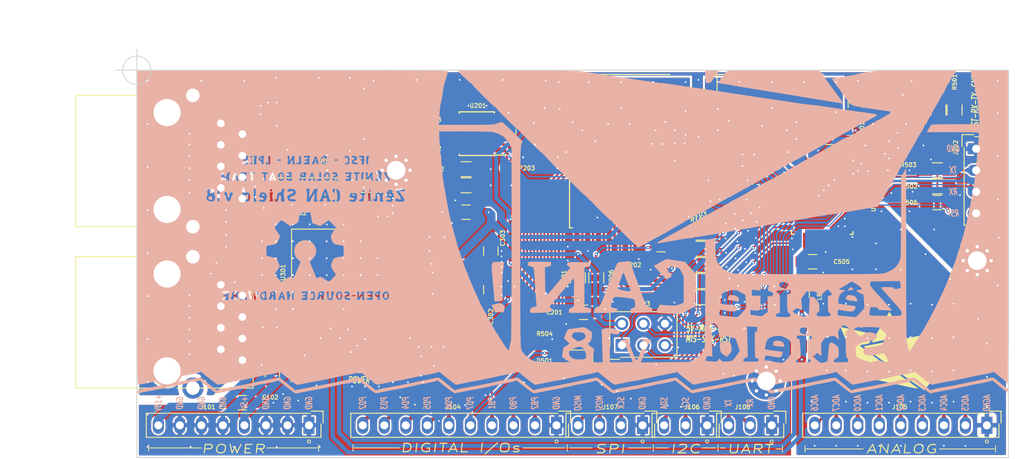
<source format=kicad_pcb>
(kicad_pcb (version 20171130) (host pcbnew "(5.0.0-rc2-39-ga12b9db58)")
  (layers (0 F.Cu signal) (31 B.Cu signal hide) (35 F.Paste user hide) (36 B.SilkS user hide) (37 F.SilkS user) (38 B.Mask user hide) (39 F.Mask user) (44 Edge.Cuts user))
  (net 0 "")
  (net 1 GND)
  (net 2 +18V)
  (net 3 +5V)
  (net 4 "Net-(C204-Pad2)")
  (net 5 "Net-(C205-Pad2)")
  (net 6 /CANBUS/CLK_P)
  (net 7 GNDD)
  (net 8 /CANBUS/CLK_N)
  (net 9 +5VD)
  (net 10 GNDA)
  (net 11 +5VA)
  (net 12 /RESET)
  (net 13 /MCU/CLK_P)
  (net 14 /MCU/CLK_N)
  (net 15 "/CANBUS CONN/CAN_H")
  (net 16 "/CANBUS CONN/CAN_L")
  (net 17 "Net-(D301-Pad1)")
  (net 18 "Net-(D501-Pad1)")
  (net 19 /MCU/PD7)
  (net 20 "/POWER SUPPLY/+18V_IN")
  (net 21 /TX)
  (net 22 /RX)
  (net 23 /MISO)
  (net 24 /SCK)
  (net 25 /MOSI)
  (net 26 /MCU/PB1)
  (net 27 /MCU/PD6)
  (net 28 /MCU/PD5)
  (net 29 /MCU/PD4)
  (net 30 /MCU/PD3)
  (net 31 /MCU/PD2)
  (net 32 /MCU/MCP_INT)
  (net 33 /MCU/SPI_SS)
  (net 34 /MCU/ADC7)
  (net 35 /MCU/ADC6)
  (net 36 /MCU/ADC5)
  (net 37 /MCU/ADC4)
  (net 38 /MCU/ADC3)
  (net 39 /MCU/ADC1)
  (net 40 /MCU/ADC0)
  (net 41 /MCU/SCL1)
  (net 42 /MCU/SDA1)
  (net 43 "Net-(JP201-Pad1)")
  (net 44 /CANBUS/SCK)
  (net 45 /CANBUS/SO)
  (net 46 /CANBUS/SI)
  (net 47 /CANBUS/CS)
  (net 48 /CANBUS/INT)
  (net 49 "Net-(R202-Pad1)")
  (net 50 "Net-(R206-Pad2)")
  (net 51 /CANBUS/TXCAN)
  (net 52 /CANBUS/RXCAN)
  (net 53 "Net-(U201-Pad5)")
  (net 54 "Net-(U202-Pad3)")
  (net 55 "Net-(U202-Pad4)")
  (net 56 "Net-(U202-Pad5)")
  (net 57 "Net-(U202-Pad6)")
  (net 58 "Net-(U202-Pad10)")
  (net 59 "Net-(U202-Pad11)")
  (net 60 "Net-(U501-Pad20)")
  (net 61 /MCU/ADC2)
  (net 62 /CANBUS/local_VCC)
  (net 63 /MCU/RX)
  (net 64 /MCU/TX)
  (net 65 /MCU/RST)
  (net 66 "/CANBUS CONN/CAN_GND")
  (net 67 "Net-(JP203-Pad1)")
  (net 68 "Net-(JP202-Pad1)")
  (module TO-220_Horizontal_SMD (layer F.Cu) (at 149.606 92.456 90)
    (fp_text reference U301 (at 2.54 -20.58 90) (layer F.SilkS) (effects (font (size 0.5 0.5) (thickness 0.1))))
    (fp_text value LM7805)
    (pad 2 smd rect (at 2.54 -14.859 90) (size 12 17) (layers F.Cu F.Paste F.Mask) (net 1 GND))
    (pad 1 smd rect (at 0 0 90) (size 1.8 5) (layers F.Cu F.Paste F.Mask) (net 2 +18V))
    (pad 2 smd rect (at 2.54 0 90) (size 1.8 5) (layers F.Cu F.Paste F.Mask) (net 1 GND))
    (pad 3 smd rect (at 5.08 0 90) (size 1.8 5) (layers F.Cu F.Paste F.Mask) (net 3 +5V))
  )
  (module zenitesolar:LOGO (layer F.Cu) (at 202.4888 100.0506)
    (fp_text reference G*** hide)
    (fp_text value LOGO hide)
  )
  (module zenitesolar:zenitecanshield (layer B.Cu) (at 163.2712 88.9254 180)
    (fp_text reference G*** hide)
    (fp_text value LOGO hide)
  )
  (module Resistors_SMD:R_0402_NoSilk (layer F.Cu) (at 146.558 74.168 180)
    (fp_text reference JP202 (at 0 -1.143 180) (layer F.SilkS) (effects (font (size 0.5 0.5) (thickness 0.1))))
    (fp_text value Jumper_2_Open)
    (pad 1 smd rect (at -0.45 0 180) (size 0.4 0.6) (layers F.Cu F.Paste F.Mask) (net 68 "Net-(JP202-Pad1)"))
    (pad 2 smd rect (at 0.45 0 180) (size 0.4 0.6) (layers F.Cu F.Paste F.Mask) (net 15 "/CANBUS CONN/CAN_H"))
  )
  (module Resistors_SMD:R_0402_NoSilk (layer F.Cu) (at 146.558 72.898 180)
    (fp_text reference JP203 (at 0 1.016 180) (layer F.SilkS) (effects (font (size 0.5 0.5) (thickness 0.1))))
    (fp_text value Jumper_2_Open)
    (pad 2 smd rect (at 0.45 0 180) (size 0.4 0.6) (layers F.Cu F.Paste F.Mask) (net 16 "/CANBUS CONN/CAN_L"))
    (pad 1 smd rect (at -0.45 0 180) (size 0.4 0.6) (layers F.Cu F.Paste F.Mask) (net 67 "Net-(JP203-Pad1)"))
  )
  (module Mounting_Holes:MountingHole_2.2mm_M2_Pad_Via (layer F.Cu) (at 186.055 102.719274)
    (fp_text reference MK103 hide)
    (fp_text value Mounting_Hole)
    (pad 1 thru_hole circle (at 1.166726 -1.166726) (size 0.7 0.7) (drill 0.4) (layers *.Cu *.Mask))
    (pad 1 thru_hole circle (at 0 -1.65) (size 0.7 0.7) (drill 0.4) (layers *.Cu *.Mask))
    (pad 1 thru_hole circle (at -1.166726 -1.166726) (size 0.7 0.7) (drill 0.4) (layers *.Cu *.Mask))
    (pad 1 thru_hole circle (at -1.65 0) (size 0.7 0.7) (drill 0.4) (layers *.Cu *.Mask))
    (pad 1 thru_hole circle (at -1.166726 1.166726) (size 0.7 0.7) (drill 0.4) (layers *.Cu *.Mask))
    (pad 1 thru_hole circle (at 0 1.65) (size 0.7 0.7) (drill 0.4) (layers *.Cu *.Mask))
    (pad 1 thru_hole circle (at 1.166726 1.166726) (size 0.7 0.7) (drill 0.4) (layers *.Cu *.Mask))
    (pad 1 thru_hole circle (at 1.65 0) (size 0.7 0.7) (drill 0.4) (layers *.Cu *.Mask))
    (pad 1 thru_hole circle (at 0 0) (size 4.4 4.4) (drill 2.2) (layers *.Cu *.Mask))
  )
  (module Mounting_Holes:MountingHole_2.2mm_M2_Pad_Via (layer F.Cu) (at 210.947 88.519)
    (fp_text reference MK101 hide)
    (fp_text value Mounting_Hole)
    (pad 1 thru_hole circle (at 0 0) (size 4.4 4.4) (drill 2.2) (layers *.Cu *.Mask))
    (pad 1 thru_hole circle (at 1.65 0) (size 0.7 0.7) (drill 0.4) (layers *.Cu *.Mask))
    (pad 1 thru_hole circle (at 1.166726 1.166726) (size 0.7 0.7) (drill 0.4) (layers *.Cu *.Mask))
    (pad 1 thru_hole circle (at 0 1.65) (size 0.7 0.7) (drill 0.4) (layers *.Cu *.Mask))
    (pad 1 thru_hole circle (at -1.166726 1.166726) (size 0.7 0.7) (drill 0.4) (layers *.Cu *.Mask))
    (pad 1 thru_hole circle (at -1.65 0) (size 0.7 0.7) (drill 0.4) (layers *.Cu *.Mask))
    (pad 1 thru_hole circle (at -1.166726 -1.166726) (size 0.7 0.7) (drill 0.4) (layers *.Cu *.Mask))
    (pad 1 thru_hole circle (at 0 -1.65) (size 0.7 0.7) (drill 0.4) (layers *.Cu *.Mask))
    (pad 1 thru_hole circle (at 1.166726 -1.166726) (size 0.7 0.7) (drill 0.4) (layers *.Cu *.Mask))
  )
  (module Mounting_Holes:MountingHole_2.2mm_M2_Pad_Via (layer F.Cu) (at 142.368 77.851)
    (fp_text reference MK102 hide)
    (fp_text value Mounting_Hole)
    (pad 1 thru_hole circle (at 1.166726 -1.166726) (size 0.7 0.7) (drill 0.4) (layers *.Cu *.Mask))
    (pad 1 thru_hole circle (at 0 -1.65) (size 0.7 0.7) (drill 0.4) (layers *.Cu *.Mask))
    (pad 1 thru_hole circle (at -1.166726 -1.166726) (size 0.7 0.7) (drill 0.4) (layers *.Cu *.Mask))
    (pad 1 thru_hole circle (at -1.65 0) (size 0.7 0.7) (drill 0.4) (layers *.Cu *.Mask))
    (pad 1 thru_hole circle (at -1.166726 1.166726) (size 0.7 0.7) (drill 0.4) (layers *.Cu *.Mask))
    (pad 1 thru_hole circle (at 0 1.65) (size 0.7 0.7) (drill 0.4) (layers *.Cu *.Mask))
    (pad 1 thru_hole circle (at 1.166726 1.166726) (size 0.7 0.7) (drill 0.4) (layers *.Cu *.Mask))
    (pad 1 thru_hole circle (at 1.65 0) (size 0.7 0.7) (drill 0.4) (layers *.Cu *.Mask))
    (pad 1 thru_hole circle (at 0 0) (size 4.4 4.4) (drill 2.2) (layers *.Cu *.Mask))
  )
  (module zenitesolar:Crystal_SMD_HC49_4HSMX (layer F.Cu) (at 168.783 69.088)
    (fp_text reference Y201 (at -8.89 0.381 90) (layer F.SilkS))
    (fp_text value 16MHz)
    (pad 2 smd rect (at 4.75 0) (size 5.5 2) (layers F.Cu F.Paste F.Mask) (net 6 /CANBUS/CLK_P))
    (pad 1 smd rect (at -4.75 0) (size 5.5 2) (layers F.Cu F.Paste F.Mask) (net 8 /CANBUS/CLK_N))
  )
  (module zenitesolar:Crystal_SMD_HC49_4HSMX (layer F.Cu) (at 186.944 69.088)
    (fp_text reference Y501 (at -8.636 0.762 90) (layer F.SilkS))
    (fp_text value 16MHz)
    (pad 1 smd rect (at -4.75 0) (size 5.5 2) (layers F.Cu F.Paste F.Mask) (net 14 /MCU/CLK_N))
    (pad 2 smd rect (at 4.75 0) (size 5.5 2) (layers F.Cu F.Paste F.Mask) (net 13 /MCU/CLK_P))
  )
  (module Housings_SOIC:SOIC-18W_7.5x11.6mm_Pitch1.27mm (layer F.Cu) (at 168.783 80.772 270)
    (fp_text reference U202 (at 0 -6.875 270) (layer F.SilkS) (effects (font (size 0.5 0.5) (thickness 0.1))))
    (fp_text value MCP2515-E/ST-SOIC18)
    (pad 1 smd rect (at -4.7 -5.08 270) (size 2 0.6) (layers F.Cu F.Paste F.Mask) (net 51 /CANBUS/TXCAN))
    (pad 2 smd rect (at -4.7 -3.81 270) (size 2 0.6) (layers F.Cu F.Paste F.Mask) (net 52 /CANBUS/RXCAN))
    (pad 3 smd rect (at -4.7 -2.54 270) (size 2 0.6) (layers F.Cu F.Paste F.Mask) (net 54 "Net-(U202-Pad3)"))
    (pad 4 smd rect (at -4.7 -1.27 270) (size 2 0.6) (layers F.Cu F.Paste F.Mask) (net 55 "Net-(U202-Pad4)"))
    (pad 5 smd rect (at -4.7 0 270) (size 2 0.6) (layers F.Cu F.Paste F.Mask) (net 56 "Net-(U202-Pad5)"))
    (pad 6 smd rect (at -4.7 1.27 270) (size 2 0.6) (layers F.Cu F.Paste F.Mask) (net 57 "Net-(U202-Pad6)"))
    (pad 7 smd rect (at -4.7 2.54 270) (size 2 0.6) (layers F.Cu F.Paste F.Mask) (net 6 /CANBUS/CLK_P))
    (pad 8 smd rect (at -4.7 3.81 270) (size 2 0.6) (layers F.Cu F.Paste F.Mask) (net 8 /CANBUS/CLK_N))
    (pad 9 smd rect (at -4.7 5.08 270) (size 2 0.6) (layers F.Cu F.Paste F.Mask) (net 1 GND))
    (pad 10 smd rect (at 4.7 5.08 270) (size 2 0.6) (layers F.Cu F.Paste F.Mask) (net 58 "Net-(U202-Pad10)"))
    (pad 11 smd rect (at 4.7 3.81 270) (size 2 0.6) (layers F.Cu F.Paste F.Mask) (net 59 "Net-(U202-Pad11)"))
    (pad 12 smd rect (at 4.7 2.54 270) (size 2 0.6) (layers F.Cu F.Paste F.Mask) (net 48 /CANBUS/INT))
    (pad 13 smd rect (at 4.7 1.27 270) (size 2 0.6) (layers F.Cu F.Paste F.Mask) (net 44 /CANBUS/SCK))
    (pad 14 smd rect (at 4.7 0 270) (size 2 0.6) (layers F.Cu F.Paste F.Mask) (net 46 /CANBUS/SI))
    (pad 15 smd rect (at 4.7 -1.27 270) (size 2 0.6) (layers F.Cu F.Paste F.Mask) (net 45 /CANBUS/SO))
    (pad 16 smd rect (at 4.7 -2.54 270) (size 2 0.6) (layers F.Cu F.Paste F.Mask) (net 47 /CANBUS/CS))
    (pad 17 smd rect (at 4.7 -3.81 270) (size 2 0.6) (layers F.Cu F.Paste F.Mask) (net 50 "Net-(R206-Pad2)"))
    (pad 18 smd rect (at 4.7 -5.08 270) (size 2 0.6) (layers F.Cu F.Paste F.Mask) (net 62 /CANBUS/local_VCC))
  )
  (module Resistors_SMD:R_0805_HandSoldering (layer F.Cu) (at 178.355 92.837)
    (fp_text reference R101 (at -0.301 -9.144) (layer F.SilkS) (effects (font (size 0.5 0.5) (thickness 0.1))))
    (fp_text value 100)
    (pad 1 smd rect (at -1.35 0) (size 1.5 1.3) (layers F.Cu F.Paste F.Mask) (net 44 /CANBUS/SCK))
    (pad 2 smd rect (at 1.35 0) (size 1.5 1.3) (layers F.Cu F.Paste F.Mask) (net 24 /SCK))
  )
  (module Resistors_SMD:R_0805_HandSoldering (layer F.Cu) (at 178.355 87.122)
    (fp_text reference R104 (at -0.301 -5.588) (layer F.SilkS) (effects (font (size 0.5 0.5) (thickness 0.1))))
    (fp_text value 100)
    (pad 1 smd rect (at -1.35 0) (size 1.5 1.3) (layers F.Cu F.Paste F.Mask) (net 47 /CANBUS/CS))
    (pad 2 smd rect (at 1.35 0) (size 1.5 1.3) (layers F.Cu F.Paste F.Mask) (net 33 /MCU/SPI_SS))
  )
  (module Resistors_SMD:R_0805_HandSoldering (layer F.Cu) (at 163.369 97.536 180)
    (fp_text reference R504 (at 3.476 0.381 180) (layer F.SilkS) (effects (font (size 0.5 0.5) (thickness 0.1))))
    (fp_text value 10k)
    (pad 1 smd rect (at -1.35 0 180) (size 1.5 1.3) (layers F.Cu F.Paste F.Mask) (net 18 "Net-(D501-Pad1)"))
    (pad 2 smd rect (at 1.35 0 180) (size 1.5 1.3) (layers F.Cu F.Paste F.Mask) (net 1 GND))
  )
  (module Capacitors_SMD:C_0805_HandSoldering (layer F.Cu) (at 153.543 87.376 270)
    (fp_text reference C303 (at -1.524 -1.397 270) (layer F.SilkS) (effects (font (size 0.5 0.5) (thickness 0.1))))
    (fp_text value 100nF)
    (pad 1 smd rect (at -1.25 0 270) (size 1.5 1.25) (layers F.Cu F.Paste F.Mask) (net 3 +5V))
    (pad 2 smd rect (at 1.25 0 270) (size 1.5 1.25) (layers F.Cu F.Paste F.Mask) (net 1 GND))
  )
  (module LEDs:LED_0805_HandSoldering (layer F.Cu) (at 163.369 99.822 180)
    (fp_text reference D501 (at 3.476 -0.508 180) (layer F.SilkS) (effects (font (size 0.5 0.5) (thickness 0.1))))
    (fp_text value LED_RED)
    (pad 1 smd rect (at -1.35 0 180) (size 1.5 1.3) (layers F.Cu F.Paste F.Mask) (net 18 "Net-(D501-Pad1)"))
    (pad 2 smd rect (at 1.35 0 180) (size 1.5 1.3) (layers F.Cu F.Paste F.Mask) (net 19 /MCU/PD7))
  )
  (module Capacitors_SMD:C_0805_HandSoldering (layer F.Cu) (at 206.228 81.661 180)
    (fp_text reference C506 (at 3.282 0 180) (layer F.SilkS) (effects (font (size 0.5 0.5) (thickness 0.1))))
    (fp_text value 100nF)
    (pad 1 smd rect (at -1.25 0 180) (size 1.5 1.25) (layers F.Cu F.Paste F.Mask) (net 12 /RESET))
    (pad 2 smd rect (at 1.25 0 180) (size 1.5 1.25) (layers F.Cu F.Paste F.Mask) (net 65 /MCU/RST))
  )
  (module Housings_QFP:TQFP-32_7x7mm_Pitch0.8mm (layer F.Cu) (at 192.659 81.788 270)
    (fp_text reference U501 (at 0 -6.05 270) (layer F.SilkS) (effects (font (size 0.5 0.5) (thickness 0.1))))
    (fp_text value ATMEGA328P-AU_alt)
    (pad 1 smd rect (at -4.25 -2.8 270) (size 1.6 0.55) (layers F.Cu F.Paste F.Mask) (net 30 /MCU/PD3))
    (pad 2 smd rect (at -4.25 -2 270) (size 1.6 0.55) (layers F.Cu F.Paste F.Mask) (net 29 /MCU/PD4))
    (pad 3 smd rect (at -4.25 -1.2 270) (size 1.6 0.55) (layers F.Cu F.Paste F.Mask) (net 42 /MCU/SDA1))
    (pad 4 smd rect (at -4.25 -0.4 270) (size 1.6 0.55) (layers F.Cu F.Paste F.Mask) (net 9 +5VD))
    (pad 5 smd rect (at -4.25 0.4 270) (size 1.6 0.55) (layers F.Cu F.Paste F.Mask) (net 1 GND))
    (pad 6 smd rect (at -4.25 1.2 270) (size 1.6 0.55) (layers F.Cu F.Paste F.Mask) (net 41 /MCU/SCL1))
    (pad 7 smd rect (at -4.25 2 270) (size 1.6 0.55) (layers F.Cu F.Paste F.Mask) (net 13 /MCU/CLK_P))
    (pad 8 smd rect (at -4.25 2.8 270) (size 1.6 0.55) (layers F.Cu F.Paste F.Mask) (net 14 /MCU/CLK_N))
    (pad 9 smd rect (at -2.8 4.25) (size 1.6 0.55) (layers F.Cu F.Paste F.Mask) (net 28 /MCU/PD5))
    (pad 10 smd rect (at -2 4.25) (size 1.6 0.55) (layers F.Cu F.Paste F.Mask) (net 27 /MCU/PD6))
    (pad 11 smd rect (at -1.2 4.25) (size 1.6 0.55) (layers F.Cu F.Paste F.Mask) (net 19 /MCU/PD7))
    (pad 12 smd rect (at -0.4 4.25) (size 1.6 0.55) (layers F.Cu F.Paste F.Mask) (net 32 /MCU/MCP_INT))
    (pad 13 smd rect (at 0.4 4.25) (size 1.6 0.55) (layers F.Cu F.Paste F.Mask) (net 26 /MCU/PB1))
    (pad 14 smd rect (at 1.2 4.25) (size 1.6 0.55) (layers F.Cu F.Paste F.Mask) (net 33 /MCU/SPI_SS))
    (pad 15 smd rect (at 2 4.25) (size 1.6 0.55) (layers F.Cu F.Paste F.Mask) (net 23 /MISO))
    (pad 16 smd rect (at 2.8 4.25) (size 1.6 0.55) (layers F.Cu F.Paste F.Mask) (net 25 /MOSI))
    (pad 17 smd rect (at 4.25 2.8 270) (size 1.6 0.55) (layers F.Cu F.Paste F.Mask) (net 24 /SCK))
    (pad 18 smd rect (at 4.25 2 270) (size 1.6 0.55) (layers F.Cu F.Paste F.Mask) (net 11 +5VA))
    (pad 19 smd rect (at 4.25 1.2 270) (size 1.6 0.55) (layers F.Cu F.Paste F.Mask) (net 35 /MCU/ADC6))
    (pad 20 smd rect (at 4.25 0.4 270) (size 1.6 0.55) (layers F.Cu F.Paste F.Mask) (net 60 "Net-(U501-Pad20)"))
    (pad 21 smd rect (at 4.25 -0.4 270) (size 1.6 0.55) (layers F.Cu F.Paste F.Mask) (net 10 GNDA))
    (pad 22 smd rect (at 4.25 -1.2 270) (size 1.6 0.55) (layers F.Cu F.Paste F.Mask) (net 34 /MCU/ADC7))
    (pad 23 smd rect (at 4.25 -2 270) (size 1.6 0.55) (layers F.Cu F.Paste F.Mask) (net 40 /MCU/ADC0))
    (pad 24 smd rect (at 4.25 -2.8 270) (size 1.6 0.55) (layers F.Cu F.Paste F.Mask) (net 39 /MCU/ADC1))
    (pad 25 smd rect (at 2.8 -4.25) (size 1.6 0.55) (layers F.Cu F.Paste F.Mask) (net 61 /MCU/ADC2))
    (pad 26 smd rect (at 2 -4.25) (size 1.6 0.55) (layers F.Cu F.Paste F.Mask) (net 38 /MCU/ADC3))
    (pad 27 smd rect (at 1.2 -4.25) (size 1.6 0.55) (layers F.Cu F.Paste F.Mask) (net 37 /MCU/ADC4))
    (pad 28 smd rect (at 0.4 -4.25) (size 1.6 0.55) (layers F.Cu F.Paste F.Mask) (net 36 /MCU/ADC5))
    (pad 29 smd rect (at -0.4 -4.25) (size 1.6 0.55) (layers F.Cu F.Paste F.Mask) (net 65 /MCU/RST))
    (pad 30 smd rect (at -1.2 -4.25) (size 1.6 0.55) (layers F.Cu F.Paste F.Mask) (net 63 /MCU/RX))
    (pad 31 smd rect (at -2 -4.25) (size 1.6 0.55) (layers F.Cu F.Paste F.Mask) (net 64 /MCU/TX))
    (pad 32 smd rect (at -2.8 -4.25) (size 1.6 0.55) (layers F.Cu F.Paste F.Mask) (net 31 /MCU/PD2))
  )
  (module zenitesolar:RJ45_YH59_01 (layer F.Cu) (at 121.677304 72.309296 270)
    (fp_text reference J402 (at -4.364296 -2.909696 180) (layer F.SilkS) (effects (font (size 0.5 0.5) (thickness 0.1))))
    (fp_text value RJ45)
    (pad 9 thru_hole circle (at 12.2 3.296 270) (size 2.5 2.5) (drill 1.6) (layers *.Cu *.Mask) (net 66 "/CANBUS CONN/CAN_GND"))
    (pad 9 thru_hole circle (at -3.3 3.296 270) (size 2.5 2.5) (drill 1.6) (layers *.Cu *.Mask) (net 66 "/CANBUS CONN/CAN_GND"))
    (pad 8 thru_hole circle (at 8.895 -2.544 270) (size 1.5 1.5) (drill 0.9) (layers *.Cu *.Mask) (net 66 "/CANBUS CONN/CAN_GND"))
    (pad 7 thru_hole circle (at 7.625 -0.004 270) (size 1.5 1.5) (drill 0.9) (layers *.Cu *.Mask) (net 66 "/CANBUS CONN/CAN_GND"))
    (pad 6 thru_hole circle (at 6.355 -2.544 270) (size 1.5 1.5) (drill 0.9) (layers *.Cu *.Mask) (net 66 "/CANBUS CONN/CAN_GND"))
    (pad 5 thru_hole circle (at 5.085 -0.004 270) (size 1.5 1.5) (drill 0.9) (layers *.Cu *.Mask) (net 20 "/POWER SUPPLY/+18V_IN"))
    (pad 4 thru_hole circle (at 3.815 -2.544 270) (size 1.5 1.5) (drill 0.9) (layers *.Cu *.Mask) (net 20 "/POWER SUPPLY/+18V_IN"))
    (pad 3 thru_hole circle (at 2.545 -0.004 270) (size 1.5 1.5) (drill 0.9) (layers *.Cu *.Mask) (net 66 "/CANBUS CONN/CAN_GND"))
    (pad 2 thru_hole circle (at 1.275 -2.544 270) (size 1.5 1.5) (drill 0.9) (layers *.Cu *.Mask) (net 16 "/CANBUS CONN/CAN_L"))
    (pad 1 thru_hole rect (at 0.005 -0.004 270) (size 1.5 1.5) (drill 0.9) (layers *.Cu *.Mask) (net 15 "/CANBUS CONN/CAN_H"))
    (pad "" np_thru_hole circle (at -1.265 6.346 270) (size 3.65 3.65) (drill 3.2) (layers *.Cu *.SilkS *.Mask))
    (pad "" np_thru_hole circle (at 10.165 6.346 270) (size 3.65 3.65) (drill 3.2) (layers *.Cu *.SilkS *.Mask))
  )
  (module zenitesolar:RJ45_YH59_01 (layer F.Cu) (at 121.677304 91.359296 270)
    (fp_text reference J401 (at -4.364296 -2.909696) (layer F.SilkS) (effects (font (size 0.5 0.5) (thickness 0.1))))
    (fp_text value RJ45)
    (pad 9 thru_hole circle (at 12.2 3.296 270) (size 2.5 2.5) (drill 1.6) (layers *.Cu *.Mask) (net 66 "/CANBUS CONN/CAN_GND"))
    (pad 9 thru_hole circle (at -3.3 3.296 270) (size 2.5 2.5) (drill 1.6) (layers *.Cu *.Mask) (net 66 "/CANBUS CONN/CAN_GND"))
    (pad 8 thru_hole circle (at 8.895 -2.544 270) (size 1.5 1.5) (drill 0.9) (layers *.Cu *.Mask) (net 66 "/CANBUS CONN/CAN_GND"))
    (pad 7 thru_hole circle (at 7.625 -0.004 270) (size 1.5 1.5) (drill 0.9) (layers *.Cu *.Mask) (net 66 "/CANBUS CONN/CAN_GND"))
    (pad 6 thru_hole circle (at 6.355 -2.544 270) (size 1.5 1.5) (drill 0.9) (layers *.Cu *.Mask) (net 66 "/CANBUS CONN/CAN_GND"))
    (pad 5 thru_hole circle (at 5.085 -0.004 270) (size 1.5 1.5) (drill 0.9) (layers *.Cu *.Mask) (net 20 "/POWER SUPPLY/+18V_IN"))
    (pad 4 thru_hole circle (at 3.815 -2.544 270) (size 1.5 1.5) (drill 0.9) (layers *.Cu *.Mask) (net 20 "/POWER SUPPLY/+18V_IN"))
    (pad 3 thru_hole circle (at 2.545 -0.004 270) (size 1.5 1.5) (drill 0.9) (layers *.Cu *.Mask) (net 66 "/CANBUS CONN/CAN_GND"))
    (pad 2 thru_hole circle (at 1.275 -2.544 270) (size 1.5 1.5) (drill 0.9) (layers *.Cu *.Mask) (net 16 "/CANBUS CONN/CAN_L"))
    (pad 1 thru_hole rect (at 0.005 -0.004 270) (size 1.5 1.5) (drill 0.9) (layers *.Cu *.Mask) (net 15 "/CANBUS CONN/CAN_H"))
    (pad "" np_thru_hole circle (at -1.265 6.346 270) (size 3.65 3.65) (drill 3.2) (layers *.Cu *.SilkS *.Mask))
    (pad "" np_thru_hole circle (at 10.165 6.346 270) (size 3.65 3.65) (drill 3.2) (layers *.Cu *.SilkS *.Mask))
  )
  (module Capacitors_SMD:C_0805_HandSoldering (layer F.Cu) (at 127.762 101.727 90)
    (fp_text reference C101 (at 3.302 0 90) (layer F.SilkS) (effects (font (size 0.5 0.5) (thickness 0.1))))
    (fp_text value 1u)
    (pad 1 smd rect (at -1.25 0 90) (size 1.5 1.25) (layers F.Cu F.Paste F.Mask) (net 1 GND))
    (pad 2 smd rect (at 1.25 0 90) (size 1.5 1.25) (layers F.Cu F.Paste F.Mask) (net 2 +18V))
  )
  (module Capacitors_SMD:C_0805_HandSoldering (layer F.Cu) (at 124.206 105.283)
    (fp_text reference C102 (at 3.302 -0.635) (layer F.SilkS) (effects (font (size 0.5 0.5) (thickness 0.1))))
    (fp_text value 100n)
    (pad 1 smd rect (at -1.25 0) (size 1.5 1.25) (layers F.Cu F.Paste F.Mask) (net 2 +18V))
    (pad 2 smd rect (at 1.25 0) (size 1.5 1.25) (layers F.Cu F.Paste F.Mask) (net 1 GND))
  )
  (module Capacitors_SMD:C_0805_HandSoldering (layer F.Cu) (at 132.969 100.33 90)
    (fp_text reference C103 (at 1.397 -2.159 90) (layer F.SilkS) (effects (font (size 0.5 0.5) (thickness 0.1))))
    (fp_text value 1u)
    (pad 1 smd rect (at -1.25 0 90) (size 1.5 1.25) (layers F.Cu F.Paste F.Mask) (net 1 GND))
    (pad 2 smd rect (at 1.25 0 90) (size 1.5 1.25) (layers F.Cu F.Paste F.Mask) (net 3 +5V))
  )
  (module Capacitors_SMD:C_0805_HandSoldering (layer F.Cu) (at 130.81 102.342 270)
    (fp_text reference C104 (at -5.314 -1.905 270) (layer F.SilkS) (effects (font (size 0.5 0.5) (thickness 0.1))))
    (fp_text value 100n)
    (pad 1 smd rect (at -1.25 0 270) (size 1.5 1.25) (layers F.Cu F.Paste F.Mask) (net 3 +5V))
    (pad 2 smd rect (at 1.25 0 270) (size 1.5 1.25) (layers F.Cu F.Paste F.Mask) (net 1 GND))
  )
  (module Capacitors_SMD:C_0805_HandSoldering (layer F.Cu) (at 164.485 94.615)
    (fp_text reference C201 (at -3.449 0) (layer F.SilkS) (effects (font (size 0.5 0.5) (thickness 0.1))))
    (fp_text value 100nF)
    (pad 1 smd rect (at -1.25 0) (size 1.5 1.25) (layers F.Cu F.Paste F.Mask) (net 1 GND))
    (pad 2 smd rect (at 1.25 0) (size 1.5 1.25) (layers F.Cu F.Paste F.Mask) (net 3 +5V))
  )
  (module Capacitors_SMD:C_0805_HandSoldering (layer F.Cu) (at 173.629 88.3285)
    (fp_text reference C202 (at -3.302 0.6985) (layer F.SilkS) (effects (font (size 0.5 0.5) (thickness 0.1))))
    (fp_text value 100nF)
    (pad 1 smd rect (at -1.25 0) (size 1.5 1.25) (layers F.Cu F.Paste F.Mask) (net 1 GND))
    (pad 2 smd rect (at 1.25 0) (size 1.5 1.25) (layers F.Cu F.Paste F.Mask) (net 62 /CANBUS/local_VCC))
  )
  (module Capacitors_SMD:C_0805_HandSoldering (layer F.Cu) (at 157.353 73.533 90)
    (fp_text reference C203 (at 0 1.651 90) (layer F.SilkS) (effects (font (size 0.5 0.5) (thickness 0.1))))
    (fp_text value 100nF)
    (pad 1 smd rect (at -1.25 0 90) (size 1.5 1.25) (layers F.Cu F.Paste F.Mask) (net 1 GND))
    (pad 2 smd rect (at 1.25 0 90) (size 1.5 1.25) (layers F.Cu F.Paste F.Mask) (net 62 /CANBUS/local_VCC))
  )
  (module Capacitors_SMD:C_0805_HandSoldering (layer F.Cu) (at 135.636 74.168 180)
    (fp_text reference C204 (at 0.381 -1.397 180) (layer F.SilkS) (effects (font (size 0.5 0.5) (thickness 0.1))))
    (fp_text value 560p)
    (pad 1 smd rect (at -1.25 0 180) (size 1.5 1.25) (layers F.Cu F.Paste F.Mask) (net 1 GND))
    (pad 2 smd rect (at 1.25 0 180) (size 1.5 1.25) (layers F.Cu F.Paste F.Mask) (net 4 "Net-(C204-Pad2)"))
  )
  (module Capacitors_SMD:C_0805_HandSoldering (layer F.Cu) (at 135.636 68.199 180)
    (fp_text reference C205 (at -4.318 0 180) (layer F.SilkS) (effects (font (size 0.5 0.5) (thickness 0.1))))
    (fp_text value 560p)
    (pad 1 smd rect (at -1.25 0 180) (size 1.5 1.25) (layers F.Cu F.Paste F.Mask) (net 1 GND))
    (pad 2 smd rect (at 1.25 0 180) (size 1.5 1.25) (layers F.Cu F.Paste F.Mask) (net 5 "Net-(C205-Pad2)"))
  )
  (module Capacitors_SMD:C_0805_HandSoldering (layer F.Cu) (at 172.847 73.152 180)
    (fp_text reference C206 (at 3.429 0 180) (layer F.SilkS) (effects (font (size 0.5 0.5) (thickness 0.1))))
    (fp_text value 22pF)
    (pad 1 smd rect (at -1.25 0 180) (size 1.5 1.25) (layers F.Cu F.Paste F.Mask) (net 7 GNDD))
    (pad 2 smd rect (at 1.25 0 180) (size 1.5 1.25) (layers F.Cu F.Paste F.Mask) (net 6 /CANBUS/CLK_P))
  )
  (module Capacitors_SMD:C_0805_HandSoldering (layer F.Cu) (at 164.465 73.152 180)
    (fp_text reference C207 (at 3.302 0 180) (layer F.SilkS) (effects (font (size 0.5 0.5) (thickness 0.1))))
    (fp_text value 22pF)
    (pad 1 smd rect (at -1.25 0 180) (size 1.5 1.25) (layers F.Cu F.Paste F.Mask) (net 8 /CANBUS/CLK_N))
    (pad 2 smd rect (at 1.25 0 180) (size 1.5 1.25) (layers F.Cu F.Paste F.Mask) (net 7 GNDD))
  )
  (module Capacitors_SMD:C_1206_HandSoldering (layer F.Cu) (at 148.463 97.282 180)
    (fp_text reference C301 (at -1.397 -1.651 180) (layer F.SilkS) (effects (font (size 0.5 0.5) (thickness 0.1))))
    (fp_text value 10uF)
    (pad 1 smd rect (at -2 0 180) (size 2 1.6) (layers F.Cu F.Paste F.Mask) (net 2 +18V))
    (pad 2 smd rect (at 2 0 180) (size 2 1.6) (layers F.Cu F.Paste F.Mask) (net 1 GND))
  )
  (module Capacitors_SMD:C_0805_HandSoldering (layer F.Cu) (at 153.543 91.948 90)
    (fp_text reference C302 (at -3.175 0 90) (layer F.SilkS) (effects (font (size 0.5 0.5) (thickness 0.1))))
    (fp_text value 100nF)
    (pad 1 smd rect (at -1.25 0 90) (size 1.5 1.25) (layers F.Cu F.Paste F.Mask) (net 2 +18V))
    (pad 2 smd rect (at 1.25 0 90) (size 1.5 1.25) (layers F.Cu F.Paste F.Mask) (net 1 GND))
  )
  (module Capacitors_SMD:C_0805_HandSoldering (layer F.Cu) (at 150.622 82.804 180)
    (fp_text reference C304 (at 3.429 0.889 180) (layer F.SilkS) (effects (font (size 0.5 0.5) (thickness 0.1))))
    (fp_text value 1uF)
    (pad 1 smd rect (at -1.25 0 180) (size 1.5 1.25) (layers F.Cu F.Paste F.Mask) (net 3 +5V))
    (pad 2 smd rect (at 1.25 0 180) (size 1.5 1.25) (layers F.Cu F.Paste F.Mask) (net 1 GND))
  )
  (module Capacitors_SMD:C_0805_HandSoldering (layer F.Cu) (at 190.246 97.389 270)
    (fp_text reference C501 (at 0 -1.75 270) (layer F.SilkS) (effects (font (size 0.5 0.5) (thickness 0.1))))
    (fp_text value 100nF)
    (pad 1 smd rect (at -1.25 0 270) (size 1.5 1.25) (layers F.Cu F.Paste F.Mask) (net 3 +5V))
    (pad 2 smd rect (at 1.25 0 270) (size 1.5 1.25) (layers F.Cu F.Paste F.Mask) (net 1 GND))
  )
  (module Capacitors_SMD:C_0805_HandSoldering (layer F.Cu) (at 198.628 69.723 270)
    (fp_text reference C502 (at 3.175 -1.905 270) (layer F.SilkS) (effects (font (size 0.5 0.5) (thickness 0.1))))
    (fp_text value 100nF)
    (pad 1 smd rect (at -1.25 0 270) (size 1.5 1.25) (layers F.Cu F.Paste F.Mask) (net 3 +5V))
    (pad 2 smd rect (at 1.25 0 270) (size 1.5 1.25) (layers F.Cu F.Paste F.Mask) (net 1 GND))
  )
  (module Capacitors_SMD:C_0805_HandSoldering (layer F.Cu) (at 200.533 69.723 90)
    (fp_text reference C503 (at -3.175 -1.143 90) (layer F.SilkS) (effects (font (size 0.5 0.5) (thickness 0.1))))
    (fp_text value 1u)
    (pad 1 smd rect (at -1.25 0 90) (size 1.5 1.25) (layers F.Cu F.Paste F.Mask) (net 1 GND))
    (pad 2 smd rect (at 1.25 0 90) (size 1.5 1.25) (layers F.Cu F.Paste F.Mask) (net 3 +5V))
  )
  (module Capacitors_SMD:C_0805_HandSoldering (layer F.Cu) (at 193.548 73.9648)
    (fp_text reference C504 (at 0 -1.75) (layer F.SilkS) (effects (font (size 0.5 0.5) (thickness 0.1))))
    (fp_text value 100nF)
    (pad 1 smd rect (at -1.25 0) (size 1.5 1.25) (layers F.Cu F.Paste F.Mask) (net 1 GND))
    (pad 2 smd rect (at 1.25 0) (size 1.5 1.25) (layers F.Cu F.Paste F.Mask) (net 9 +5VD))
  )
  (module Capacitors_SMD:C_0805_HandSoldering (layer F.Cu) (at 191.516 88.646 180)
    (fp_text reference C505 (at -3.429 0 180) (layer F.SilkS) (effects (font (size 0.5 0.5) (thickness 0.1))))
    (fp_text value 100nF)
    (pad 1 smd rect (at -1.25 0 180) (size 1.5 1.25) (layers F.Cu F.Paste F.Mask) (net 10 GNDA))
    (pad 2 smd rect (at 1.25 0 180) (size 1.5 1.25) (layers F.Cu F.Paste F.Mask) (net 11 +5VA))
  )
  (module Capacitors_SMD:C_0805_HandSoldering (layer F.Cu) (at 188.341 73.152)
    (fp_text reference C507 (at -0.127 1.778) (layer F.SilkS) (effects (font (size 0.5 0.5) (thickness 0.1))))
    (fp_text value 22pF)
    (pad 1 smd rect (at -1.25 0) (size 1.5 1.25) (layers F.Cu F.Paste F.Mask) (net 13 /MCU/CLK_P))
    (pad 2 smd rect (at 1.25 0) (size 1.5 1.25) (layers F.Cu F.Paste F.Mask) (net 7 GNDD))
  )
  (module Capacitors_SMD:C_0805_HandSoldering (layer F.Cu) (at 182.88 73.152 180)
    (fp_text reference C508 (at 0 -1.75 180) (layer F.SilkS) (effects (font (size 0.5 0.5) (thickness 0.1))))
    (fp_text value 22pF)
    (pad 1 smd rect (at -1.25 0 180) (size 1.5 1.25) (layers F.Cu F.Paste F.Mask) (net 14 /MCU/CLK_N))
    (pad 2 smd rect (at 1.25 0 180) (size 1.5 1.25) (layers F.Cu F.Paste F.Mask) (net 7 GNDD))
  )
  (module TO_SOT_Packages_SMD:SOT-23_Handsoldering (layer F.Cu) (at 129.818 71.247 180)
    (fp_text reference D201 (at 2.818 -1.143 180) (layer F.SilkS) (effects (font (size 0.5 0.5) (thickness 0.1))))
    (fp_text value pesd1can)
    (pad 3 smd rect (at 1.5 0 180) (size 1.9 0.8) (layers F.Cu F.Paste F.Mask) (net 1 GND))
    (pad 2 smd rect (at -1.5 0.95 180) (size 1.9 0.8) (layers F.Cu F.Paste F.Mask) (net 16 "/CANBUS CONN/CAN_L"))
    (pad 1 smd rect (at -1.5 -0.95 180) (size 1.9 0.8) (layers F.Cu F.Paste F.Mask) (net 15 "/CANBUS CONN/CAN_H"))
  )
  (module LEDs:LED_0805_HandSoldering (layer F.Cu) (at 138.684 100.965 180)
    (fp_text reference D301 (at -0.127 1.651 180) (layer F.SilkS) (effects (font (size 0.5 0.5) (thickness 0.1))))
    (fp_text value LED_RED)
    (pad 1 smd rect (at -1.35 0 180) (size 1.5 1.3) (layers F.Cu F.Paste F.Mask) (net 17 "Net-(D301-Pad1)"))
    (pad 2 smd rect (at 1.35 0 180) (size 1.5 1.3) (layers F.Cu F.Paste F.Mask) (net 3 +5V))
  )
  (module Diodes_SMD:D_SMA_Handsoldering (layer F.Cu) (at 130.85 80.391 180)
    (fp_text reference D302 (at 0 -2.5 180) (layer F.SilkS) (effects (font (size 0.5 0.5) (thickness 0.1))))
    (fp_text value "TVS 24V 400W")
    (pad 1 smd rect (at -2.5 0 180) (size 3.5 1.8) (layers F.Cu F.Paste F.Mask) (net 2 +18V))
    (pad 2 smd rect (at 2.5 0 180) (size 3.5 1.8) (layers F.Cu F.Paste F.Mask) (net 66 "/CANBUS CONN/CAN_GND"))
  )
  (module Fuse_Holders_and_Fuses:Fuse_SMD1206_HandSoldering (layer F.Cu) (at 129.667 76.835)
    (fp_text reference F301 (at 4.699 0) (layer F.SilkS) (effects (font (size 0.5 0.5) (thickness 0.1))))
    (fp_text value "500mA resettable")
    (pad 1 smd rect (at -2.09 0 90) (size 2.03 2.65) (layers F.Cu F.Paste F.Mask) (net 20 "/POWER SUPPLY/+18V_IN"))
    (pad 2 smd rect (at 2.09 0 90) (size 2.03 2.65) (layers F.Cu F.Paste F.Mask) (net 2 +18V))
  )
  (module Connectors_Samtec:SL-104-X-XX_1x04 (layer F.Cu) (at 210.82 75.311)
    (fp_text reference J102 (at -2.413 -0.127 270) (layer F.SilkS) (effects (font (size 0.5 0.5) (thickness 0.1))))
    (fp_text value USART)
    (pad 1 thru_hole rect (at 0 0) (size 2 1.3) (drill 0.95) (layers *.Cu *.Mask) (net 1 GND))
    (pad 2 thru_hole oval (at 0 2.54) (size 2 1.3) (drill 0.95) (layers *.Cu *.Mask) (net 21 /TX))
    (pad 3 thru_hole oval (at 0 5.08) (size 2 1.3) (drill 0.95) (layers *.Cu *.Mask) (net 22 /RX))
    (pad 4 thru_hole oval (at 0 7.62) (size 2 1.3) (drill 0.95) (layers *.Cu *.Mask) (net 12 /RESET))
  )
  (module Connectors_Samtec:SDL-106-X-XX_2x03 (layer F.Cu) (at 169.0116 98.5012 90)
    (fp_text reference J103 (at 4.9022 2.4384 -180) (layer F.SilkS) (effects (font (size 0.5 0.5) (thickness 0.1))))
    (fp_text value ICSP)
    (pad 1 thru_hole rect (at 0 0 90) (size 1.5 1.5) (drill 0.95) (layers *.Cu *.Mask) (net 23 /MISO))
    (pad 3 thru_hole oval (at 0 2.54 90) (size 1.5 1.5) (drill 0.95) (layers *.Cu *.Mask) (net 24 /SCK))
    (pad 5 thru_hole oval (at 0 5.08 90) (size 1.5 1.5) (drill 0.95) (layers *.Cu *.Mask) (net 12 /RESET))
    (pad 2 thru_hole oval (at 2.54 0 90) (size 1.5 1.5) (drill 0.95) (layers *.Cu *.Mask) (net 3 +5V))
    (pad 4 thru_hole oval (at 2.54 2.54 90) (size 1.5 1.5) (drill 0.95) (layers *.Cu *.Mask) (net 25 /MOSI))
    (pad 6 thru_hole oval (at 2.54 5.08 90) (size 1.5 1.5) (drill 0.95) (layers *.Cu *.Mask) (net 1 GND))
  )
  (module Connectors_Samtec:SL-110-X-XX_1x10 (layer F.Cu) (at 161.29 107.95 270)
    (fp_text reference J104 (at -2.159 12.192) (layer F.SilkS) (effects (font (size 0.5 0.5) (thickness 0.1))))
    (fp_text value "DIGITAL I/Os")
    (pad 1 thru_hole rect (at 0 0 270) (size 2 1.3) (drill 0.95) (layers *.Cu *.Mask) (net 1 GND))
    (pad 2 thru_hole oval (at 0 2.54 270) (size 2 1.3) (drill 0.95) (layers *.Cu *.Mask) (net 33 /MCU/SPI_SS))
    (pad 3 thru_hole oval (at 0 5.08 270) (size 2 1.3) (drill 0.95) (layers *.Cu *.Mask) (net 32 /MCU/MCP_INT))
    (pad 4 thru_hole oval (at 0 7.62 270) (size 2 1.3) (drill 0.95) (layers *.Cu *.Mask) (net 26 /MCU/PB1))
    (pad 5 thru_hole oval (at 0 10.16 270) (size 2 1.3) (drill 0.95) (layers *.Cu *.Mask) (net 19 /MCU/PD7))
    (pad 6 thru_hole oval (at 0 12.7 270) (size 2 1.3) (drill 0.95) (layers *.Cu *.Mask) (net 27 /MCU/PD6))
    (pad 7 thru_hole oval (at 0 15.24 270) (size 2 1.3) (drill 0.95) (layers *.Cu *.Mask) (net 28 /MCU/PD5))
    (pad 8 thru_hole oval (at 0 17.78 270) (size 2 1.3) (drill 0.95) (layers *.Cu *.Mask) (net 29 /MCU/PD4))
    (pad 9 thru_hole oval (at 0 20.32 270) (size 2 1.3) (drill 0.95) (layers *.Cu *.Mask) (net 30 /MCU/PD3))
    (pad 10 thru_hole oval (at 0 22.86 270) (size 2 1.3) (drill 0.95) (layers *.Cu *.Mask) (net 31 /MCU/PD2))
  )
  (module Connectors_Samtec:SL-109-X-XX_1x09 (layer F.Cu) (at 212.09 107.95 270)
    (fp_text reference J105 (at -2.159 10.287) (layer F.SilkS) (effects (font (size 0.5 0.5) (thickness 0.1))))
    (fp_text value ANALOG)
    (pad 1 thru_hole rect (at 0 0 270) (size 2 1.3) (drill 0.95) (layers *.Cu *.Mask) (net 10 GNDA))
    (pad 2 thru_hole oval (at 0 2.54 270) (size 2 1.3) (drill 0.95) (layers *.Cu *.Mask) (net 36 /MCU/ADC5))
    (pad 3 thru_hole oval (at 0 5.08 270) (size 2 1.3) (drill 0.95) (layers *.Cu *.Mask) (net 37 /MCU/ADC4))
    (pad 4 thru_hole oval (at 0 7.62 270) (size 2 1.3) (drill 0.95) (layers *.Cu *.Mask) (net 38 /MCU/ADC3))
    (pad 5 thru_hole oval (at 0 10.16 270) (size 2 1.3) (drill 0.95) (layers *.Cu *.Mask) (net 61 /MCU/ADC2))
    (pad 6 thru_hole oval (at 0 12.7 270) (size 2 1.3) (drill 0.95) (layers *.Cu *.Mask) (net 39 /MCU/ADC1))
    (pad 7 thru_hole oval (at 0 15.24 270) (size 2 1.3) (drill 0.95) (layers *.Cu *.Mask) (net 40 /MCU/ADC0))
    (pad 8 thru_hole oval (at 0 17.78 270) (size 2 1.3) (drill 0.95) (layers *.Cu *.Mask) (net 34 /MCU/ADC7))
    (pad 9 thru_hole oval (at 0 20.32 270) (size 2 1.3) (drill 0.95) (layers *.Cu *.Mask) (net 35 /MCU/ADC6))
  )
  (module Connectors_Samtec:SL-103-X-XX_1x03 (layer F.Cu) (at 179.07 107.95 270)
    (fp_text reference J106 (at -2.159 1.778) (layer F.SilkS) (effects (font (size 0.5 0.5) (thickness 0.1))))
    (fp_text value I2C)
    (pad 1 thru_hole rect (at 0 0 270) (size 2 1.3) (drill 0.95) (layers *.Cu *.Mask) (net 1 GND))
    (pad 2 thru_hole oval (at 0 2.54 270) (size 2 1.2) (drill 0.95) (layers *.Cu *.Mask) (net 41 /MCU/SCL1))
    (pad 3 thru_hole oval (at 0 5.08 270) (size 2 1.2) (drill 0.95) (layers *.Cu *.Mask) (net 42 /MCU/SDA1))
  )
  (module Connectors_Samtec:SL-104-X-XX_1x04 (layer F.Cu) (at 171.45 107.95 270)
    (fp_text reference J107 (at -2.159 3.81) (layer F.SilkS) (effects (font (size 0.5 0.5) (thickness 0.1))))
    (fp_text value SPI)
    (pad 1 thru_hole rect (at 0 0 270) (size 2 1.3) (drill 0.95) (layers *.Cu *.Mask) (net 1 GND))
    (pad 2 thru_hole oval (at 0 2.54 270) (size 2 1.3) (drill 0.95) (layers *.Cu *.Mask) (net 24 /SCK))
    (pad 3 thru_hole oval (at 0 5.08 270) (size 2 1.3) (drill 0.95) (layers *.Cu *.Mask) (net 25 /MOSI))
    (pad 4 thru_hole oval (at 0 7.62 270) (size 2 1.3) (drill 0.95) (layers *.Cu *.Mask) (net 23 /MISO))
  )
  (module Connectors_Samtec:SL-103-X-XX_1x03 (layer F.Cu) (at 186.69 107.95 270)
    (fp_text reference J108 (at -2.159 3.429) (layer F.SilkS) (effects (font (size 0.5 0.5) (thickness 0.1))))
    (fp_text value USART)
    (pad 1 thru_hole rect (at 0 0 270) (size 2 1.3) (drill 0.95) (layers *.Cu *.Mask) (net 1 GND))
    (pad 2 thru_hole oval (at 0 2.54 270) (size 2 1.3) (drill 0.95) (layers *.Cu *.Mask) (net 22 /RX))
    (pad 3 thru_hole oval (at 0 5.08 270) (size 2 1.3) (drill 0.95) (layers *.Cu *.Mask) (net 21 /TX))
  )
  (module Connectors:GS2 (layer F.Cu) (at 135.001 71.12 270)
    (fp_text reference JP201 (at 1.78 0) (layer F.SilkS) (effects (font (size 0.5 0.5) (thickness 0.1))))
    (fp_text value Termination)
    (pad 1 smd rect (at 0 -0.64 270) (size 1.27 0.97) (layers F.Cu F.Paste F.Mask) (net 43 "Net-(JP201-Pad1)"))
    (pad 2 smd rect (at 0 0.64 270) (size 1.27 0.97) (layers F.Cu F.Paste F.Mask) (net 16 "/CANBUS CONN/CAN_L"))
  )
  (module Inductors_SMD:L_0805_HandSoldering (layer F.Cu) (at 163.83 90.551 90)
    (fp_text reference L201 (at 0 -1.651 90) (layer F.SilkS) (effects (font (size 0.5 0.5) (thickness 0.1))))
    (fp_text value 10uH)
    (pad 1 smd rect (at -1.35 0 90) (size 1.5 1.3) (layers F.Cu F.Paste F.Mask) (net 62 /CANBUS/local_VCC))
    (pad 2 smd rect (at 1.35 0 90) (size 1.5 1.3) (layers F.Cu F.Paste F.Mask) (net 3 +5V))
  )
  (module Inductors_SMD:L_0805_HandSoldering (layer F.Cu) (at 196.596 69.85 90)
    (fp_text reference L501 (at -3.175 0.762 90) (layer F.SilkS) (effects (font (size 0.5 0.5) (thickness 0.1))))
    (fp_text value 10uH)
    (pad 1 smd rect (at -1.35 0 90) (size 1.5 1.3) (layers F.Cu F.Paste F.Mask) (net 9 +5VD))
    (pad 2 smd rect (at 1.35 0 90) (size 1.5 1.3) (layers F.Cu F.Paste F.Mask) (net 3 +5V))
  )
  (module Inductors_SMD:L_0805_HandSoldering (layer F.Cu) (at 190.246 92.282 270)
    (fp_text reference L502 (at 0 -2.1 270) (layer F.SilkS) (effects (font (size 0.5 0.5) (thickness 0.1))))
    (fp_text value 10uH)
    (pad 1 smd rect (at -1.35 0 270) (size 1.5 1.3) (layers F.Cu F.Paste F.Mask) (net 11 +5VA))
    (pad 2 smd rect (at 1.35 0 270) (size 1.5 1.3) (layers F.Cu F.Paste F.Mask) (net 3 +5V))
  )
  (module TO_SOT_Packages_SMD:SOT-23_Handsoldering (layer F.Cu) (at 138.684 82.042)
    (fp_text reference Q301 (at 0 -2.794) (layer F.SilkS) (effects (font (size 0.5 0.5) (thickness 0.1))))
    (fp_text value si2308cds)
    (pad 1 smd rect (at -1.5 -0.95) (size 1.9 0.8) (layers F.Cu F.Paste F.Mask) (net 2 +18V))
    (pad 2 smd rect (at -1.5 0.95) (size 1.9 0.8) (layers F.Cu F.Paste F.Mask) (net 66 "/CANBUS CONN/CAN_GND"))
    (pad 3 smd rect (at 1.5 0) (size 1.9 0.8) (layers F.Cu F.Paste F.Mask) (net 1 GND))
  )
  (module Resistors_SMD:R_0805_HandSoldering (layer F.Cu) (at 178.355 89.027)
    (fp_text reference R102 (at -0.301 -6.731) (layer F.SilkS) (effects (font (size 0.5 0.5) (thickness 0.1))))
    (fp_text value 100)
    (pad 1 smd rect (at -1.35 0) (size 1.5 1.3) (layers F.Cu F.Paste F.Mask) (net 45 /CANBUS/SO))
    (pad 2 smd rect (at 1.35 0) (size 1.5 1.3) (layers F.Cu F.Paste F.Mask) (net 23 /MISO))
  )
  (module Resistors_SMD:R_0805_HandSoldering (layer F.Cu) (at 178.355 90.932)
    (fp_text reference R103 (at -0.301 -7.874) (layer F.SilkS) (effects (font (size 0.5 0.5) (thickness 0.1))))
    (fp_text value 100)
    (pad 1 smd rect (at -1.35 0) (size 1.5 1.3) (layers F.Cu F.Paste F.Mask) (net 46 /CANBUS/SI))
    (pad 2 smd rect (at 1.35 0) (size 1.5 1.3) (layers F.Cu F.Paste F.Mask) (net 25 /MOSI))
  )
  (module Resistors_SMD:R_0805_HandSoldering (layer F.Cu) (at 178.355 85.217)
    (fp_text reference R105 (at -0.301 -4.445) (layer F.SilkS) (effects (font (size 0.5 0.5) (thickness 0.1))))
    (fp_text value 100)
    (pad 1 smd rect (at -1.35 0) (size 1.5 1.3) (layers F.Cu F.Paste F.Mask) (net 48 /CANBUS/INT))
    (pad 2 smd rect (at 1.35 0) (size 1.5 1.3) (layers F.Cu F.Paste F.Mask) (net 32 /MCU/MCP_INT))
  )
  (module Resistors_SMD:R_0805_HandSoldering (layer F.Cu) (at 139.065 71.12)
    (fp_text reference R201 (at 0 -1.7) (layer F.SilkS) (effects (font (size 0.5 0.5) (thickness 0.1))))
    (fp_text value 120)
    (pad 1 smd rect (at -1.35 0) (size 1.5 1.3) (layers F.Cu F.Paste F.Mask) (net 43 "Net-(JP201-Pad1)"))
    (pad 2 smd rect (at 1.35 0) (size 1.5 1.3) (layers F.Cu F.Paste F.Mask) (net 15 "/CANBUS CONN/CAN_H"))
  )
  (module Resistors_SMD:R_0805_HandSoldering (layer F.Cu) (at 150.622 77.724)
    (fp_text reference R202 (at -3.556 0) (layer F.SilkS) (effects (font (size 0.5 0.5) (thickness 0.1))))
    (fp_text value 10k)
    (pad 1 smd rect (at -1.35 0) (size 1.5 1.3) (layers F.Cu F.Paste F.Mask) (net 49 "Net-(R202-Pad1)"))
    (pad 2 smd rect (at 1.35 0) (size 1.5 1.3) (layers F.Cu F.Paste F.Mask) (net 1 GND))
  )
  (module Resistors_SMD:R_0805_HandSoldering (layer F.Cu) (at 150.622 79.629)
    (fp_text reference R203 (at -3.556 0) (layer F.SilkS) (effects (font (size 0.5 0.5) (thickness 0.1))))
    (fp_text value 10k)
    (pad 1 smd rect (at -1.35 0) (size 1.5 1.3) (layers F.Cu F.Paste F.Mask) (net 49 "Net-(R202-Pad1)"))
    (pad 2 smd rect (at 1.35 0) (size 1.5 1.3) (layers F.Cu F.Paste F.Mask) (net 1 GND))
  )
  (module Resistors_SMD:R_0805_HandSoldering (layer F.Cu) (at 130.81 74.168)
    (fp_text reference R204 (at -3.556 0) (layer F.SilkS) (effects (font (size 0.5 0.5) (thickness 0.1))))
    (fp_text value 100)
    (pad 1 smd rect (at -1.35 0) (size 1.5 1.3) (layers F.Cu F.Paste F.Mask) (net 15 "/CANBUS CONN/CAN_H"))
    (pad 2 smd rect (at 1.35 0) (size 1.5 1.3) (layers F.Cu F.Paste F.Mask) (net 4 "Net-(C204-Pad2)"))
  )
  (module Resistors_SMD:R_0805_HandSoldering (layer F.Cu) (at 130.81 68.199)
    (fp_text reference R205 (at -3.556 0) (layer F.SilkS) (effects (font (size 0.5 0.5) (thickness 0.1))))
    (fp_text value 100)
    (pad 1 smd rect (at -1.35 0) (size 1.5 1.3) (layers F.Cu F.Paste F.Mask) (net 16 "/CANBUS CONN/CAN_L"))
    (pad 2 smd rect (at 1.35 0) (size 1.5 1.3) (layers F.Cu F.Paste F.Mask) (net 5 "Net-(C205-Pad2)"))
  )
  (module Resistors_SMD:R_0805_HandSoldering (layer F.Cu) (at 165.989 90.551 90)
    (fp_text reference R206 (at 0 1.778 90) (layer F.SilkS) (effects (font (size 0.5 0.5) (thickness 0.1))))
    (fp_text value 10k)
    (pad 1 smd rect (at -1.35 0 90) (size 1.5 1.3) (layers F.Cu F.Paste F.Mask) (net 62 /CANBUS/local_VCC))
    (pad 2 smd rect (at 1.35 0 90) (size 1.5 1.3) (layers F.Cu F.Paste F.Mask) (net 50 "Net-(R206-Pad2)"))
  )
  (module Resistors_SMD:R_0805_HandSoldering (layer F.Cu) (at 143.891 100.965)
    (fp_text reference R301 (at 0 -1.7) (layer F.SilkS) (effects (font (size 0.5 0.5) (thickness 0.1))))
    (fp_text value 10k)
    (pad 1 smd rect (at -1.35 0) (size 1.5 1.3) (layers F.Cu F.Paste F.Mask) (net 17 "Net-(D301-Pad1)"))
    (pad 2 smd rect (at 1.35 0) (size 1.5 1.3) (layers F.Cu F.Paste F.Mask) (net 1 GND))
  )
  (module Resistors_SMD:R_0805_HandSoldering (layer F.Cu) (at 208.28 70.739 270)
    (fp_text reference R501 (at -3.302 0 270) (layer F.SilkS) (effects (font (size 0.5 0.5) (thickness 0.1))))
    (fp_text value 10k)
    (pad 1 smd rect (at -1.35 0 270) (size 1.5 1.3) (layers F.Cu F.Paste F.Mask) (net 9 +5VD))
    (pad 2 smd rect (at 1.35 0 270) (size 1.5 1.3) (layers F.Cu F.Paste F.Mask) (net 12 /RESET))
  )
  (module Resistors_SMD:R_0805_HandSoldering (layer F.Cu) (at 206.248 79.756)
    (fp_text reference R502 (at -3.302 0) (layer F.SilkS) (effects (font (size 0.5 0.5) (thickness 0.1))))
    (fp_text value 1k)
    (pad 1 smd rect (at -1.35 0) (size 1.5 1.3) (layers F.Cu F.Paste F.Mask) (net 63 /MCU/RX))
    (pad 2 smd rect (at 1.35 0) (size 1.5 1.3) (layers F.Cu F.Paste F.Mask) (net 22 /RX))
  )
  (module Resistors_SMD:R_0805_HandSoldering (layer F.Cu) (at 206.248 77.851)
    (fp_text reference R503 (at -3.429 -0.635) (layer F.SilkS) (effects (font (size 0.5 0.5) (thickness 0.1))))
    (fp_text value 1k)
    (pad 1 smd rect (at -1.35 0) (size 1.5 1.3) (layers F.Cu F.Paste F.Mask) (net 64 /MCU/TX))
    (pad 2 smd rect (at 1.35 0) (size 1.5 1.3) (layers F.Cu F.Paste F.Mask) (net 21 /TX))
  )
  (module Resistors_SMD:R_0805_HandSoldering (layer F.Cu) (at 204.47 70.739 270)
    (fp_text reference R505 (at -3.302 -0.127 270) (layer F.SilkS) (effects (font (size 0.5 0.5) (thickness 0.1))))
    (fp_text value 10k)
    (pad 1 smd rect (at -1.35 0 270) (size 1.5 1.3) (layers F.Cu F.Paste F.Mask) (net 9 +5VD))
    (pad 2 smd rect (at 1.35 0 270) (size 1.5 1.3) (layers F.Cu F.Paste F.Mask) (net 42 /MCU/SDA1))
  )
  (module Resistors_SMD:R_0805_HandSoldering (layer F.Cu) (at 206.375 70.739 270)
    (fp_text reference R506 (at -3.302 -0.127 270) (layer F.SilkS) (effects (font (size 0.5 0.5) (thickness 0.1))))
    (fp_text value 10k)
    (pad 1 smd rect (at -1.35 0 270) (size 1.5 1.3) (layers F.Cu F.Paste F.Mask) (net 9 +5VD))
    (pad 2 smd rect (at 1.35 0 270) (size 1.5 1.3) (layers F.Cu F.Paste F.Mask) (net 41 /MCU/SCL1))
  )
  (module Measurement_Points:Measurement_Point_Round-SMD-Pad_Small (layer F.Cu) (at 155.448 77.597)
    (fp_text reference TP203 (at 2.159 0) (layer F.SilkS) (effects (font (size 0.5 0.5) (thickness 0.1))))
    (fp_text value TXCAN)
    (pad 1 smd circle (at 0 0) (size 1.5 1.5) (layers F.Cu F.Mask) (net 51 /CANBUS/TXCAN))
  )
  (module Measurement_Points:Measurement_Point_Round-SMD-Pad_Small (layer F.Cu) (at 155.448 69.596)
    (fp_text reference TP204 (at 2.159 0) (layer F.SilkS) (effects (font (size 0.5 0.5) (thickness 0.1))))
    (fp_text value RXCAN)
    (pad 1 smd circle (at 0 0) (size 1.5 1.5) (layers F.Cu F.Mask) (net 52 /CANBUS/RXCAN))
  )
  (module Measurement_Points:Measurement_Point_Round-SMD-Pad_Small (layer F.Cu) (at 142.621 73.152)
    (fp_text reference TP207 (at -2.159 -0.127) (layer F.SilkS) (effects (font (size 0.5 0.5) (thickness 0.1))))
    (fp_text value CAN_H)
    (pad 1 smd circle (at 0 0) (size 1.5 1.5) (layers F.Cu F.Mask) (net 15 "/CANBUS CONN/CAN_H"))
  )
  (module Measurement_Points:Measurement_Point_Round-SMD-Pad_Small (layer F.Cu) (at 145.288 70.485)
    (fp_text reference TP208 (at -1.524 -2.286) (layer F.SilkS) (effects (font (size 0.5 0.5) (thickness 0.1))))
    (fp_text value CAN_L)
    (pad 1 smd circle (at 0 0) (size 1.5 1.5) (layers F.Cu F.Mask) (net 16 "/CANBUS CONN/CAN_L"))
  )
  (module Housings_SOIC:SOIC-8_3.9x4.9mm_Pitch1.27mm (layer F.Cu) (at 151.892 73.533 180)
    (fp_text reference U201 (at -0.127 3.302 180) (layer F.SilkS) (effects (font (size 0.5 0.5) (thickness 0.1))))
    (fp_text value MCP2551-I/SN)
    (pad 1 smd rect (at -2.7 -1.905 180) (size 1.55 0.6) (layers F.Cu F.Paste F.Mask) (net 51 /CANBUS/TXCAN))
    (pad 2 smd rect (at -2.7 -0.635 180) (size 1.55 0.6) (layers F.Cu F.Paste F.Mask) (net 1 GND))
    (pad 3 smd rect (at -2.7 0.635 180) (size 1.55 0.6) (layers F.Cu F.Paste F.Mask) (net 62 /CANBUS/local_VCC))
    (pad 4 smd rect (at -2.7 1.905 180) (size 1.55 0.6) (layers F.Cu F.Paste F.Mask) (net 52 /CANBUS/RXCAN))
    (pad 5 smd rect (at 2.7 1.905 180) (size 1.55 0.6) (layers F.Cu F.Paste F.Mask) (net 53 "Net-(U201-Pad5)"))
    (pad 6 smd rect (at 2.7 0.635 180) (size 1.55 0.6) (layers F.Cu F.Paste F.Mask) (net 67 "Net-(JP203-Pad1)"))
    (pad 7 smd rect (at 2.7 -0.635 180) (size 1.55 0.6) (layers F.Cu F.Paste F.Mask) (net 68 "Net-(JP202-Pad1)"))
    (pad 8 smd rect (at 2.7 -1.905 180) (size 1.55 0.6) (layers F.Cu F.Paste F.Mask) (net 49 "Net-(R202-Pad1)"))
  )
  (module Connectors_Samtec:SL-108-X-XX_1x08 (layer F.Cu) (at 132.08 107.95 270)
    (fp_text reference J101 (at -2.159 11.938) (layer F.SilkS) (effects (font (size 0.5 0.5) (thickness 0.1))))
    (fp_text value SUPPLY)
    (pad 1 thru_hole rect (at 0 0 270) (size 2 1.3) (drill 0.95) (layers *.Cu *.Mask) (net 1 GND))
    (pad 2 thru_hole oval (at 0 2.54 270) (size 2 1.3) (drill 0.95) (layers *.Cu *.Mask) (net 1 GND))
    (pad 3 thru_hole oval (at 0 5.08 270) (size 2 1.3) (drill 0.95) (layers *.Cu *.Mask) (net 1 GND))
    (pad 4 thru_hole oval (at 0 7.62 270) (size 2 1.3) (drill 0.95) (layers *.Cu *.Mask) (net 3 +5V))
    (pad 5 thru_hole oval (at 0 10.16 270) (size 2 1.3) (drill 0.95) (layers *.Cu *.Mask) (net 1 GND))
    (pad 6 thru_hole oval (at 0 12.7 270) (size 2 1.3) (drill 0.95) (layers *.Cu *.Mask) (net 1 GND))
    (pad 7 thru_hole oval (at 0 15.24 270) (size 2 1.3) (drill 0.95) (layers *.Cu *.Mask) (net 1 GND))
    (pad 8 thru_hole oval (at 0 17.78 270) (size 2 1.3) (drill 0.95) (layers *.Cu *.Mask) (net 2 +18V))
  )
  (module zenitesolar:µNetTie-I_Connected_SMD (layer F.Cu) (at 163.703 76.581 270)
    (fp_text reference J201 hide)
    (fp_text value NetTie hide)
    (fp_line (start -2.54 0.127) (end -1.778 0.127) (layer F.Cu) (width 0.3048))
    (fp_line (start -1.778 -0.127) (end -2.54 -0.127) (layer F.Cu) (width 0.3048))
    (pad 2 smd rect (at -1.778 0 270) (size 0.5 0.55) (layers F.Cu F.Paste F.Mask) (net 1 GND))
    (pad 1 smd rect (at -2.54 0 270) (size 0.5 0.55) (layers F.Cu F.Paste F.Mask) (net 7 GNDD))
  )
  (module zenitesolar:µNetTie-I_Connected_SMD (layer F.Cu) (at 155.575 94.107 270)
    (fp_text reference J301 hide)
    (fp_text value NetTie hide)
    (fp_line (start -2.54 0.127) (end -1.778 0.127) (layer F.Cu) (width 0.3048))
    (fp_line (start -1.778 -0.127) (end -2.54 -0.127) (layer F.Cu) (width 0.3048))
    (pad 2 smd rect (at -1.778 0 270) (size 0.5 0.55) (layers F.Cu F.Paste F.Mask) (net 10 GNDA))
    (pad 1 smd rect (at -2.54 0 270) (size 0.5 0.55) (layers F.Cu F.Paste F.Mask) (net 1 GND))
  )
  (module zenitesolar:µNetTie-I_Connected_SMD (layer F.Cu) (at 193.294 75.311)
    (fp_text reference J501 hide)
    (fp_text value NetTie hide)
    (fp_line (start -2.54 0.127) (end -1.778 0.127) (layer F.Cu) (width 0.3048))
    (fp_line (start -1.778 -0.127) (end -2.54 -0.127) (layer F.Cu) (width 0.3048))
    (pad 2 smd rect (at -1.778 0) (size 0.5 0.55) (layers F.Cu F.Paste F.Mask) (net 1 GND))
    (pad 1 smd rect (at -2.54 0) (size 0.5 0.55) (layers F.Cu F.Paste F.Mask) (net 7 GNDD))
  )
  (target plus (at 111.76 66.04) (size 5) (width 0.1) (layer Edge.Cuts))
  (gr_text RST (at 208.153 82.931) (layer B.SilkS) (effects (font (size 0.75 0.5) (thickness 0.125) italic) (justify mirror)))
  (gr_text GND (at 208.153 75.311) (layer B.SilkS) (effects (font (size 0.75 0.5) (thickness 0.125) italic) (justify mirror)))
  (gr_text TX (at 208.153 77.851) (layer B.SilkS) (effects (font (size 0.75 0.5) (thickness 0.125) italic) (justify mirror)))
  (gr_text RX (at 208.153 80.391) (layer B.SilkS) (effects (font (size 0.75 0.5) (thickness 0.125) italic) (justify mirror)))
  (gr_text ADC5 (at 209.55 105.283 90) (layer B.SilkS) (effects (font (size 0.75 0.5) (thickness 0.125) italic) (justify mirror)))
  (gr_text ADC4 (at 207.01 105.283 90) (layer B.SilkS) (effects (font (size 0.75 0.5) (thickness 0.125) italic) (justify mirror)))
  (gr_text ADC3 (at 204.47 105.283 90) (layer B.SilkS) (effects (font (size 0.75 0.5) (thickness 0.125) italic) (justify mirror)))
  (gr_text ADC2 (at 201.93 105.283 90) (layer B.SilkS) (effects (font (size 0.75 0.5) (thickness 0.125) italic) (justify mirror)))
  (gr_text ADC1 (at 199.39 105.283 90) (layer B.SilkS) (effects (font (size 0.75 0.5) (thickness 0.125) italic) (justify mirror)))
  (gr_text ADC0 (at 196.85 105.283 90) (layer B.SilkS) (effects (font (size 0.75 0.5) (thickness 0.125) italic) (justify mirror)))
  (gr_text ADC7 (at 194.31 105.283 90) (layer B.SilkS) (effects (font (size 0.75 0.5) (thickness 0.125) italic) (justify mirror)))
  (gr_text ADC6 (at 191.77 105.283 90) (layer B.SilkS) (effects (font (size 0.75 0.5) (thickness 0.125) italic) (justify mirror)))
  (gr_text GND (at 171.45 105.283 90) (layer B.SilkS) (effects (font (size 0.75 0.5) (thickness 0.125) italic) (justify mirror)))
  (gr_text +5V (at 124.46 105.283 90) (layer B.SilkS) (effects (font (size 0.75 0.5) (thickness 0.125) italic) (justify mirror)))
  (gr_text +18V (at 114.3 105.283 90) (layer B.SilkS) (effects (font (size 0.75 0.5) (thickness 0.125) italic) (justify mirror)))
  (gr_text GND (at 116.84 105.283 90) (layer B.SilkS) (effects (font (size 0.75 0.5) (thickness 0.125) italic) (justify mirror)))
  (gr_text GND (at 119.38 105.283 90) (layer B.SilkS) (effects (font (size 0.75 0.5) (thickness 0.125) italic) (justify mirror)))
  (gr_text GND (at 121.92 105.283 90) (layer B.SilkS) (effects (font (size 0.75 0.5) (thickness 0.125) italic) (justify mirror)))
  (gr_text GND (at 127 105.283 90) (layer B.SilkS) (effects (font (size 0.75 0.5) (thickness 0.125) italic) (justify mirror)))
  (gr_text GND (at 129.54 105.283 90) (layer B.SilkS) (effects (font (size 0.75 0.5) (thickness 0.125) italic) (justify mirror)))
  (gr_text GND (at 132.08 105.283 90) (layer B.SilkS) (effects (font (size 0.75 0.5) (thickness 0.125) italic) (justify mirror)))
  (gr_text AGND (at 212.09 105.283 90) (layer B.SilkS) (effects (font (size 0.75 0.5) (thickness 0.125) italic) (justify mirror)))
  (gr_text GND (at 186.69 105.283 90) (layer B.SilkS) (effects (font (size 0.75 0.5) (thickness 0.125) italic) (justify mirror)))
  (gr_text GND (at 179.07 105.283 90) (layer B.SilkS) (effects (font (size 0.75 0.5) (thickness 0.125) italic) (justify mirror)))
  (gr_text RX (at 184.15 105.283 90) (layer B.SilkS) (effects (font (size 0.75 0.5) (thickness 0.125) italic) (justify mirror)))
  (gr_text TX (at 181.61 105.283 90) (layer B.SilkS) (effects (font (size 0.75 0.5) (thickness 0.125) italic) (justify mirror)))
  (gr_text SCL (at 176.53 105.283 90) (layer B.SilkS) (effects (font (size 0.75 0.5) (thickness 0.125) italic) (justify mirror)))
  (gr_text SDA (at 173.99 105.283 90) (layer B.SilkS) (effects (font (size 0.75 0.5) (thickness 0.125) italic) (justify mirror)))
  (gr_text SCK (at 168.91 105.283 90) (layer B.SilkS) (effects (font (size 0.75 0.5) (thickness 0.125) italic) (justify mirror)))
  (gr_text MOSI (at 166.37 105.283 90) (layer B.SilkS) (effects (font (size 0.75 0.5) (thickness 0.125) italic) (justify mirror)))
  (gr_text MISO (at 163.83 105.283 90) (layer B.SilkS) (effects (font (size 0.75 0.5) (thickness 0.125) italic) (justify mirror)))
  (gr_text GND (at 161.29 105.283 90) (layer B.SilkS) (effects (font (size 0.75 0.5) (thickness 0.125) italic) (justify mirror)))
  (gr_text PB2 (at 158.75 105.283 90) (layer B.SilkS) (effects (font (size 0.75 0.5) (thickness 0.125) italic) (justify mirror)))
  (gr_text PB0 (at 156.21 105.283 90) (layer B.SilkS) (effects (font (size 0.75 0.5) (thickness 0.125) italic) (justify mirror)))
  (gr_text PB1 (at 153.67 105.283 90) (layer B.SilkS) (effects (font (size 0.75 0.5) (thickness 0.125) italic) (justify mirror)))
  (gr_text PD7 (at 151.13 105.283 90) (layer B.SilkS) (effects (font (size 0.75 0.5) (thickness 0.125) italic) (justify mirror)))
  (gr_text PD6 (at 148.59 105.283 90) (layer B.SilkS) (effects (font (size 0.75 0.5) (thickness 0.125) italic) (justify mirror)))
  (gr_text PD5 (at 146.05 105.283 90) (layer B.SilkS) (effects (font (size 0.75 0.5) (thickness 0.125) italic) (justify mirror)))
  (gr_text PD4 (at 143.51 105.283 90) (layer B.SilkS) (effects (font (size 0.75 0.5) (thickness 0.125) italic) (justify mirror)))
  (gr_text PD3 (at 140.97 105.283 90) (layer B.SilkS) (effects (font (size 0.75 0.5) (thickness 0.125) italic) (justify mirror)))
  (gr_text PD2 (at 138.43 105.283 90) (layer B.SilkS) (effects (font (size 0.75 0.5) (thickness 0.125) italic) (justify mirror)))
  (gr_text STATUS (at 163.449 101.473) (layer F.SilkS) (effects (font (size 0.75 0.5) (thickness 0.125) italic)))
  (gr_text "POWER ON!" (at 138.811 102.616) (layer F.SilkS) (effects (font (size 0.75 0.5) (thickness 0.125) italic)))
  (gr_text CAN_H (at 140.462 73.914) (layer F.SilkS) (effects (font (size 0.75 0.5) (thickness 0.125) italic)))
  (gr_text CAN_L (at 143.764 69.088) (layer F.SilkS) (effects (font (size 0.75 0.5) (thickness 0.125) italic)))
  (gr_text "5V-MOS-GND\nMIS-SCK-RST" (at 179.197 97.155) (layer F.SilkS) (effects (font (size 0.75 0.5) (thickness 0.125) italic)))
  (gr_text RST-RX-TX-GND (at 210.693 69.85 90) (layer F.SilkS) (effects (font (size 0.75 0.5) (thickness 0.125) italic)))
  (gr_circle (center 212.725 75.311) (end 212.852 75.184) (layer F.SilkS) (width 0.1))
  (gr_circle (center 132.08 109.855) (end 132.207 109.982) (layer F.SilkS) (width 0.1))
  (gr_circle (center 212.09 109.855) (end 212.217 109.982) (layer F.SilkS) (width 0.1))
  (gr_circle (center 186.69 109.855) (end 186.817 109.982) (layer F.SilkS) (width 0.1))
  (gr_circle (center 179.07 109.855) (end 179.197 109.982) (layer F.SilkS) (width 0.1))
  (gr_circle (center 171.45 109.855) (end 171.577 109.982) (layer F.SilkS) (width 0.1))
  (gr_circle (center 161.29 109.855) (end 161.417 109.982) (layer F.SilkS) (width 0.1))
  (gr_line (start 174.498 101.346) (end 175.133 101.346) (layer F.SilkS) (width 0.1))
  (gr_line (start 175.26 100.965) (end 175.26 101.727) (layer F.SilkS) (width 0.1))
  (gr_line (start 168.91 101.346) (end 168.275 101.346) (layer F.SilkS) (width 0.1))
  (gr_line (start 168.148 101.727) (end 168.148 100.965) (layer F.SilkS) (width 0.1))
  (gr_line (start 212.979 84.201) (end 213.741 84.201) (layer F.SilkS) (width 0.1))
  (gr_line (start 213.614 74.168) (end 212.852 74.168) (layer F.SilkS) (width 0.1))
  (gr_line (start 213.106 111.125) (end 213.106 110.363) (layer F.SilkS) (width 0.1))
  (gr_line (start 187.96 111.125) (end 187.96 110.363) (layer F.SilkS) (width 0.1))
  (gr_line (start 180.34 110.998) (end 180.34 110.236) (layer F.SilkS) (width 0.1))
  (gr_line (start 172.72 110.998) (end 172.72 110.236) (layer F.SilkS) (width 0.1))
  (gr_line (start 133.223 110.998) (end 133.223 110.236) (layer F.SilkS) (width 0.1))
  (gr_line (start 190.627 110.363) (end 190.627 111.125) (layer F.SilkS) (width 0.1))
  (gr_line (start 162.56 110.236) (end 162.56 110.998) (layer F.SilkS) (width 0.1))
  (gr_line (start 137.287 110.236) (end 137.287 110.998) (layer F.SilkS) (width 0.1))
  (gr_line (start 113.157 110.236) (end 113.157 110.998) (layer F.SilkS) (width 0.1))
  (gr_line (start 213.233 74.295) (end 213.233 76.073) (layer F.SilkS) (width 0.1))
  (gr_line (start 213.36 82.169) (end 213.36 84.074) (layer F.SilkS) (width 0.1))
  (gr_line (start 212.979 110.744) (end 206.502 110.744) (layer F.SilkS) (width 0.1))
  (gr_line (start 197.485 110.744) (end 190.754 110.744) (layer F.SilkS) (width 0.1))
  (gr_line (start 187.833 110.744) (end 187.198 110.744) (layer F.SilkS) (width 0.1))
  (gr_line (start 181.229 110.617) (end 180.594 110.617) (layer F.SilkS) (width 0.1))
  (gr_line (start 180.086 110.617) (end 178.435 110.617) (layer F.SilkS) (width 0.1))
  (gr_line (start 174.498 110.617) (end 172.974 110.617) (layer F.SilkS) (width 0.1))
  (gr_line (start 172.466 110.617) (end 169.799 110.617) (layer F.SilkS) (width 0.1))
  (gr_line (start 165.481 110.617) (end 162.814 110.617) (layer F.SilkS) (width 0.1))
  (gr_line (start 162.306 110.617) (end 157.353 110.617) (layer F.SilkS) (width 0.1))
  (gr_line (start 142.748 110.617) (end 137.414 110.617) (layer F.SilkS) (width 0.1))
  (gr_line (start 133.096 110.617) (end 127.127 110.617) (layer F.SilkS) (width 0.1))
  (gr_line (start 119.38 110.617) (end 113.284 110.617) (layer F.SilkS) (width 0.1))
  (gr_text UART (at 213.36 79.121 90) (layer F.SilkS) (effects (font (size 1 1.5) (thickness 0.125) italic)))
  (gr_text ICSP (at 171.704 101.346) (layer F.SilkS) (effects (font (size 1 1.5) (thickness 0.125) italic)))
  (gr_text POWER (at 123.19 110.744) (layer F.SilkS) (effects (font (size 1 1.5) (thickness 0.125) italic)))
  (gr_text ANALOG (at 202.057 110.744) (layer F.SilkS) (effects (font (size 1 1.5) (thickness 0.125) italic)))
  (gr_text I2C (at 176.53 110.744) (layer F.SilkS) (effects (font (size 1 1.5) (thickness 0.125) italic)))
  (gr_text UART (at 184.15 110.744) (layer F.SilkS) (effects (font (size 1 1.5) (thickness 0.125) italic)))
  (gr_text SPI (at 167.64 110.744) (layer F.SilkS) (effects (font (size 1 1.5) (thickness 0.125) italic)))
  (gr_text "DIGITAL I/Os" (at 149.987 110.617) (layer F.SilkS) (effects (font (size 1 1.5) (thickness 0.125) italic)))
  (gr_line (start 214.63 66.04) (end 111.76 66.04) (layer Edge.Cuts) (width 0.1))
  (gr_line (start 214.63 111.76) (end 214.63 66.04) (layer Edge.Cuts) (width 0.1))
  (gr_line (start 111.76 111.76) (end 214.63 111.76) (layer Edge.Cuts) (width 0.1))
  (gr_line (start 111.76 66.04) (end 111.76 111.76) (layer Edge.Cuts) (width 0.1))
  (segment (start 163.703 76.072) (end 163.703 74.941001) (width 0.5) (layer F.Cu) (net 1))
  (via (at 158.75 74.803) (size 0.4) (drill 0.2) (layers F.Cu B.Cu) (net 1))
  (via (at 157.353 76.327) (size 0.4) (drill 0.2) (layers F.Cu B.Cu) (net 1))
  (segment (start 163.703 76.072) (end 163.703 74.803) (width 0.5) (layer F.Cu) (net 1))
  (via (at 190.246 100.203) (size 0.4) (drill 0.2) (layers F.Cu B.Cu) (net 1))
  (via (at 158.75 74.803) (size 0.4) (drill 0.2) (layers F.Cu B.Cu) (net 1))
  (segment (start 157.353 74.783) (end 158.73 74.783) (width 0.5) (layer F.Cu) (net 1))
  (segment (start 158.73 74.783) (end 158.75 74.803) (width 0.5) (layer F.Cu) (net 1))
  (via (at 157.353 76.327) (size 0.4) (drill 0.2) (layers F.Cu B.Cu) (net 1))
  (segment (start 157.353 74.783) (end 157.353 76.327) (width 0.5) (layer F.Cu) (net 1))
  (via (at 128.27 69.85) (size 0.4) (drill 0.2) (layers F.Cu B.Cu) (net 1))
  (via (at 128.27 72.644) (size 0.4) (drill 0.2) (layers F.Cu B.Cu) (net 1))
  (segment (start 128.318 71.247) (end 126.365 71.247) (width 0.25) (layer F.Cu) (net 1))
  (via (at 126.364998 71.247) (size 0.4) (drill 0.2) (layers F.Cu B.Cu) (net 1))
  (segment (start 128.318 69.898) (end 128.27 69.85) (width 0.5) (layer F.Cu) (net 1))
  (segment (start 128.318 71.247) (end 128.318 69.898) (width 0.5) (layer F.Cu) (net 1))
  (segment (start 128.318 71.247) (end 126.364998 71.247) (width 0.5) (layer F.Cu) (net 1))
  (segment (start 128.318 72.596) (end 128.27 72.644) (width 0.5) (layer F.Cu) (net 1))
  (segment (start 128.318 71.247) (end 128.318 72.596) (width 0.5) (layer F.Cu) (net 1))
  (via (at 138.557 74.168) (size 0.4) (drill 0.2) (layers F.Cu B.Cu) (net 1))
  (segment (start 136.886 74.168) (end 138.557 74.168) (width 1) (layer F.Cu) (net 1))
  (via (at 138.557 68.199) (size 0.4) (drill 0.2) (layers F.Cu B.Cu) (net 1))
  (segment (start 136.886 68.199) (end 138.557 68.199) (width 1) (layer F.Cu) (net 1))
  (segment (start 149.372 82.804) (end 149.372 82.403) (width 0.5) (layer F.Cu) (net 1))
  (segment (start 156.845 79.629) (end 157.607 78.867) (width 0.5) (layer F.Cu) (net 1))
  (via (at 153.035 70.231) (size 0.4) (drill 0.2) (layers F.Cu B.Cu) (net 1))
  (via (at 150.876 70.231) (size 0.4) (drill 0.2) (layers F.Cu B.Cu) (net 1))
  (via (at 146.812 100.965) (size 0.4) (drill 0.2) (layers F.Cu B.Cu) (net 1))
  (via (at 176.403 74.676) (size 0.4) (drill 0.2) (layers F.Cu B.Cu) (net 1))
  (via (at 175.26 74.676) (size 0.4) (drill 0.2) (layers F.Cu B.Cu) (net 1))
  (segment (start 155.956 79.629) (end 156.845 79.629) (width 0.5) (layer F.Cu) (net 1))
  (via (at 155.956 79.629) (size 0.4) (drill 0.2) (layers F.Cu B.Cu) (net 1))
  (segment (start 156.738 74.168) (end 157.353 74.783) (width 0.5) (layer F.Cu) (net 1))
  (segment (start 154.592 74.168) (end 156.738 74.168) (width 0.5) (layer F.Cu) (net 1))
  (via (at 129.032 104.267) (size 0.4) (drill 0.2) (layers F.Cu B.Cu) (net 1))
  (segment (start 127.762 102.977) (end 127.762 102.997) (width 1) (layer F.Cu) (net 1))
  (segment (start 127.762 102.997) (end 129.032 104.267) (width 1) (layer F.Cu) (net 1))
  (via (at 127.889 105.283) (size 0.4) (drill 0.2) (layers F.Cu B.Cu) (net 1))
  (segment (start 125.456 105.283) (end 127.889 105.283) (width 1) (layer F.Cu) (net 1))
  (via (at 130.81 105.029) (size 0.4) (drill 0.2) (layers F.Cu B.Cu) (net 1))
  (segment (start 130.81 103.592) (end 130.81 105.029) (width 0.5) (layer F.Cu) (net 1))
  (via (at 132.969 103.251) (size 0.4) (drill 0.2) (layers F.Cu B.Cu) (net 1))
  (segment (start 132.969 101.58) (end 132.969 103.251) (width 0.5) (layer F.Cu) (net 1))
  (via (at 136.906 66.929) (size 0.4) (drill 0.2) (layers F.Cu B.Cu) (net 1))
  (segment (start 136.886 68.199) (end 136.886 66.949) (width 1) (layer F.Cu) (net 1))
  (segment (start 136.886 66.949) (end 136.906 66.929) (width 1) (layer F.Cu) (net 1))
  (via (at 136.906 75.565) (size 0.4) (drill 0.2) (layers F.Cu B.Cu) (net 1))
  (segment (start 136.886 74.168) (end 136.886 75.545) (width 1) (layer F.Cu) (net 1))
  (segment (start 136.886 75.545) (end 136.906 75.565) (width 1) (layer F.Cu) (net 1))
  (via (at 137.16 103.378) (size 0.4) (drill 0.2) (layers F.Cu B.Cu) (net 1))
  (via (at 138.684 103.378) (size 0.4) (drill 0.2) (layers F.Cu B.Cu) (net 1))
  (via (at 140.335 103.378) (size 0.4) (drill 0.2) (layers F.Cu B.Cu) (net 1))
  (via (at 141.986 102.87) (size 0.4) (drill 0.2) (layers F.Cu B.Cu) (net 1))
  (via (at 143.764 102.87) (size 0.4) (drill 0.2) (layers F.Cu B.Cu) (net 1))
  (via (at 145.542 102.87) (size 0.4) (drill 0.2) (layers F.Cu B.Cu) (net 1))
  (via (at 140.208 80.772) (size 0.4) (drill 0.2) (layers F.Cu B.Cu) (net 1))
  (via (at 127.254 69.85) (size 0.4) (drill 0.2) (layers F.Cu B.Cu) (net 1))
  (via (at 126.365 70.231) (size 0.4) (drill 0.2) (layers F.Cu B.Cu) (net 1))
  (segment (start 152.761 89.916) (end 153.543 90.698) (width 1) (layer F.Cu) (net 1))
  (segment (start 149.606 89.916) (end 152.761 89.916) (width 1) (layer F.Cu) (net 1))
  (segment (start 152.253 89.916) (end 153.543 88.626) (width 1) (layer F.Cu) (net 1))
  (segment (start 149.606 89.916) (end 152.253 89.916) (width 1) (layer F.Cu) (net 1))
  (segment (start 153.416 89.916) (end 153.543 89.789) (width 1) (layer F.Cu) (net 1))
  (segment (start 149.606 89.916) (end 153.416 89.916) (width 1) (layer F.Cu) (net 1))
  (segment (start 153.543 88.626) (end 153.543 89.789) (width 1) (layer F.Cu) (net 1))
  (segment (start 153.543 89.789) (end 153.543 90.698) (width 1) (layer F.Cu) (net 1))
  (via (at 141.986 82.042) (size 0.4) (drill 0.2) (layers F.Cu B.Cu) (net 1))
  (via (at 140.208 83.312) (size 0.4) (drill 0.2) (layers F.Cu B.Cu) (net 1))
  (via (at 146.685 89.916) (size 0.4) (drill 0.2) (layers F.Cu B.Cu) (net 1))
  (segment (start 149.606 89.916) (end 146.685 89.916) (width 1) (layer F.Cu) (net 1))
  (via (at 149.352 81.407) (size 0.4) (drill 0.2) (layers F.Cu B.Cu) (net 1))
  (via (at 147.828 82.804) (size 0.4) (drill 0.2) (layers F.Cu B.Cu) (net 1))
  (via (at 160.782 97.79) (size 0.4) (drill 0.2) (layers F.Cu B.Cu) (net 1))
  (via (at 147.955 98.679) (size 0.4) (drill 0.2) (layers F.Cu B.Cu) (net 1))
  (via (at 146.558 98.679) (size 0.4) (drill 0.2) (layers F.Cu B.Cu) (net 1))
  (via (at 145.034 98.679) (size 0.4) (drill 0.2) (layers F.Cu B.Cu) (net 1))
  (via (at 144.018 97.663) (size 0.4) (drill 0.2) (layers F.Cu B.Cu) (net 1))
  (via (at 198.628 72.39) (size 0.4) (drill 0.2) (layers F.Cu B.Cu) (net 1))
  (segment (start 198.628 70.973) (end 198.628 72.39) (width 0.5) (layer F.Cu) (net 1))
  (via (at 129.54 78.359) (size 0.4) (drill 0.2) (layers F.Cu B.Cu) (net 1))
  (via (at 129.54 75.438) (size 0.4) (drill 0.2) (layers F.Cu B.Cu) (net 1))
  (via (at 130.048 81.915) (size 0.4) (drill 0.2) (layers F.Cu B.Cu) (net 1))
  (via (at 133.985 81.915) (size 0.4) (drill 0.2) (layers F.Cu B.Cu) (net 1))
  (via (at 134.239 77.851) (size 0.4) (drill 0.2) (layers F.Cu B.Cu) (net 1))
  (via (at 134.239 76.073) (size 0.4) (drill 0.2) (layers F.Cu B.Cu) (net 1))
  (via (at 137.16 78.994) (size 0.4) (drill 0.2) (layers F.Cu B.Cu) (net 1))
  (via (at 141.351 83.312) (size 0.4) (drill 0.2) (layers F.Cu B.Cu) (net 1))
  (via (at 141.224 80.772) (size 0.4) (drill 0.2) (layers F.Cu B.Cu) (net 1))
  (via (at 141.986 81.153) (size 0.4) (drill 0.2) (layers F.Cu B.Cu) (net 1))
  (via (at 141.986 82.931) (size 0.4) (drill 0.2) (layers F.Cu B.Cu) (net 1))
  (via (at 148.971 84.074) (size 0.4) (drill 0.2) (layers F.Cu B.Cu) (net 1))
  (via (at 146.558 88.9) (size 0.4) (drill 0.2) (layers F.Cu B.Cu) (net 1))
  (via (at 146.304 87.376) (size 0.4) (drill 0.2) (layers F.Cu B.Cu) (net 1))
  (via (at 146.304 85.725) (size 0.4) (drill 0.2) (layers F.Cu B.Cu) (net 1))
  (via (at 148.082 85.725) (size 0.4) (drill 0.2) (layers F.Cu B.Cu) (net 1))
  (via (at 154.813 87.376) (size 0.4) (drill 0.2) (layers F.Cu B.Cu) (net 1))
  (via (at 154.813 88.011) (size 0.4) (drill 0.2) (layers F.Cu B.Cu) (net 1))
  (via (at 154.813 88.646) (size 0.4) (drill 0.2) (layers F.Cu B.Cu) (net 1))
  (via (at 154.813 89.281) (size 0.4) (drill 0.2) (layers F.Cu B.Cu) (net 1))
  (segment (start 153.543 90.698) (end 154.793 90.698) (width 1) (layer F.Cu) (net 1))
  (segment (start 154.793 90.698) (end 154.813 90.678) (width 1) (layer F.Cu) (net 1))
  (segment (start 154.813 90.678) (end 154.813 90.805) (width 0.5) (layer F.Cu) (net 1))
  (via (at 154.813 89.916002) (size 0.4) (drill 0.2) (layers F.Cu B.Cu) (net 1))
  (via (at 154.813 92.583) (size 0.4) (drill 0.2) (layers F.Cu B.Cu) (net 1))
  (via (at 156.337 91.567) (size 0.4) (drill 0.2) (layers F.Cu B.Cu) (net 1))
  (via (at 155.575 90.932) (size 0.4) (drill 0.2) (layers F.Cu B.Cu) (net 1))
  (via (at 154.813 91.567) (size 0.4) (drill 0.2) (layers F.Cu B.Cu) (net 1))
  (segment (start 155.575 91.567) (end 155.575 90.932) (width 0.5) (layer F.Cu) (net 1))
  (segment (start 155.575 91.567) (end 154.813 91.567) (width 0.5) (layer F.Cu) (net 1))
  (segment (start 155.575 91.567) (end 156.337 91.567) (width 0.5) (layer F.Cu) (net 1))
  (via (at 135.763 97.663) (size 0.4) (drill 0.2) (layers F.Cu B.Cu) (net 1))
  (via (at 136.652 96.647) (size 0.4) (drill 0.2) (layers F.Cu B.Cu) (net 1))
  (via (at 137.033 99.314) (size 0.4) (drill 0.2) (layers F.Cu B.Cu) (net 1))
  (via (at 137.795 98.552) (size 0.4) (drill 0.2) (layers F.Cu B.Cu) (net 1))
  (via (at 138.684 97.79) (size 0.4) (drill 0.2) (layers F.Cu B.Cu) (net 1))
  (via (at 145.288 99.822) (size 0.4) (drill 0.2) (layers F.Cu B.Cu) (net 1))
  (via (at 145.288 102.108) (size 0.4) (drill 0.2) (layers F.Cu B.Cu) (net 1))
  (via (at 130.175 86.233) (size 0.4) (drill 0.2) (layers F.Cu B.Cu) (net 1))
  (via (at 132.175 86.233) (size 0.4) (drill 0.2) (layers F.Cu B.Cu) (net 1))
  (via (at 134.175 86.233) (size 0.4) (drill 0.2) (layers F.Cu B.Cu) (net 1))
  (via (at 136.175 86.233) (size 0.4) (drill 0.2) (layers F.Cu B.Cu) (net 1))
  (via (at 138.175 86.233) (size 0.4) (drill 0.2) (layers F.Cu B.Cu) (net 1))
  (via (at 130.175 88.233) (size 0.4) (drill 0.2) (layers F.Cu B.Cu) (net 1))
  (via (at 132.175 88.233) (size 0.4) (drill 0.2) (layers F.Cu B.Cu) (net 1))
  (via (at 134.175 88.233) (size 0.4) (drill 0.2) (layers F.Cu B.Cu) (net 1))
  (via (at 136.175 88.233) (size 0.4) (drill 0.2) (layers F.Cu B.Cu) (net 1))
  (via (at 138.175 88.233) (size 0.4) (drill 0.2) (layers F.Cu B.Cu) (net 1))
  (via (at 130.175 90.233) (size 0.4) (drill 0.2) (layers F.Cu B.Cu) (net 1))
  (via (at 132.175 90.233) (size 0.4) (drill 0.2) (layers F.Cu B.Cu) (net 1))
  (via (at 134.175 90.233) (size 0.4) (drill 0.2) (layers F.Cu B.Cu) (net 1))
  (via (at 136.175 90.233) (size 0.4) (drill 0.2) (layers F.Cu B.Cu) (net 1))
  (via (at 138.175 90.233) (size 0.4) (drill 0.2) (layers F.Cu B.Cu) (net 1))
  (via (at 130.175 92.233) (size 0.4) (drill 0.2) (layers F.Cu B.Cu) (net 1))
  (via (at 132.175 92.233) (size 0.4) (drill 0.2) (layers F.Cu B.Cu) (net 1))
  (via (at 130.175 94.233) (size 0.4) (drill 0.2) (layers F.Cu B.Cu) (net 1))
  (via (at 136.175 94.233) (size 0.4) (drill 0.2) (layers F.Cu B.Cu) (net 1))
  (via (at 140.175 88.233) (size 0.4) (drill 0.2) (layers F.Cu B.Cu) (net 1))
  (via (at 138.175 90.233) (size 0.4) (drill 0.2) (layers F.Cu B.Cu) (net 1))
  (via (at 140.175 90.233) (size 0.4) (drill 0.2) (layers F.Cu B.Cu) (net 1))
  (via (at 128.175 86.233) (size 0.4) (drill 0.2) (layers F.Cu B.Cu) (net 1))
  (via (at 126.556 86.233) (size 0.4) (drill 0.2) (layers F.Cu B.Cu) (net 1))
  (via (at 130.175 88.233) (size 0.4) (drill 0.2) (layers F.Cu B.Cu) (net 1))
  (via (at 128.175 88.233) (size 0.4) (drill 0.2) (layers F.Cu B.Cu) (net 1))
  (via (at 126.556 88.233) (size 0.4) (drill 0.2) (layers F.Cu B.Cu) (net 1))
  (via (at 130.175 90.233) (size 0.4) (drill 0.2) (layers F.Cu B.Cu) (net 1))
  (via (at 128.175 90.233) (size 0.4) (drill 0.2) (layers F.Cu B.Cu) (net 1))
  (via (at 126.556 90.233) (size 0.4) (drill 0.2) (layers F.Cu B.Cu) (net 1))
  (via (at 130.175 92.233) (size 0.4) (drill 0.2) (layers F.Cu B.Cu) (net 1))
  (via (at 128.175 92.233) (size 0.4) (drill 0.2) (layers F.Cu B.Cu) (net 1))
  (via (at 130.175 94.233) (size 0.4) (drill 0.2) (layers F.Cu B.Cu) (net 1))
  (via (at 128.175 94.233) (size 0.4) (drill 0.2) (layers F.Cu B.Cu) (net 1))
  (via (at 136.175 86.233) (size 0.4) (drill 0.2) (layers F.Cu B.Cu) (net 1))
  (via (at 134.175 86.233) (size 0.4) (drill 0.2) (layers F.Cu B.Cu) (net 1))
  (via (at 132.175 86.233) (size 0.4) (drill 0.2) (layers F.Cu B.Cu) (net 1))
  (via (at 130.175 86.233) (size 0.4) (drill 0.2) (layers F.Cu B.Cu) (net 1))
  (via (at 128.175 86.233) (size 0.4) (drill 0.2) (layers F.Cu B.Cu) (net 1))
  (via (at 136.175 84.233) (size 0.4) (drill 0.2) (layers F.Cu B.Cu) (net 1))
  (via (at 134.175 84.233) (size 0.4) (drill 0.2) (layers F.Cu B.Cu) (net 1))
  (via (at 132.175 84.233) (size 0.4) (drill 0.2) (layers F.Cu B.Cu) (net 1))
  (via (at 130.175 84.233) (size 0.4) (drill 0.2) (layers F.Cu B.Cu) (net 1))
  (via (at 128.175 84.233) (size 0.4) (drill 0.2) (layers F.Cu B.Cu) (net 1))
  (via (at 205.867 84.836) (size 0.4) (drill 0.2) (layers F.Cu B.Cu) (net 1))
  (via (at 213.36 91.44) (size 0.4) (drill 0.2) (layers F.Cu B.Cu) (net 1))
  (via (at 213.36 81.28) (size 0.4) (drill 0.2) (layers F.Cu B.Cu) (net 1))
  (via (at 213.36 76.2) (size 0.4) (drill 0.2) (layers F.Cu B.Cu) (net 1))
  (via (at 213.36 71.12) (size 0.4) (drill 0.2) (layers F.Cu B.Cu) (net 1))
  (via (at 213.36 67.31) (size 0.4) (drill 0.2) (layers F.Cu B.Cu) (net 1))
  (via (at 208.28 67.31) (size 0.4) (drill 0.2) (layers F.Cu B.Cu) (net 1))
  (via (at 203.2 67.31) (size 0.4) (drill 0.2) (layers F.Cu B.Cu) (net 1))
  (via (at 196.85 67.31) (size 0.4) (drill 0.2) (layers F.Cu B.Cu) (net 1))
  (via (at 160.02 67.31) (size 0.4) (drill 0.2) (layers F.Cu B.Cu) (net 1))
  (via (at 154.94 67.183) (size 0.4) (drill 0.2) (layers F.Cu B.Cu) (net 1))
  (via (at 149.86 67.183) (size 0.4) (drill 0.2) (layers F.Cu B.Cu) (net 1))
  (via (at 144.78 67.183) (size 0.4) (drill 0.2) (layers F.Cu B.Cu) (net 1))
  (via (at 139.7 67.31) (size 0.4) (drill 0.2) (layers F.Cu B.Cu) (net 1))
  (via (at 113.03 106.68) (size 0.4) (drill 0.2) (layers F.Cu B.Cu) (net 1))
  (via (at 113.03 110.49) (size 0.4) (drill 0.2) (layers F.Cu B.Cu) (net 1))
  (via (at 118.11 110.49) (size 0.4) (drill 0.2) (layers F.Cu B.Cu) (net 1))
  (via (at 123.19 110.49) (size 0.4) (drill 0.2) (layers F.Cu B.Cu) (net 1))
  (via (at 128.27 110.49) (size 0.4) (drill 0.2) (layers F.Cu B.Cu) (net 1))
  (via (at 133.35 110.49) (size 0.4) (drill 0.2) (layers F.Cu B.Cu) (net 1))
  (via (at 200.533 74.422) (size 0.4) (drill 0.2) (layers F.Cu B.Cu) (net 1))
  (via (at 201.549 73.406) (size 0.4) (drill 0.2) (layers F.Cu B.Cu) (net 1))
  (via (at 202.565 72.39) (size 0.4) (drill 0.2) (layers F.Cu B.Cu) (net 1))
  (via (at 200.406 77.851) (size 0.4) (drill 0.2) (layers F.Cu B.Cu) (net 1))
  (via (at 202.946 77.851) (size 0.4) (drill 0.2) (layers F.Cu B.Cu) (net 1))
  (via (at 204.597 74.93) (size 0.4) (drill 0.2) (layers F.Cu B.Cu) (net 1))
  (via (at 203.327 80.391) (size 0.4) (drill 0.2) (layers F.Cu B.Cu) (net 1))
  (via (at 208.915 80.772) (size 0.4) (drill 0.2) (layers F.Cu B.Cu) (net 1))
  (via (at 200.533 76.454) (size 0.4) (drill 0.2) (layers F.Cu B.Cu) (net 1))
  (via (at 205.486 76.581) (size 0.4) (drill 0.2) (layers F.Cu B.Cu) (net 1))
  (via (at 133.223 66.929) (size 0.4) (drill 0.2) (layers F.Cu B.Cu) (net 1))
  (via (at 128.143 66.929) (size 0.4) (drill 0.2) (layers F.Cu B.Cu) (net 1))
  (via (at 167.513 97.663) (size 0.4) (drill 0.2) (layers F.Cu B.Cu) (net 1))
  (via (at 189.1665 87.1855) (size 0.4) (drill 0.2) (layers F.Cu B.Cu) (net 1))
  (via (at 172.4025 89.598498) (size 0.4) (drill 0.2) (layers F.Cu B.Cu) (net 1))
  (segment (start 172.379 89.574998) (end 172.4025 89.598498) (width 0.5) (layer F.Cu) (net 1))
  (segment (start 172.379 88.3285) (end 172.379 89.574998) (width 0.5) (layer F.Cu) (net 1))
  (segment (start 172.379 88.3285) (end 171.0055 88.3285) (width 0.5) (layer F.Cu) (net 1))
  (via (at 171.0055 88.3285) (size 0.4) (drill 0.2) (layers F.Cu B.Cu) (net 1))
  (via (at 200.805383 80.536383) (size 0.4) (drill 0.2) (layers F.Cu B.Cu) (net 1))
  (via (at 201.6252 75.184) (size 0.4) (drill 0.2) (layers F.Cu B.Cu) (net 1))
  (segment (start 162.62781 91.567) (end 162.62781 88.50701) (width 0.5) (layer F.Cu) (net 1))
  (segment (start 162.433 96.012) (end 162.632999 95.812001) (width 0.5) (layer F.Cu) (net 1))
  (segment (start 162.632999 95.812001) (end 162.632999 91.572189) (width 0.5) (layer F.Cu) (net 1))
  (via (at 162.62781 86.868) (size 0.4) (drill 0.2) (layers F.Cu B.Cu) (net 1))
  (segment (start 162.62781 88.50701) (end 162.62781 86.868) (width 0.5) (layer F.Cu) (net 1))
  (segment (start 162.632999 91.572189) (end 162.62781 91.567) (width 0.5) (layer F.Cu) (net 1))
  (via (at 162.433 96.012) (size 0.4) (drill 0.2) (layers F.Cu B.Cu) (net 1))
  (via (at 162.62781 88.50701) (size 0.4) (drill 0.2) (layers F.Cu B.Cu) (net 1))
  (via (at 162.62781 91.567) (size 0.4) (drill 0.2) (layers F.Cu B.Cu) (net 1))
  (segment (start 162.783522 76.072) (end 162.61826 75.906738) (width 0.5) (layer F.Cu) (net 1))
  (via (at 162.418261 75.706739) (size 0.4) (drill 0.2) (layers F.Cu B.Cu) (net 1))
  (segment (start 163.703 76.072) (end 162.783522 76.072) (width 0.5) (layer F.Cu) (net 1))
  (segment (start 162.61826 75.906738) (end 162.418261 75.706739) (width 0.5) (layer F.Cu) (net 1))
  (segment (start 151.972 79.629) (end 153.52799 79.629) (width 0.5) (layer F.Cu) (net 1))
  (segment (start 155.956 79.629) (end 153.52799 79.629) (width 0.5) (layer F.Cu) (net 1))
  (via (at 153.52799 79.629) (size 0.4) (drill 0.2) (layers F.Cu B.Cu) (net 1))
  (via (at 153.52799 77.724) (size 0.4) (drill 0.2) (layers F.Cu B.Cu) (net 1))
  (via (at 183.7436 81.3308) (size 0.4) (drill 0.2) (layers F.Cu B.Cu) (net 1))
  (via (at 180.5432 81.3308) (size 0.4) (drill 0.2) (layers F.Cu B.Cu) (net 1))
  (via (at 189.0776 85.9028) (size 0.4) (drill 0.2) (layers F.Cu B.Cu) (net 1))
  (via (at 196.2912 78.24981) (size 0.4) (drill 0.2) (layers F.Cu B.Cu) (net 1))
  (via (at 164.9984 87.376) (size 0.4) (drill 0.2) (layers F.Cu B.Cu) (net 1))
  (via (at 167.9448 93.3704) (size 0.4) (drill 0.2) (layers F.Cu B.Cu) (net 1))
  (via (at 175.2092 93.472) (size 0.4) (drill 0.2) (layers F.Cu B.Cu) (net 1))
  (via (at 173.0756 100.7872) (size 0.4) (drill 0.2) (layers F.Cu B.Cu) (net 1))
  (via (at 184.7596 87.63) (size 0.4) (drill 0.2) (layers F.Cu B.Cu) (net 1))
  (via (at 183.6928 88.6968) (size 0.4) (drill 0.2) (layers F.Cu B.Cu) (net 1))
  (via (at 182.7276 89.6112) (size 0.4) (drill 0.2) (layers F.Cu B.Cu) (net 1))
  (via (at 181.7116 90.6272) (size 0.4) (drill 0.2) (layers F.Cu B.Cu) (net 1))
  (via (at 181.1528 93.1672) (size 0.4) (drill 0.2) (layers F.Cu B.Cu) (net 1))
  (via (at 181.1528 94.6912) (size 0.4) (drill 0.2) (layers F.Cu B.Cu) (net 1))
  (via (at 175.6664 98.7552) (size 0.4) (drill 0.2) (layers F.Cu B.Cu) (net 1))
  (via (at 184.8104 85.852) (size 0.4) (drill 0.2) (layers F.Cu B.Cu) (net 1))
  (via (at 183.5404 87.122) (size 0.4) (drill 0.2) (layers F.Cu B.Cu) (net 1))
  (via (at 182.4228 88.2396) (size 0.4) (drill 0.2) (layers F.Cu B.Cu) (net 1))
  (via (at 181.356 89.2556) (size 0.4) (drill 0.2) (layers F.Cu B.Cu) (net 1))
  (via (at 181.3052 87.5792) (size 0.4) (drill 0.2) (layers F.Cu B.Cu) (net 1))
  (via (at 182.626 86.2584) (size 0.4) (drill 0.2) (layers F.Cu B.Cu) (net 1))
  (via (at 183.896 84.9884) (size 0.4) (drill 0.2) (layers F.Cu B.Cu) (net 1))
  (via (at 184.912 83.9724) (size 0.4) (drill 0.2) (layers F.Cu B.Cu) (net 1))
  (via (at 184.2516 82.9056) (size 0.4) (drill 0.2) (layers F.Cu B.Cu) (net 1))
  (via (at 183.2864 83.7692) (size 0.4) (drill 0.2) (layers F.Cu B.Cu) (net 1))
  (via (at 182.372 84.7344) (size 0.4) (drill 0.2) (layers F.Cu B.Cu) (net 1))
  (via (at 181.2544 85.9028) (size 0.4) (drill 0.2) (layers F.Cu B.Cu) (net 1))
  (via (at 181.2544 84.1248) (size 0.4) (drill 0.2) (layers F.Cu B.Cu) (net 1))
  (via (at 182.3212 83.0072) (size 0.4) (drill 0.2) (layers F.Cu B.Cu) (net 1))
  (via (at 182.7276 91.4908) (size 0.4) (drill 0.2) (layers F.Cu B.Cu) (net 1))
  (via (at 188.5696 92.1512) (size 0.4) (drill 0.2) (layers F.Cu B.Cu) (net 1))
  (via (at 187.0456 93.726) (size 0.4) (drill 0.2) (layers F.Cu B.Cu) (net 1))
  (via (at 183.4896 93.3704) (size 0.4) (drill 0.2) (layers F.Cu B.Cu) (net 1))
  (via (at 183.4388 96.52) (size 0.4) (drill 0.2) (layers F.Cu B.Cu) (net 1))
  (via (at 181.0004 101.854) (size 0.4) (drill 0.2) (layers F.Cu B.Cu) (net 1))
  (via (at 170.0784 104.8004) (size 0.4) (drill 0.2) (layers F.Cu B.Cu) (net 1))
  (via (at 168.4528 103.9368) (size 0.4) (drill 0.2) (layers F.Cu B.Cu) (net 1))
  (via (at 166.624 103.1748) (size 0.4) (drill 0.2) (layers F.Cu B.Cu) (net 1))
  (via (at 162.2044 102.4128) (size 0.4) (drill 0.2) (layers F.Cu B.Cu) (net 1))
  (via (at 174.3964 105.6132) (size 0.4) (drill 0.2) (layers F.Cu B.Cu) (net 1))
  (via (at 175.9712 105.7656) (size 0.4) (drill 0.2) (layers F.Cu B.Cu) (net 1))
  (via (at 152.908 104.394) (size 0.4) (drill 0.2) (layers F.Cu B.Cu) (net 1))
  (via (at 150.5204 105.5624) (size 0.4) (drill 0.2) (layers F.Cu B.Cu) (net 1))
  (via (at 146.5072 106.5276) (size 0.4) (drill 0.2) (layers F.Cu B.Cu) (net 1))
  (via (at 144.5768 105.5116) (size 0.4) (drill 0.2) (layers F.Cu B.Cu) (net 1))
  (via (at 142.8496 104.648) (size 0.4) (drill 0.2) (layers F.Cu B.Cu) (net 1))
  (via (at 147.4216 107.442) (size 0.4) (drill 0.2) (layers F.Cu B.Cu) (net 1))
  (via (at 175.26 76.708) (size 0.4) (drill 0.2) (layers F.Cu B.Cu) (net 1))
  (via (at 161.4424 76.3016) (size 0.4) (drill 0.2) (layers F.Cu B.Cu) (net 1))
  (via (at 161.3916 77.6224) (size 0.4) (drill 0.2) (layers F.Cu B.Cu) (net 1))
  (via (at 213.5124 85.8012) (size 0.4) (drill 0.2) (layers F.Cu B.Cu) (net 1))
  (via (at 157.48 102.87) (size 0.4) (drill 0.2) (layers F.Cu B.Cu) (net 1))
  (segment (start 192.161273 74.177727) (end 192.161273 75.241631) (width 0.5) (layer F.Cu) (net 1))
  (via (at 192.161273 75.524473) (size 0.4) (drill 0.2) (layers F.Cu B.Cu) (net 1))
  (segment (start 192.259 77.538) (end 192.259 75.6222) (width 0.5) (layer F.Cu) (net 1))
  (segment (start 191.624 75.184) (end 191.8208 75.184) (width 0.5) (layer F.Cu) (net 1))
  (segment (start 192.161273 75.241631) (end 192.161273 75.524473) (width 0.5) (layer F.Cu) (net 1))
  (segment (start 191.961274 75.324474) (end 192.161273 75.524473) (width 0.5) (layer F.Cu) (net 1))
  (segment (start 191.8208 75.184) (end 191.961274 75.324474) (width 0.5) (layer F.Cu) (net 1))
  (segment (start 192.298 74.041) (end 192.161273 74.177727) (width 0.5) (layer F.Cu) (net 1))
  (segment (start 192.259 75.6222) (end 192.161273 75.524473) (width 0.5) (layer F.Cu) (net 1))
  (via (at 178.054 73.914) (size 0.4) (drill 0.2) (layers F.Cu B.Cu) (net 1))
  (via (at 178.054 67.183) (size 0.4) (drill 0.2) (layers F.Cu B.Cu) (net 1))
  (via (at 159.893 70.485) (size 0.4) (drill 0.2) (layers F.Cu B.Cu) (net 1))
  (segment (start 190.246 100.203) (end 190.246 99.822) (width 1) (layer F.Cu) (net 1))
  (segment (start 190.246 99.822) (end 190.246 98.639) (width 1) (layer F.Cu) (net 1))
  (via (at 188.087 100.203) (size 0.4) (drill 0.2) (layers F.Cu B.Cu) (net 1))
  (segment (start 190.246 100.203) (end 188.087 100.203) (width 1) (layer F.Cu) (net 1))
  (via (at 182.245 102.108) (size 0.4) (drill 0.2) (layers F.Cu B.Cu) (net 1))
  (via (at 126.619 96.393) (size 0.4) (drill 0.2) (layers F.Cu B.Cu) (net 1))
  (via (at 128.27 96.393) (size 0.4) (drill 0.2) (layers F.Cu B.Cu) (net 1))
  (via (at 166.116 83.439) (size 0.4) (drill 0.2) (layers F.Cu B.Cu) (net 1))
  (via (at 176.911 83.312) (size 0.4) (drill 0.2) (layers F.Cu B.Cu) (net 1))
  (via (at 183.8452 79.0448) (size 0.4) (drill 0.2) (layers F.Cu B.Cu) (net 1))
  (via (at 179.2224 79.0448) (size 0.4) (drill 0.2) (layers F.Cu B.Cu) (net 1))
  (via (at 192.841111 80.217511) (size 0.4) (drill 0.2) (layers F.Cu B.Cu) (net 1))
  (via (at 192.217288 80.841333) (size 0.4) (drill 0.2) (layers F.Cu B.Cu) (net 1))
  (via (at 193.425311 79.633311) (size 0.4) (drill 0.2) (layers F.Cu B.Cu) (net 1))
  (via (at 202.946 82.69481) (size 0.4) (drill 0.2) (layers F.Cu B.Cu) (net 1))
  (via (at 188.1505 78.105) (size 0.4) (drill 0.2) (layers F.Cu B.Cu) (net 1))
  (segment (start 131.757 78.798) (end 133.35 80.391) (width 1) (layer F.Cu) (net 2))
  (segment (start 131.757 76.835) (end 131.757 78.798) (width 1) (layer F.Cu) (net 2))
  (segment (start 115.697 105.791) (end 114.3 107.188) (width 1) (layer B.Cu) (net 2))
  (segment (start 114.3 107.188) (end 114.3 107.95) (width 1) (layer B.Cu) (net 2))
  (segment (start 121.539 105.791) (end 115.697 105.791) (width 1) (layer B.Cu) (net 2))
  (via (at 121.666 105.664) (size 0.4) (drill 0.2) (layers F.Cu B.Cu) (net 2))
  (via (at 126.492 100.838) (size 0.4) (drill 0.2) (layers F.Cu B.Cu) (net 2))
  (segment (start 127.762 100.477) (end 126.853 100.477) (width 1) (layer F.Cu) (net 2))
  (segment (start 126.853 100.477) (end 126.492 100.838) (width 1) (layer F.Cu) (net 2))
  (segment (start 122.047 105.283) (end 121.666 105.664) (width 1) (layer F.Cu) (net 2))
  (segment (start 122.956 105.283) (end 122.047 105.283) (width 1) (layer F.Cu) (net 2))
  (segment (start 126.492 100.838) (end 126.111 101.219) (width 0.5) (layer B.Cu) (net 2))
  (segment (start 135.255 92.075) (end 126.111 101.219) (width 1) (layer B.Cu) (net 2))
  (segment (start 126.111 101.219) (end 121.539 105.791) (width 1) (layer B.Cu) (net 2))
  (segment (start 136.483 80.391) (end 137.184 81.092) (width 1) (layer F.Cu) (net 2))
  (segment (start 133.35 80.391) (end 136.483 80.391) (width 1) (layer F.Cu) (net 2))
  (via (at 138.557 79.883) (size 0.4) (drill 0.2) (layers F.Cu B.Cu) (net 2))
  (segment (start 138.393 79.883) (end 137.184 81.092) (width 1) (layer F.Cu) (net 2))
  (segment (start 138.557 79.883) (end 138.393 79.883) (width 1) (layer F.Cu) (net 2))
  (segment (start 150.844 95.897) (end 153.543 93.198) (width 1) (layer F.Cu) (net 2))
  (segment (start 150.844 96.774) (end 150.844 95.897) (width 1) (layer F.Cu) (net 2))
  (segment (start 152.801 92.456) (end 153.543 93.198) (width 1) (layer F.Cu) (net 2))
  (segment (start 149.606 92.456) (end 152.801 92.456) (width 1) (layer F.Cu) (net 2))
  (segment (start 150.844 93.694) (end 149.606 92.456) (width 1) (layer F.Cu) (net 2))
  (segment (start 150.844 96.774) (end 150.844 93.694) (width 1) (layer F.Cu) (net 2))
  (via (at 146.685 92.456) (size 0.4) (drill 0.2) (layers F.Cu B.Cu) (net 2))
  (segment (start 144.653 92.456) (end 144.272 92.075) (width 1) (layer B.Cu) (net 2))
  (segment (start 145.288 92.456) (end 145.288 91.821) (width 1) (layer B.Cu) (net 2))
  (segment (start 146.685 92.456) (end 145.288 92.456) (width 1) (layer B.Cu) (net 2))
  (segment (start 145.288 92.456) (end 144.653 92.456) (width 1) (layer B.Cu) (net 2))
  (segment (start 149.606 92.456) (end 146.685 92.456) (width 1) (layer F.Cu) (net 2))
  (segment (start 149.606 92.456) (end 149.733 92.456) (width 1) (layer F.Cu) (net 2))
  (segment (start 149.733 92.456) (end 151.511 94.234) (width 1) (layer F.Cu) (net 2))
  (segment (start 151.511 94.234) (end 152.4 93.345) (width 1) (layer F.Cu) (net 2))
  (segment (start 150.622 92.456) (end 151.511 93.345) (width 1) (layer F.Cu) (net 2))
  (segment (start 149.606 92.456) (end 150.622 92.456) (width 1) (layer F.Cu) (net 2))
  (segment (start 138.557 79.883) (end 138.557 84.328) (width 1) (layer B.Cu) (net 2))
  (segment (start 138.557 84.328) (end 139.065 84.836) (width 1) (layer B.Cu) (net 2))
  (segment (start 139.065 84.836) (end 143.637 89.408) (width 1) (layer B.Cu) (net 2))
  (segment (start 144.272 92.075) (end 143.764 92.075) (width 1) (layer B.Cu) (net 2))
  (segment (start 143.764 89.535) (end 143.637 89.408) (width 1) (layer B.Cu) (net 2))
  (segment (start 144.272 92.075) (end 144.272 90.932) (width 1) (layer B.Cu) (net 2))
  (segment (start 144.272 90.932) (end 144.272 91.059) (width 1) (layer B.Cu) (net 2))
  (segment (start 144.272 91.059) (end 144.78 91.567) (width 1) (layer B.Cu) (net 2))
  (segment (start 144.653 92.456) (end 143.764 92.456) (width 1) (layer B.Cu) (net 2))
  (segment (start 143.764 92.075) (end 143.383 92.075) (width 1) (layer B.Cu) (net 2))
  (segment (start 143.764 92.456) (end 143.383 92.075) (width 1) (layer B.Cu) (net 2))
  (segment (start 142.621 92.075) (end 143.002 92.075) (width 1) (layer B.Cu) (net 2))
  (segment (start 143.002 92.075) (end 143.764 91.313) (width 1) (layer B.Cu) (net 2))
  (segment (start 143.764 92.075) (end 143.764 91.313) (width 1) (layer B.Cu) (net 2))
  (segment (start 143.764 91.313) (end 143.764 89.535) (width 1) (layer B.Cu) (net 2))
  (segment (start 143.383 92.075) (end 142.621 92.075) (width 1) (layer B.Cu) (net 2))
  (segment (start 142.621 92.075) (end 135.255 92.075) (width 1) (layer B.Cu) (net 2))
  (segment (start 145.288 91.821) (end 146.558 91.821) (width 0.5) (layer B.Cu) (net 2))
  (segment (start 146.558 91.821) (end 146.685 91.948) (width 0.5) (layer B.Cu) (net 2))
  (segment (start 145.288 91.059) (end 143.637 89.408) (width 1) (layer B.Cu) (net 2))
  (segment (start 146.685 91.948) (end 146.177 91.948) (width 1) (layer B.Cu) (net 2))
  (segment (start 146.177 91.948) (end 145.288 91.059) (width 1) (layer B.Cu) (net 2))
  (segment (start 146.685 92.456) (end 146.685 91.948) (width 1) (layer B.Cu) (net 2))
  (via (at 190.246 94.869) (size 0.4) (drill 0.2) (layers F.Cu B.Cu) (net 3))
  (segment (start 190.246 94.869) (end 190.246 93.632) (width 0.5) (layer F.Cu) (net 3))
  (segment (start 190.246 96.139) (end 190.246 94.869) (width 0.5) (layer F.Cu) (net 3))
  (segment (start 198.628 68.473) (end 200.533 68.473) (width 0.5) (layer F.Cu) (net 3))
  (segment (start 196.623 68.473) (end 196.596 68.5) (width 0.5) (layer F.Cu) (net 3))
  (segment (start 198.628 68.473) (end 196.623 68.473) (width 0.5) (layer F.Cu) (net 3))
  (segment (start 124.46 106.68) (end 124.46 107.95) (width 1) (layer B.Cu) (net 3))
  (segment (start 135.89 95.25) (end 134.62 96.52) (width 1) (layer B.Cu) (net 3))
  (segment (start 137.334 100.965) (end 137.033 100.965) (width 0.5) (layer F.Cu) (net 3))
  (via (at 134.62 96.52) (size 0.4) (drill 0.2) (layers F.Cu B.Cu) (net 3))
  (segment (start 137.033 100.965) (end 134.62 98.552) (width 0.5) (layer F.Cu) (net 3))
  (segment (start 135.89 95.25) (end 135.636 95.504) (width 1) (layer B.Cu) (net 3))
  (via (at 163.83 87.757) (size 0.4) (drill 0.2) (layers F.Cu B.Cu) (net 3))
  (segment (start 163.83 89.201) (end 163.83 87.757) (width 0.5) (layer F.Cu) (net 3))
  (segment (start 134.62 96.52) (end 134.874 96.774) (width 0.5) (layer B.Cu) (net 3))
  (segment (start 190.545999 95.168999) (end 190.246 94.869) (width 0.5) (layer B.Cu) (net 3))
  (segment (start 191.262 100.457) (end 191.262 95.885) (width 0.5) (layer B.Cu) (net 3))
  (segment (start 188.187965 111.125) (end 190.119 109.193965) (width 0.5) (layer B.Cu) (net 3))
  (segment (start 136.652 111.125) (end 188.187965 111.125) (width 0.5) (layer B.Cu) (net 3))
  (segment (start 191.262 95.885) (end 190.545999 95.168999) (width 0.5) (layer B.Cu) (net 3))
  (segment (start 190.119 109.193965) (end 190.119 101.6) (width 0.5) (layer B.Cu) (net 3))
  (segment (start 190.119 101.6) (end 191.262 100.457) (width 0.5) (layer B.Cu) (net 3))
  (segment (start 134.874 109.347) (end 136.652 111.125) (width 0.5) (layer B.Cu) (net 3))
  (segment (start 164.129999 88.056999) (end 163.83 87.757) (width 0.5) (layer B.Cu) (net 3))
  (segment (start 165.862 89.789) (end 164.129999 88.056999) (width 0.5) (layer B.Cu) (net 3))
  (via (at 167.005 94.234) (size 0.4) (drill 0.2) (layers F.Cu B.Cu) (net 3))
  (segment (start 165.862 94.234) (end 167.005 94.234) (width 0.5) (layer B.Cu) (net 3))
  (segment (start 166.116 94.234) (end 165.735 94.615) (width 0.5) (layer F.Cu) (net 3))
  (segment (start 167.005 94.234) (end 166.116 94.234) (width 0.5) (layer F.Cu) (net 3))
  (via (at 133.477 97.663) (size 0.4) (drill 0.2) (layers F.Cu B.Cu) (net 3))
  (segment (start 132.969 99.08) (end 132.969 98.171) (width 0.5) (layer F.Cu) (net 3))
  (segment (start 132.969 98.171) (end 133.477 97.663) (width 0.5) (layer F.Cu) (net 3))
  (via (at 131.572 99.695) (size 0.4) (drill 0.2) (layers F.Cu B.Cu) (net 3))
  (segment (start 130.81 101.092) (end 130.81 100.457) (width 0.5) (layer F.Cu) (net 3))
  (segment (start 130.81 100.457) (end 131.572 99.695) (width 0.5) (layer F.Cu) (net 3))
  (segment (start 132.354 99.695) (end 132.969 99.08) (width 0.5) (layer F.Cu) (net 3))
  (segment (start 131.572 99.695) (end 132.354 99.695) (width 0.5) (layer F.Cu) (net 3))
  (segment (start 134.62 96.52) (end 135.001 96.139) (width 0.5) (layer B.Cu) (net 3))
  (segment (start 133.477 97.663) (end 133.858 97.282) (width 0.5) (layer B.Cu) (net 3))
  (segment (start 135.001 96.139) (end 133.858 97.282) (width 1) (layer B.Cu) (net 3))
  (segment (start 133.858 97.282) (end 124.46 106.68) (width 1) (layer B.Cu) (net 3))
  (segment (start 149.606 85.07) (end 151.872 82.804) (width 1) (layer F.Cu) (net 3))
  (segment (start 149.606 87.376) (end 149.606 85.07) (width 1) (layer F.Cu) (net 3))
  (via (at 153.289 82.804) (size 0.4) (drill 0.2) (layers F.Cu B.Cu) (net 3))
  (segment (start 151.872 82.804) (end 153.289 82.804) (width 1) (layer F.Cu) (net 3))
  (segment (start 153.588999 83.103999) (end 153.588999 84.224316) (width 1) (layer B.Cu) (net 3))
  (segment (start 153.289 82.804) (end 153.588999 83.103999) (width 1) (layer B.Cu) (net 3))
  (segment (start 163.83 87.757) (end 157.121683 87.757) (width 0.5) (layer B.Cu) (net 3))
  (segment (start 134.62 98.552) (end 134.62 96.52) (width 0.5) (layer F.Cu) (net 3))
  (segment (start 147.701 95.25) (end 135.89 95.25) (width 1) (layer B.Cu) (net 3))
  (segment (start 153.588999 84.224316) (end 149.606 88.207315) (width 1) (layer B.Cu) (net 3))
  (segment (start 149.606 93.345) (end 147.701 95.25) (width 1) (layer B.Cu) (net 3))
  (segment (start 149.606 88.207315) (end 149.606 93.345) (width 1) (layer B.Cu) (net 3))
  (segment (start 149.606 87.376) (end 149.987 87.376) (width 1) (layer F.Cu) (net 3))
  (segment (start 149.987 87.376) (end 151.511 85.852) (width 1) (layer F.Cu) (net 3))
  (segment (start 151.511 84.836) (end 151.13 84.455) (width 1) (layer F.Cu) (net 3))
  (segment (start 151.13 84.455) (end 150.241 85.344) (width 1) (layer F.Cu) (net 3))
  (segment (start 150.241 85.344) (end 150.241 86.106) (width 1) (layer F.Cu) (net 3))
  (segment (start 150.241 86.106) (end 150.876 85.471) (width 1) (layer F.Cu) (net 3))
  (segment (start 152.293 87.376) (end 153.543 86.126) (width 1) (layer F.Cu) (net 3))
  (segment (start 149.606 87.376) (end 152.293 87.376) (width 1) (layer F.Cu) (net 3))
  (segment (start 149.606 87.376) (end 151.257 87.376) (width 1) (layer F.Cu) (net 3))
  (segment (start 151.257 87.376) (end 152.4 86.233) (width 1) (layer F.Cu) (net 3))
  (segment (start 152.4 86.233) (end 152.146 85.979) (width 1) (layer F.Cu) (net 3))
  (segment (start 152.4 86.233) (end 152.4 85.725) (width 1) (layer F.Cu) (net 3))
  (segment (start 153.543 84.475) (end 151.872 82.804) (width 1) (layer F.Cu) (net 3))
  (segment (start 153.543 86.126) (end 153.543 84.475) (width 1) (layer F.Cu) (net 3))
  (segment (start 153.543 86.126) (end 153.543 85.979) (width 1) (layer F.Cu) (net 3))
  (segment (start 153.543 85.979) (end 152.781 85.217) (width 1) (layer F.Cu) (net 3))
  (segment (start 152.781 85.217) (end 152.654 85.217) (width 1) (layer F.Cu) (net 3))
  (segment (start 152.654 85.217) (end 152.019 84.582) (width 1) (layer F.Cu) (net 3))
  (segment (start 152.019 84.582) (end 152.019 84.074) (width 1) (layer F.Cu) (net 3))
  (segment (start 152.019 84.582) (end 152.019 84.455) (width 1) (layer F.Cu) (net 3))
  (segment (start 152.019 84.455) (end 151.511 83.947) (width 1) (layer F.Cu) (net 3))
  (segment (start 151.892 83.947) (end 152.019 84.074) (width 1) (layer F.Cu) (net 3))
  (segment (start 151.511 83.947) (end 151.892 83.947) (width 1) (layer F.Cu) (net 3))
  (segment (start 151.892 83.947) (end 152.273 83.947) (width 1) (layer F.Cu) (net 3))
  (segment (start 152.273 83.947) (end 152.908 84.582) (width 1) (layer F.Cu) (net 3))
  (segment (start 151.765 85.217) (end 151.511 85.471) (width 1) (layer F.Cu) (net 3))
  (segment (start 152.654 85.217) (end 151.765 85.217) (width 1) (layer F.Cu) (net 3))
  (segment (start 151.511 85.852) (end 151.511 85.471) (width 1) (layer F.Cu) (net 3))
  (segment (start 151.511 85.471) (end 151.511 84.836) (width 1) (layer F.Cu) (net 3))
  (segment (start 153.588999 83.103999) (end 153.588999 83.520001) (width 1) (layer F.Cu) (net 3))
  (segment (start 153.289 82.804) (end 153.588999 83.103999) (width 1) (layer F.Cu) (net 3))
  (segment (start 153.543 83.566) (end 153.543 84.475) (width 1) (layer F.Cu) (net 3))
  (segment (start 153.588999 83.520001) (end 153.543 83.566) (width 1) (layer F.Cu) (net 3))
  (segment (start 153.588999 83.611999) (end 153.588999 83.103999) (width 0.5) (layer B.Cu) (net 3))
  (segment (start 155.702 85.725) (end 153.588999 83.611999) (width 0.5) (layer B.Cu) (net 3))
  (segment (start 155.702 86.337317) (end 153.588999 84.224316) (width 0.5) (layer B.Cu) (net 3))
  (segment (start 156.314317 85.725) (end 155.702 86.337317) (width 0.5) (layer B.Cu) (net 3))
  (segment (start 156.464 85.725) (end 156.314317 85.725) (width 0.5) (layer B.Cu) (net 3))
  (segment (start 156.083 85.725) (end 156.083 86.255683) (width 0.5) (layer B.Cu) (net 3))
  (segment (start 155.851683 86.487) (end 155.702 86.337317) (width 0.5) (layer B.Cu) (net 3))
  (segment (start 156.464 85.725) (end 156.083 85.725) (width 0.5) (layer B.Cu) (net 3))
  (segment (start 156.083 86.255683) (end 155.851683 86.487) (width 0.5) (layer B.Cu) (net 3))
  (segment (start 156.083 85.725) (end 155.702 85.725) (width 0.5) (layer B.Cu) (net 3))
  (segment (start 156.083 86.718317) (end 156.105683 86.741) (width 0.5) (layer B.Cu) (net 3))
  (segment (start 156.083 86.255683) (end 156.083 86.718317) (width 0.5) (layer B.Cu) (net 3))
  (segment (start 157.121683 87.757) (end 156.105683 86.741) (width 0.5) (layer B.Cu) (net 3))
  (segment (start 156.105683 86.741) (end 155.851683 86.487) (width 0.5) (layer B.Cu) (net 3))
  (segment (start 134.874 97.917) (end 134.62 97.663) (width 0.5) (layer B.Cu) (net 3))
  (segment (start 134.62 97.663) (end 133.477 97.663) (width 0.5) (layer B.Cu) (net 3))
  (segment (start 134.874 97.917) (end 134.874 104.14) (width 0.5) (layer B.Cu) (net 3))
  (segment (start 134.874 96.774) (end 134.874 97.536) (width 0.5) (layer B.Cu) (net 3))
  (segment (start 134.874 97.536) (end 134.62 97.282) (width 0.5) (layer B.Cu) (net 3))
  (segment (start 134.874 97.536) (end 134.874 97.917) (width 0.5) (layer B.Cu) (net 3))
  (segment (start 156.083 86.106) (end 156.464 85.725) (width 0.5) (layer B.Cu) (net 3))
  (segment (start 156.083 86.255683) (end 156.083 86.106) (width 0.5) (layer B.Cu) (net 3))
  (via (at 202.184 68.960999) (size 0.4) (drill 0.2) (layers F.Cu B.Cu) (net 3))
  (segment (start 201.696001 68.473) (end 201.884001 68.661) (width 0.5) (layer F.Cu) (net 3))
  (segment (start 200.533 68.473) (end 201.696001 68.473) (width 0.5) (layer F.Cu) (net 3))
  (segment (start 201.884001 68.661) (end 202.184 68.960999) (width 0.5) (layer F.Cu) (net 3))
  (segment (start 165.862 93.98) (end 165.862 94.8944) (width 0.5) (layer B.Cu) (net 3))
  (segment (start 165.862 94.234) (end 165.862 93.98) (width 0.5) (layer B.Cu) (net 3))
  (segment (start 167.0304 95.9612) (end 169.0116 95.9612) (width 0.5) (layer B.Cu) (net 3))
  (segment (start 169.0116 95.9612) (end 166.9288 95.9612) (width 0.5) (layer B.Cu) (net 3))
  (segment (start 134.874 107.95) (end 134.874 109.347) (width 0.5) (layer B.Cu) (net 3))
  (segment (start 134.874 104.14) (end 134.874 107.95) (width 0.5) (layer B.Cu) (net 3))
  (segment (start 166.497 94.234) (end 165.862 93.599) (width 0.5) (layer B.Cu) (net 3))
  (segment (start 167.005 94.234) (end 166.497 94.234) (width 0.5) (layer B.Cu) (net 3))
  (segment (start 165.862 93.98) (end 165.862 93.599) (width 0.5) (layer B.Cu) (net 3))
  (segment (start 165.862 93.599) (end 165.862 89.789) (width 0.5) (layer B.Cu) (net 3))
  (segment (start 167.005 94.234) (end 166.37 94.869) (width 0.5) (layer B.Cu) (net 3))
  (segment (start 166.37 94.869) (end 166.37 95.3516) (width 0.5) (layer B.Cu) (net 3))
  (segment (start 166.37 95.3516) (end 166.3446 95.377) (width 0.5) (layer B.Cu) (net 3))
  (segment (start 166.9288 95.9612) (end 166.3446 95.377) (width 0.5) (layer B.Cu) (net 3))
  (segment (start 166.3446 95.377) (end 165.862 94.8944) (width 0.5) (layer B.Cu) (net 3))
  (segment (start 165.862 94.8944) (end 165.9636 94.8944) (width 0.5) (layer B.Cu) (net 3))
  (segment (start 165.9636 94.8944) (end 166.37 94.488) (width 0.5) (layer B.Cu) (net 3))
  (segment (start 202.184 71.247) (end 202.184 68.960999) (width 0.5) (layer B.Cu) (net 3))
  (segment (start 200.2155 73.2155) (end 202.184 71.247) (width 0.5) (layer B.Cu) (net 3))
  (segment (start 197.0405 74.168) (end 197.993 73.2155) (width 0.5) (layer B.Cu) (net 3))
  (segment (start 189.357 78.105) (end 190.5 78.105) (width 0.5) (layer B.Cu) (net 3))
  (segment (start 197.993 73.2155) (end 200.2155 73.2155) (width 0.5) (layer B.Cu) (net 3))
  (segment (start 190.5 78.105) (end 194.437 74.168) (width 0.5) (layer B.Cu) (net 3))
  (segment (start 167.513 85.725) (end 178.308 74.93) (width 0.5) (layer B.Cu) (net 3))
  (segment (start 156.464 85.725) (end 167.513 85.725) (width 0.5) (layer B.Cu) (net 3))
  (segment (start 178.308 74.93) (end 185.166 74.93) (width 0.5) (layer B.Cu) (net 3))
  (segment (start 187.071 76.835) (end 188.087 76.835) (width 0.5) (layer B.Cu) (net 3))
  (segment (start 194.437 74.168) (end 197.0405 74.168) (width 0.5) (layer B.Cu) (net 3))
  (segment (start 185.166 74.93) (end 187.071 76.835) (width 0.5) (layer B.Cu) (net 3))
  (segment (start 188.087 76.835) (end 189.357 78.105) (width 0.5) (layer B.Cu) (net 3))
  (segment (start 132.16 74.168) (end 134.386 74.168) (width 0.5) (layer F.Cu) (net 4))
  (segment (start 132.16 68.199) (end 134.386 68.199) (width 0.5) (layer F.Cu) (net 5))
  (segment (start 171.597 73.152) (end 171.597 70.524) (width 1) (layer F.Cu) (net 6))
  (segment (start 171.597 70.524) (end 173.033 69.088) (width 1) (layer F.Cu) (net 6))
  (segment (start 166.243 75.184) (end 167.894 73.533) (width 0.5) (layer F.Cu) (net 6))
  (segment (start 166.243 76.072) (end 166.243 75.184) (width 0.5) (layer F.Cu) (net 6))
  (segment (start 167.894 73.533) (end 171.216 73.533) (width 0.5) (layer F.Cu) (net 6))
  (segment (start 171.216 73.533) (end 171.597 73.152) (width 0.5) (layer F.Cu) (net 6))
  (segment (start 163.703 73.64) (end 163.215 73.152) (width 0.5) (layer F.Cu) (net 7))
  (segment (start 163.703 74.041) (end 163.703 73.64) (width 0.5) (layer F.Cu) (net 7))
  (segment (start 190.754 74.462) (end 190.46 74.168) (width 0.5) (layer F.Cu) (net 7))
  (segment (start 190.754 75.311) (end 190.754 74.462) (width 0.5) (layer F.Cu) (net 7))
  (segment (start 190.46 74.168) (end 189.444 73.152) (width 0.5) (layer F.Cu) (net 7))
  (via (at 181.61 72.009) (size 0.4) (drill 0.2) (layers F.Cu B.Cu) (net 7))
  (via (at 180.34 73.152) (size 0.4) (drill 0.2) (layers F.Cu B.Cu) (net 7))
  (via (at 189.611 74.168) (size 0.4) (drill 0.2) (layers F.Cu B.Cu) (net 7))
  (via (at 189.611 72.136) (size 0.4) (drill 0.2) (layers F.Cu B.Cu) (net 7))
  (via (at 188.468 73.152) (size 0.4) (drill 0.2) (layers F.Cu B.Cu) (net 7))
  (via (at 185.547 72.644) (size 0.4) (drill 0.2) (layers F.Cu B.Cu) (net 7))
  (via (at 163.195 72.136) (size 0.4) (drill 0.2) (layers F.Cu B.Cu) (net 7))
  (via (at 164.338 73.152) (size 0.4) (drill 0.2) (layers F.Cu B.Cu) (net 7))
  (via (at 174.117 72.136) (size 0.4) (drill 0.2) (layers F.Cu B.Cu) (net 7))
  (via (at 175.26 73.152) (size 0.4) (drill 0.2) (layers F.Cu B.Cu) (net 7))
  (via (at 172.974 73.152) (size 0.4) (drill 0.2) (layers F.Cu B.Cu) (net 7))
  (via (at 167.386 72.39) (size 0.4) (drill 0.2) (layers F.Cu B.Cu) (net 7))
  (via (at 169.926 72.39) (size 0.4) (drill 0.2) (layers F.Cu B.Cu) (net 7))
  (via (at 194.31 67.437) (size 0.4) (drill 0.2) (layers F.Cu B.Cu) (net 7))
  (via (at 190.5 67.437) (size 0.4) (drill 0.2) (layers F.Cu B.Cu) (net 7))
  (via (at 186.69 67.437) (size 0.4) (drill 0.2) (layers F.Cu B.Cu) (net 7))
  (via (at 182.88 67.437) (size 0.4) (drill 0.2) (layers F.Cu B.Cu) (net 7))
  (via (at 176.53 67.437) (size 0.4) (drill 0.2) (layers F.Cu B.Cu) (net 7))
  (via (at 172.72 67.437) (size 0.4) (drill 0.2) (layers F.Cu B.Cu) (net 7))
  (via (at 168.91 67.437) (size 0.4) (drill 0.2) (layers F.Cu B.Cu) (net 7))
  (via (at 165.1 67.437) (size 0.4) (drill 0.2) (layers F.Cu B.Cu) (net 7))
  (via (at 161.544 67.437) (size 0.4) (drill 0.2) (layers F.Cu B.Cu) (net 7))
  (via (at 194.31 70.993) (size 0.4) (drill 0.2) (layers F.Cu B.Cu) (net 7))
  (via (at 176.53 73.66) (size 0.4) (drill 0.2) (layers F.Cu B.Cu) (net 7))
  (via (at 168.91 70.485) (size 0.4) (drill 0.2) (layers F.Cu B.Cu) (net 7))
  (via (at 186.69 70.485) (size 0.4) (drill 0.2) (layers F.Cu B.Cu) (net 7))
  (via (at 180.34 70.612) (size 0.4) (drill 0.2) (layers F.Cu B.Cu) (net 7))
  (via (at 188.644344 75.712847) (size 0.4) (drill 0.2) (layers F.Cu B.Cu) (net 7))
  (via (at 161.671 70.612) (size 0.4) (drill 0.2) (layers F.Cu B.Cu) (net 7))
  (via (at 176.53 70.866) (size 0.4) (drill 0.2) (layers F.Cu B.Cu) (net 7))
  (via (at 180.34 67.437) (size 0.4) (drill 0.2) (layers F.Cu B.Cu) (net 7))
  (via (at 165.862 74.422) (size 0.4) (drill 0.2) (layers F.Cu B.Cu) (net 7))
  (segment (start 165.715 73.152) (end 165.715 70.27) (width 1) (layer F.Cu) (net 8))
  (segment (start 165.715 70.27) (end 164.533 69.088) (width 1) (layer F.Cu) (net 8))
  (segment (start 164.973 76.072) (end 164.973 73.894) (width 0.5) (layer F.Cu) (net 8))
  (segment (start 164.973 73.894) (end 165.715 73.152) (width 0.5) (layer F.Cu) (net 8))
  (segment (start 164.973 76.072) (end 164.973 74.148) (width 0.25) (layer F.Cu) (net 8))
  (segment (start 164.973 74.148) (end 165.969 73.152) (width 0.25) (layer F.Cu) (net 8))
  (segment (start 194.673 74.041) (end 194.798 74.041) (width 0.25) (layer F.Cu) (net 9))
  (segment (start 193.059 75.655) (end 194.673 74.041) (width 0.25) (layer F.Cu) (net 9))
  (segment (start 193.059 77.538) (end 193.059 75.655) (width 0.25) (layer F.Cu) (net 9))
  (segment (start 208.28 69.389) (end 206.375 69.389) (width 0.5) (layer F.Cu) (net 9))
  (segment (start 204.47 69.389) (end 206.375 69.389) (width 0.5) (layer F.Cu) (net 9))
  (segment (start 196.591123 71.204877) (end 196.596 71.2) (width 0.5) (layer F.Cu) (net 9))
  (segment (start 196.596 71.247) (end 196.596 72.869158) (width 0.5) (layer F.Cu) (net 9))
  (segment (start 196.596 73.434842) (end 196.596 73.152) (width 0.5) (layer F.Cu) (net 9))
  (segment (start 200.807 73.152) (end 196.878842 73.152) (width 0.5) (layer F.Cu) (net 9))
  (segment (start 204.47 69.489) (end 200.807 73.152) (width 0.5) (layer F.Cu) (net 9))
  (segment (start 196.596 73.493) (end 196.596 73.434842) (width 0.5) (layer F.Cu) (net 9))
  (segment (start 196.048 74.041) (end 196.596 73.493) (width 0.5) (layer F.Cu) (net 9))
  (segment (start 196.878842 73.152) (end 196.596 73.152) (width 0.5) (layer F.Cu) (net 9))
  (segment (start 194.798 74.041) (end 196.048 74.041) (width 0.5) (layer F.Cu) (net 9))
  (via (at 196.596 73.152) (size 0.4) (drill 0.2) (layers F.Cu B.Cu) (net 9))
  (segment (start 204.47 69.389) (end 204.47 69.489) (width 0.5) (layer F.Cu) (net 9))
  (segment (start 196.596 72.869158) (end 196.596 73.152) (width 0.5) (layer F.Cu) (net 9))
  (segment (start 192.766 88.646) (end 192.766 89.896) (width 0.5) (layer F.Cu) (net 10))
  (segment (start 192.766 89.896) (end 192.766 89.896) (width 0.5) (layer F.Cu) (net 10))
  (via (at 192.786 89.916) (size 0.4) (drill 0.2) (layers F.Cu B.Cu) (net 10))
  (segment (start 187.96 110.363) (end 186.69 110.363) (width 0.5) (layer B.Cu) (net 10))
  (segment (start 135.636 99.314) (end 138.049 96.901) (width 0.5) (layer B.Cu) (net 10))
  (segment (start 138.049 96.901) (end 149.860004 96.901) (width 0.5) (layer B.Cu) (net 10))
  (segment (start 135.636 108.839) (end 135.636 99.314) (width 0.5) (layer B.Cu) (net 10))
  (segment (start 189.357 93.345) (end 189.357 108.966) (width 0.5) (layer B.Cu) (net 10))
  (segment (start 189.357 108.966) (end 187.96 110.363) (width 0.5) (layer B.Cu) (net 10))
  (segment (start 137.16 110.363) (end 135.636 108.839) (width 0.5) (layer B.Cu) (net 10))
  (segment (start 192.786 89.916) (end 189.357 93.345) (width 0.5) (layer B.Cu) (net 10))
  (via (at 195.453 105.156) (size 0.4) (drill 0.2) (layers F.Cu B.Cu) (net 10))
  (via (at 203.073 101.473) (size 0.4) (drill 0.2) (layers F.Cu B.Cu) (net 10))
  (via (at 203.073 97.536) (size 0.4) (drill 0.2) (layers F.Cu B.Cu) (net 10))
  (via (at 203.073 105.156) (size 0.4) (drill 0.2) (layers F.Cu B.Cu) (net 10))
  (via (at 203.073 93.599) (size 0.4) (drill 0.2) (layers F.Cu B.Cu) (net 10))
  (via (at 205.613 101.6) (size 0.4) (drill 0.2) (layers F.Cu B.Cu) (net 10))
  (via (at 205.613 97.663) (size 0.4) (drill 0.2) (layers F.Cu B.Cu) (net 10))
  (via (at 205.613 105.283) (size 0.4) (drill 0.2) (layers F.Cu B.Cu) (net 10))
  (via (at 205.613 93.726) (size 0.4) (drill 0.2) (layers F.Cu B.Cu) (net 10))
  (via (at 208.153 101.473) (size 0.4) (drill 0.2) (layers F.Cu B.Cu) (net 10))
  (via (at 208.153 97.536) (size 0.4) (drill 0.2) (layers F.Cu B.Cu) (net 10))
  (via (at 208.153 105.156) (size 0.4) (drill 0.2) (layers F.Cu B.Cu) (net 10))
  (via (at 208.153 93.599) (size 0.4) (drill 0.2) (layers F.Cu B.Cu) (net 10))
  (via (at 201.93 89.535) (size 0.4) (drill 0.2) (layers F.Cu B.Cu) (net 10))
  (via (at 199.009 86.487) (size 0.4) (drill 0.2) (layers F.Cu B.Cu) (net 10))
  (via (at 192.786 93.599) (size 0.4) (drill 0.2) (layers F.Cu B.Cu) (net 10))
  (via (at 193.167 101.473) (size 0.4) (drill 0.2) (layers F.Cu B.Cu) (net 10))
  (via (at 191.389 105.156) (size 0.4) (drill 0.2) (layers F.Cu B.Cu) (net 10))
  (via (at 191.77 110.363) (size 0.4) (drill 0.2) (layers F.Cu B.Cu) (net 10))
  (via (at 194.31 110.363) (size 0.4) (drill 0.2) (layers F.Cu B.Cu) (net 10))
  (via (at 196.85 110.363) (size 0.4) (drill 0.2) (layers F.Cu B.Cu) (net 10))
  (via (at 199.39 110.363) (size 0.4) (drill 0.2) (layers F.Cu B.Cu) (net 10))
  (via (at 201.93 110.363) (size 0.4) (drill 0.2) (layers F.Cu B.Cu) (net 10))
  (via (at 204.47 110.363) (size 0.4) (drill 0.2) (layers F.Cu B.Cu) (net 10))
  (via (at 207.01 110.363) (size 0.4) (drill 0.2) (layers F.Cu B.Cu) (net 10))
  (via (at 209.55 110.363) (size 0.4) (drill 0.2) (layers F.Cu B.Cu) (net 10))
  (via (at 195.326 83.566) (size 0.4) (drill 0.2) (layers F.Cu B.Cu) (net 10))
  (via (at 194.564 84.455) (size 0.4) (drill 0.2) (layers F.Cu B.Cu) (net 10))
  (via (at 201.93 84.836) (size 0.4) (drill 0.2) (layers F.Cu B.Cu) (net 10))
  (via (at 204.851 87.757) (size 0.4) (drill 0.2) (layers F.Cu B.Cu) (net 10))
  (via (at 207.772 90.678) (size 0.4) (drill 0.2) (layers F.Cu B.Cu) (net 10))
  (via (at 212.09 98.298) (size 0.4) (drill 0.2) (layers F.Cu B.Cu) (net 10))
  (via (at 212.09 102.235) (size 0.4) (drill 0.2) (layers F.Cu B.Cu) (net 10))
  (via (at 212.09 105.791) (size 0.4) (drill 0.2) (layers F.Cu B.Cu) (net 10))
  (via (at 197.993 105.283) (size 0.4) (drill 0.2) (layers F.Cu B.Cu) (net 10))
  (via (at 195.453 97.536) (size 0.4) (drill 0.2) (layers F.Cu B.Cu) (net 10))
  (via (at 197.993 97.663) (size 0.4) (drill 0.2) (layers F.Cu B.Cu) (net 10))
  (via (at 197.993 101.6) (size 0.4) (drill 0.2) (layers F.Cu B.Cu) (net 10))
  (via (at 199.009 89.535) (size 0.4) (drill 0.2) (layers F.Cu B.Cu) (net 10))
  (via (at 196.215 89.535) (size 0.4) (drill 0.2) (layers F.Cu B.Cu) (net 10))
  (via (at 200.533 105.283) (size 0.4) (drill 0.2) (layers F.Cu B.Cu) (net 10))
  (via (at 200.533 97.663) (size 0.4) (drill 0.2) (layers F.Cu B.Cu) (net 10))
  (via (at 197.993 93.726) (size 0.4) (drill 0.2) (layers F.Cu B.Cu) (net 10))
  (via (at 200.533 93.726) (size 0.4) (drill 0.2) (layers F.Cu B.Cu) (net 10))
  (via (at 200.533 101.6) (size 0.4) (drill 0.2) (layers F.Cu B.Cu) (net 10))
  (via (at 195.453 101.473) (size 0.4) (drill 0.2) (layers F.Cu B.Cu) (net 10))
  (via (at 195.453 93.599) (size 0.4) (drill 0.2) (layers F.Cu B.Cu) (net 10))
  (via (at 193.294 97.536) (size 0.4) (drill 0.2) (layers F.Cu B.Cu) (net 10))
  (segment (start 193.059 88.353) (end 192.766 88.646) (width 0.5) (layer F.Cu) (net 10))
  (segment (start 193.059 86.038) (end 193.059 87.503) (width 0.5) (layer F.Cu) (net 10))
  (segment (start 193.059 87.503) (end 193.059 88.353) (width 0.5) (layer F.Cu) (net 10))
  (via (at 193.059 87.503) (size 0.4) (drill 0.2) (layers F.Cu B.Cu) (net 10))
  (via (at 155.575 93.091) (size 0.4) (drill 0.2) (layers F.Cu B.Cu) (net 10))
  (segment (start 149.860004 96.901) (end 151.765 96.901) (width 0.5) (layer B.Cu) (net 10))
  (segment (start 151.765 96.901) (end 155.575 93.091) (width 0.5) (layer B.Cu) (net 10))
  (segment (start 155.575 93.091) (end 155.575 92.329) (width 0.5) (layer F.Cu) (net 10))
  (via (at 211.074 95.377) (size 0.4) (drill 0.2) (layers F.Cu B.Cu) (net 10))
  (via (at 195.326 84.455) (size 0.4) (drill 0.2) (layers F.Cu B.Cu) (net 10))
  (via (at 196.215 85.725) (size 0.4) (drill 0.2) (layers F.Cu B.Cu) (net 10))
  (segment (start 138.43 110.363) (end 137.16 110.363) (width 0.5) (layer B.Cu) (net 10))
  (segment (start 143.51 110.363) (end 138.43 110.363) (width 0.5) (layer B.Cu) (net 10))
  (segment (start 148.59 110.363) (end 143.51 110.363) (width 0.5) (layer B.Cu) (net 10))
  (segment (start 153.67 110.363) (end 148.59 110.363) (width 0.5) (layer B.Cu) (net 10))
  (segment (start 158.75 110.363) (end 153.67 110.363) (width 0.5) (layer B.Cu) (net 10))
  (segment (start 163.83 110.363) (end 158.75 110.363) (width 0.5) (layer B.Cu) (net 10))
  (segment (start 170.18 110.363) (end 163.83 110.363) (width 0.5) (layer B.Cu) (net 10))
  (segment (start 176.53 110.363) (end 170.18 110.363) (width 0.5) (layer B.Cu) (net 10))
  (segment (start 181.61 110.363) (end 176.53 110.363) (width 0.5) (layer B.Cu) (net 10))
  (segment (start 186.69 110.363) (end 181.61 110.363) (width 0.5) (layer B.Cu) (net 10))
  (via (at 199.644 82.69481) (size 0.4) (drill 0.2) (layers F.Cu B.Cu) (net 10))
  (segment (start 190.246 88.666) (end 190.266 88.646) (width 0.5) (layer F.Cu) (net 11))
  (segment (start 190.246 90.932) (end 190.246 88.666) (width 0.5) (layer F.Cu) (net 11))
  (segment (start 190.659 88.253) (end 190.266 88.646) (width 0.5) (layer F.Cu) (net 11))
  (segment (start 190.659 86.038) (end 190.659 88.253) (width 0.5) (layer F.Cu) (net 11))
  (segment (start 208.28 72.189) (end 206.248 74.221) (width 0.2) (layer F.Cu) (net 12))
  (segment (start 206.248 80.556) (end 207.353 81.661) (width 0.2) (layer F.Cu) (net 12))
  (segment (start 206.248 74.221) (end 206.248 80.556) (width 0.2) (layer F.Cu) (net 12))
  (segment (start 209.55 81.661) (end 210.82 82.931) (width 0.2) (layer F.Cu) (net 12))
  (segment (start 207.478 81.661) (end 209.55 81.661) (width 0.2) (layer F.Cu) (net 12))
  (segment (start 207.518 82.394158) (end 207.518 82.677) (width 0.15) (layer F.Cu) (net 12))
  (segment (start 176.0728 93.98) (end 182.343158 93.98) (width 0.15) (layer F.Cu) (net 12))
  (segment (start 175.3616 98.29186) (end 175.3616 94.6912) (width 0.15) (layer F.Cu) (net 12))
  (segment (start 175.3616 94.6912) (end 176.0728 93.98) (width 0.15) (layer F.Cu) (net 12))
  (segment (start 174.0916 98.5012) (end 175.15226 98.5012) (width 0.15) (layer F.Cu) (net 12))
  (segment (start 175.15226 98.5012) (end 175.3616 98.29186) (width 0.15) (layer F.Cu) (net 12))
  (via (at 182.626 93.98) (size 0.4) (drill 0.2) (layers F.Cu B.Cu) (net 12))
  (segment (start 182.343158 93.98) (end 182.626 93.98) (width 0.15) (layer F.Cu) (net 12))
  (via (at 207.518 82.677) (size 0.4) (drill 0.2) (layers F.Cu B.Cu) (net 12))
  (segment (start 207.518 81.826) (end 207.518 82.394158) (width 0.15) (layer F.Cu) (net 12))
  (segment (start 207.353 81.661) (end 207.518 81.826) (width 0.15) (layer F.Cu) (net 12))
  (segment (start 207.478 81.661) (end 207.353 81.661) (width 0.2) (layer F.Cu) (net 12))
  (segment (start 185.8264 93.98) (end 182.908842 93.98) (width 0.15) (layer B.Cu) (net 12))
  (segment (start 188.4172 91.3892) (end 185.8264 93.98) (width 0.15) (layer B.Cu) (net 12))
  (segment (start 206.7941 81.9531) (end 195.9229 81.9531) (width 0.15) (layer B.Cu) (net 12))
  (segment (start 207.518 82.677) (end 206.7941 81.9531) (width 0.15) (layer B.Cu) (net 12))
  (segment (start 188.4172 85.8012) (end 188.4172 91.3892) (width 0.15) (layer B.Cu) (net 12))
  (segment (start 195.9229 81.9531) (end 193.4464 84.4296) (width 0.15) (layer B.Cu) (net 12))
  (segment (start 182.908842 93.98) (end 182.626 93.98) (width 0.15) (layer B.Cu) (net 12))
  (segment (start 193.4464 84.4296) (end 189.7888 84.4296) (width 0.15) (layer B.Cu) (net 12))
  (segment (start 189.7888 84.4296) (end 188.4172 85.8012) (width 0.15) (layer B.Cu) (net 12))
  (segment (start 210.82 82.931) (end 210.2485 82.3595) (width 0.5) (layer F.Cu) (net 12))
  (segment (start 208.28 72.089) (end 208.28 72.189) (width 0.2) (layer F.Cu) (net 12))
  (segment (start 186.944 73.152) (end 190.754 69.342) (width 1) (layer F.Cu) (net 13))
  (segment (start 190.754 69.342) (end 191.643 69.342) (width 1) (layer F.Cu) (net 13))
  (segment (start 186.944 73.279) (end 186.944 73.152) (width 0.5) (layer F.Cu) (net 13))
  (segment (start 188.468 74.803) (end 186.944 73.279) (width 0.5) (layer F.Cu) (net 13))
  (segment (start 188.976 74.803) (end 188.468 74.803) (width 0.5) (layer F.Cu) (net 13))
  (segment (start 190.659 77.538) (end 190.659 76.486) (width 0.5) (layer F.Cu) (net 13))
  (segment (start 190.659 76.486) (end 188.976 74.803) (width 0.5) (layer F.Cu) (net 13))
  (segment (start 184.384 73.152) (end 184.384 70.583) (width 1) (layer F.Cu) (net 14))
  (segment (start 184.384 70.583) (end 183.143 69.342) (width 1) (layer F.Cu) (net 14))
  (segment (start 189.334 77.538) (end 189.859 77.538) (width 0.25) (layer F.Cu) (net 14))
  (segment (start 188.641 77.538) (end 189.334 77.538) (width 0.25) (layer F.Cu) (net 14))
  (segment (start 184.255 73.152) (end 188.641 77.538) (width 0.25) (layer F.Cu) (net 14))
  (segment (start 184.13 73.152) (end 184.255 73.152) (width 0.25) (layer F.Cu) (net 14))
  (segment (start 131.868 72.197) (end 131.318 72.197) (width 0.25) (layer F.Cu) (net 15))
  (segment (start 140.315 71.12) (end 140.415 71.12) (width 0.25) (layer F.Cu) (net 15))
  (segment (start 139.238 72.197) (end 140.315 71.12) (width 0.25) (layer F.Cu) (net 15))
  (segment (start 131.318 72.197) (end 139.238 72.197) (width 0.25) (layer F.Cu) (net 15))
  (segment (start 128.46 74.168) (end 129.46 74.168) (width 0.25) (layer F.Cu) (net 15))
  (segment (start 123.698 74.93) (end 127.698 74.93) (width 0.25) (layer F.Cu) (net 15))
  (segment (start 127.698 74.93) (end 128.46 74.168) (width 0.25) (layer F.Cu) (net 15))
  (segment (start 129.46 74.055) (end 131.318 72.197) (width 0.5) (layer F.Cu) (net 15))
  (segment (start 129.46 74.168) (end 129.46 74.055) (width 0.5) (layer F.Cu) (net 15))
  (segment (start 121.681304 90.364296) (end 121.681304 91.364296) (width 0.25) (layer F.Cu) (net 15))
  (segment (start 121.681304 72.314296) (end 120.344704 72.314296) (width 0.25) (layer F.Cu) (net 15))
  (segment (start 120.344704 72.314296) (end 119.566989 73.092011) (width 0.25) (layer F.Cu) (net 15))
  (segment (start 119.566989 81.593989) (end 120.406316 82.433316) (width 0.25) (layer F.Cu) (net 15))
  (segment (start 120.406316 82.433316) (end 120.406316 89.089308) (width 0.25) (layer F.Cu) (net 15))
  (segment (start 119.566989 73.092011) (end 119.566989 81.593989) (width 0.25) (layer F.Cu) (net 15))
  (segment (start 120.406316 89.089308) (end 121.681304 90.364296) (width 0.25) (layer F.Cu) (net 15))
  (segment (start 140.415 71.12) (end 141.605 71.12) (width 0.25) (layer F.Cu) (net 15))
  (segment (start 142.61 71.12) (end 141.605 71.12) (width 0.25) (layer F.Cu) (net 15))
  (segment (start 146.108 74.168) (end 145.658 74.168) (width 0.25) (layer F.Cu) (net 15))
  (segment (start 143.381999 72.402001) (end 143.637 72.147) (width 0.25) (layer F.Cu) (net 15))
  (segment (start 143.370999 72.402001) (end 143.381999 72.402001) (width 0.25) (layer F.Cu) (net 15))
  (segment (start 143.892001 72.402001) (end 144.261 72.771) (width 0.25) (layer F.Cu) (net 15))
  (segment (start 143.370999 72.402001) (end 143.892001 72.402001) (width 0.25) (layer F.Cu) (net 15))
  (segment (start 145.658 74.168) (end 144.261 72.771) (width 0.25) (layer F.Cu) (net 15))
  (segment (start 144.261 72.771) (end 143.637 72.147) (width 0.25) (layer F.Cu) (net 15))
  (segment (start 143.370999 71.880999) (end 143.256 71.766) (width 0.25) (layer F.Cu) (net 15))
  (segment (start 143.370999 72.402001) (end 143.370999 71.880999) (width 0.25) (layer F.Cu) (net 15))
  (segment (start 142.621 73.152) (end 143.370999 72.402001) (width 0.25) (layer F.Cu) (net 15))
  (segment (start 143.637 72.147) (end 143.256 71.766) (width 0.25) (layer F.Cu) (net 15))
  (segment (start 143.256 71.766) (end 142.61 71.12) (width 0.25) (layer F.Cu) (net 15))
  (segment (start 121.681304 72.314296) (end 120.904 72.314296) (width 0.5) (layer F.Cu) (net 15))
  (segment (start 121.681304 72.913304) (end 121.8565 73.0885) (width 0.5) (layer F.Cu) (net 15))
  (segment (start 121.681304 72.314296) (end 121.681304 72.913304) (width 0.5) (layer F.Cu) (net 15))
  (segment (start 121.8565 73.0885) (end 123.698 74.93) (width 0.25) (layer F.Cu) (net 15))
  (segment (start 121.681304 91.364296) (end 121.681304 90.6145) (width 0.5) (layer F.Cu) (net 15))
  (segment (start 131.318 70.297) (end 131.868 70.297) (width 0.25) (layer F.Cu) (net 16))
  (segment (start 132.654 70.297) (end 131.318 70.297) (width 0.25) (layer F.Cu) (net 16))
  (segment (start 132.803 70.297) (end 132.654 70.297) (width 0.25) (layer F.Cu) (net 16))
  (segment (start 134.361 71.12) (end 133.626 71.12) (width 0.25) (layer F.Cu) (net 16))
  (segment (start 128.46 68.199) (end 127.952 68.707) (width 0.25) (layer F.Cu) (net 16))
  (segment (start 129.46 68.199) (end 128.46 68.199) (width 0.25) (layer F.Cu) (net 16))
  (segment (start 127.952 68.707) (end 126.111 68.707) (width 0.25) (layer F.Cu) (net 16))
  (segment (start 126.111 68.707) (end 124.221304 70.596696) (width 0.25) (layer F.Cu) (net 16))
  (segment (start 129.46 68.439) (end 131.318 70.297) (width 0.5) (layer F.Cu) (net 16))
  (segment (start 129.46 68.199) (end 129.46 68.439) (width 0.5) (layer F.Cu) (net 16))
  (segment (start 123.160644 92.634296) (end 124.221304 92.634296) (width 0.25) (layer F.Cu) (net 16))
  (segment (start 120.701296 92.634296) (end 123.160644 92.634296) (width 0.25) (layer F.Cu) (net 16))
  (segment (start 119.956305 91.889305) (end 120.701296 92.634296) (width 0.25) (layer F.Cu) (net 16))
  (segment (start 119.956305 82.745305) (end 119.956305 91.889305) (width 0.25) (layer F.Cu) (net 16))
  (segment (start 119.116978 81.905978) (end 119.956305 82.745305) (width 0.25) (layer F.Cu) (net 16))
  (segment (start 124.221304 73.584296) (end 124.221304 72.523636) (width 0.25) (layer F.Cu) (net 16))
  (segment (start 119.116978 72.653022) (end 119.116978 81.905978) (width 0.25) (layer F.Cu) (net 16))
  (segment (start 122.690668 70.993) (end 120.777 70.993) (width 0.25) (layer F.Cu) (net 16))
  (segment (start 120.777 70.993) (end 119.116978 72.653022) (width 0.25) (layer F.Cu) (net 16))
  (segment (start 123.571 71.873332) (end 123.848972 71.873332) (width 0.25) (layer F.Cu) (net 16))
  (segment (start 124.221304 71.501) (end 124.221304 73.584296) (width 0.25) (layer F.Cu) (net 16))
  (segment (start 123.848972 71.873332) (end 124.221304 71.501) (width 0.25) (layer F.Cu) (net 16))
  (segment (start 124.221304 70.596696) (end 124.221304 71.501) (width 0.25) (layer F.Cu) (net 16))
  (segment (start 123.571 71.873332) (end 122.690668 70.993) (width 0.25) (layer F.Cu) (net 16))
  (segment (start 124.079 72.381332) (end 124.079 71.882) (width 0.25) (layer F.Cu) (net 16))
  (segment (start 124.221304 72.523636) (end 124.079 72.381332) (width 0.25) (layer F.Cu) (net 16))
  (segment (start 124.079 72.381332) (end 123.571 71.873332) (width 0.25) (layer F.Cu) (net 16))
  (segment (start 124.079 71.882) (end 123.952 72.009) (width 0.25) (layer F.Cu) (net 16))
  (segment (start 132.803 70.297) (end 132.803 70.27) (width 0.25) (layer F.Cu) (net 16))
  (segment (start 142.61 69.85) (end 141.859 69.85) (width 0.25) (layer F.Cu) (net 16))
  (segment (start 146.108 72.898) (end 145.658 72.898) (width 0.25) (layer F.Cu) (net 16))
  (segment (start 145.658 72.898) (end 144.653 71.893) (width 0.25) (layer F.Cu) (net 16))
  (segment (start 143.626 70.866) (end 142.61 69.85) (width 0.25) (layer F.Cu) (net 16))
  (segment (start 144.272 71.501) (end 144.261 71.501) (width 0.25) (layer F.Cu) (net 16))
  (segment (start 145.288 70.485) (end 144.272 71.501) (width 0.25) (layer F.Cu) (net 16))
  (segment (start 144.653 71.893) (end 144.261 71.501) (width 0.25) (layer F.Cu) (net 16))
  (segment (start 144.261 71.501) (end 144.145 71.385) (width 0.25) (layer F.Cu) (net 16))
  (segment (start 144.538001 71.778001) (end 144.653 71.893) (width 0.25) (layer F.Cu) (net 16))
  (segment (start 144.538001 71.234999) (end 144.538001 71.778001) (width 0.25) (layer F.Cu) (net 16))
  (segment (start 143.994999 71.234999) (end 143.891 71.131) (width 0.25) (layer F.Cu) (net 16))
  (segment (start 145.288 70.485) (end 144.538001 71.234999) (width 0.25) (layer F.Cu) (net 16))
  (segment (start 144.145 71.385) (end 143.891 71.131) (width 0.25) (layer F.Cu) (net 16))
  (segment (start 144.538001 71.234999) (end 143.994999 71.234999) (width 0.25) (layer F.Cu) (net 16))
  (segment (start 143.891 71.131) (end 143.626 70.866) (width 0.25) (layer F.Cu) (net 16))
  (segment (start 133.223 70.104) (end 133.477 69.85) (width 0.25) (layer F.Cu) (net 16))
  (segment (start 133.477 69.85) (end 141.859 69.85) (width 0.25) (layer F.Cu) (net 16))
  (segment (start 133.223 69.85) (end 133.477 69.85) (width 0.25) (layer F.Cu) (net 16))
  (segment (start 133.626 71.12) (end 133.223 70.717) (width 0.25) (layer F.Cu) (net 16))
  (segment (start 133.223 70.717) (end 132.803 70.297) (width 0.25) (layer F.Cu) (net 16))
  (segment (start 133.223 70.358) (end 133.096 70.358) (width 0.25) (layer F.Cu) (net 16))
  (segment (start 133.223 70.717) (end 133.223 70.358) (width 0.25) (layer F.Cu) (net 16))
  (segment (start 133.223 70.358) (end 133.223 70.104) (width 0.25) (layer F.Cu) (net 16))
  (segment (start 133.096 70.358) (end 133.096 69.977) (width 0.25) (layer F.Cu) (net 16))
  (segment (start 132.803 70.27) (end 133.096 69.977) (width 0.25) (layer F.Cu) (net 16))
  (segment (start 133.096 69.977) (end 133.223 69.85) (width 0.25) (layer F.Cu) (net 16))
  (segment (start 124.221304 73.584296) (end 124.221304 72.8345) (width 0.5) (layer F.Cu) (net 16))
  (segment (start 124.221304 92.634296) (end 123.444 92.634296) (width 0.5) (layer F.Cu) (net 16))
  (segment (start 140.034 100.965) (end 142.541 100.965) (width 0.5) (layer F.Cu) (net 17))
  (segment (start 164.719 97.536) (end 164.719 99.822) (width 0.25) (layer F.Cu) (net 18))
  (via (at 159.892998 99.441) (size 0.4) (drill 0.2) (layers F.Cu B.Cu) (net 19))
  (segment (start 161.638 99.441) (end 162.019 99.822) (width 0.25) (layer F.Cu) (net 19))
  (segment (start 159.892998 99.441) (end 161.638 99.441) (width 0.25) (layer F.Cu) (net 19))
  (segment (start 158.6738 99.441) (end 159.892998 99.441) (width 0.25) (layer B.Cu) (net 19))
  (segment (start 151.13 106.9848) (end 158.6738 99.441) (width 0.25) (layer B.Cu) (net 19))
  (segment (start 178.873 80.588) (end 188.409 80.588) (width 0.2) (layer F.Cu) (net 19))
  (segment (start 151.13 105.283) (end 161.1376 95.2754) (width 0.2) (layer F.Cu) (net 19))
  (segment (start 151.13 106.535787) (end 151.13 105.283) (width 0.2) (layer F.Cu) (net 19))
  (segment (start 177.6222 81.8388) (end 178.873 80.588) (width 0.2) (layer F.Cu) (net 19))
  (segment (start 161.1376 95.2754) (end 161.1376 84.3534) (width 0.2) (layer F.Cu) (net 19))
  (segment (start 161.1376 84.3534) (end 163.6522 81.8388) (width 0.2) (layer F.Cu) (net 19))
  (segment (start 163.6522 81.8388) (end 177.6222 81.8388) (width 0.2) (layer F.Cu) (net 19))
  (segment (start 151.13 106.535787) (end 151.13 107.95) (width 0.25) (layer F.Cu) (net 19))
  (segment (start 151.13 107.95) (end 151.13 106.934) (width 0.5) (layer F.Cu) (net 19))
  (segment (start 151.13 107.95) (end 151.13 106.9848) (width 0.5) (layer B.Cu) (net 19))
  (segment (start 126.866296 76.124296) (end 127.577 76.835) (width 1) (layer F.Cu) (net 20))
  (segment (start 124.221304 76.124296) (end 126.866296 76.124296) (width 1) (layer F.Cu) (net 20))
  (segment (start 122.951304 96.444296) (end 124.221304 95.174296) (width 0.5) (layer F.Cu) (net 20))
  (segment (start 121.681304 96.444296) (end 122.951304 96.444296) (width 0.5) (layer F.Cu) (net 20))
  (segment (start 122.951304 77.394296) (end 124.221304 76.124296) (width 0.5) (layer F.Cu) (net 20))
  (segment (start 121.681304 77.394296) (end 122.951304 77.394296) (width 0.5) (layer F.Cu) (net 20))
  (segment (start 120.142 78.9336) (end 121.681304 77.394296) (width 0.5) (layer F.Cu) (net 20))
  (segment (start 125.603 93.7926) (end 125.603 92.075) (width 0.5) (layer F.Cu) (net 20))
  (segment (start 124.221304 95.174296) (end 125.603 93.7926) (width 0.5) (layer F.Cu) (net 20))
  (segment (start 125.603 92.075) (end 120.981327 87.453327) (width 0.5) (layer F.Cu) (net 20))
  (segment (start 120.981327 87.453327) (end 120.981327 81.992327) (width 0.5) (layer F.Cu) (net 20))
  (segment (start 120.142 81.153) (end 120.142 78.9336) (width 0.5) (layer F.Cu) (net 20))
  (segment (start 120.981327 81.992327) (end 120.142 81.153) (width 0.5) (layer F.Cu) (net 20))
  (segment (start 208.598 77.851) (end 210.82 77.851) (width 0.25) (layer F.Cu) (net 21))
  (segment (start 207.598 77.851) (end 208.598 77.851) (width 0.25) (layer F.Cu) (net 21))
  (via (at 185.7248 91.4908) (size 0.4) (drill 0.2) (layers F.Cu B.Cu) (net 21))
  (segment (start 181.61 101.9048) (end 185.674 97.8408) (width 0.15) (layer F.Cu) (net 21))
  (segment (start 181.61 107.95) (end 181.61 101.9048) (width 0.15) (layer F.Cu) (net 21))
  (segment (start 185.674 97.8408) (end 185.674 91.5416) (width 0.15) (layer F.Cu) (net 21))
  (segment (start 185.674 91.5416) (end 185.7248 91.4908) (width 0.15) (layer F.Cu) (net 21))
  (segment (start 209.62 77.851) (end 210.82 77.851) (width 0.15) (layer B.Cu) (net 21))
  (segment (start 200.914 78.6892) (end 208.7818 78.6892) (width 0.15) (layer B.Cu) (net 21))
  (segment (start 199.3138 80.2894) (end 200.914 78.6892) (width 0.15) (layer B.Cu) (net 21))
  (segment (start 185.7248 91.4908) (end 186.8932 90.3224) (width 0.15) (layer B.Cu) (net 21))
  (segment (start 208.7818 78.6892) (end 209.62 77.851) (width 0.15) (layer B.Cu) (net 21))
  (segment (start 186.8932 85.09) (end 189.0776 82.9056) (width 0.15) (layer B.Cu) (net 21))
  (segment (start 186.8932 90.3224) (end 186.8932 85.09) (width 0.15) (layer B.Cu) (net 21))
  (segment (start 192.8749 82.9056) (end 195.4911 80.2894) (width 0.15) (layer B.Cu) (net 21))
  (segment (start 189.0776 82.9056) (end 192.8749 82.9056) (width 0.15) (layer B.Cu) (net 21))
  (segment (start 195.4911 80.2894) (end 199.3138 80.2894) (width 0.15) (layer B.Cu) (net 21))
  (segment (start 181.61 107.95) (end 181.61 106.934) (width 0.5) (layer F.Cu) (net 21))
  (segment (start 210.82 77.851) (end 209.804 77.851) (width 0.5) (layer B.Cu) (net 21))
  (segment (start 210.82 77.851) (end 209.804 77.851) (width 0.5) (layer F.Cu) (net 21))
  (segment (start 207.598 79.756) (end 210.185 79.756) (width 0.25) (layer F.Cu) (net 22))
  (via (at 186.9948 91.5416) (size 0.4) (drill 0.2) (layers F.Cu B.Cu) (net 22))
  (segment (start 186.9948 91.824442) (end 186.9948 91.5416) (width 0.15) (layer F.Cu) (net 22))
  (segment (start 184.15 107.95) (end 182.88 106.68) (width 0.15) (layer F.Cu) (net 22))
  (segment (start 186.4868 98.2472) (end 186.4868 92.332442) (width 0.15) (layer F.Cu) (net 22))
  (segment (start 182.88 106.68) (end 182.88 101.854) (width 0.15) (layer F.Cu) (net 22))
  (segment (start 182.88 101.854) (end 186.4868 98.2472) (width 0.15) (layer F.Cu) (net 22))
  (segment (start 186.4868 92.332442) (end 186.9948 91.824442) (width 0.15) (layer F.Cu) (net 22))
  (segment (start 209.62 79.541) (end 210.47 80.391) (width 0.15) (layer B.Cu) (net 22))
  (segment (start 201.129 79.541) (end 209.62 79.541) (width 0.15) (layer B.Cu) (net 22))
  (segment (start 199.644 81.026) (end 201.129 79.541) (width 0.15) (layer B.Cu) (net 22))
  (segment (start 187.6552 85.4456) (end 189.484 83.6168) (width 0.15) (layer B.Cu) (net 22))
  (segment (start 195.7705 81.026) (end 199.644 81.026) (width 0.15) (layer B.Cu) (net 22))
  (segment (start 189.484 83.6168) (end 193.1797 83.6168) (width 0.15) (layer B.Cu) (net 22))
  (segment (start 187.6552 90.8812) (end 187.6552 85.4456) (width 0.15) (layer B.Cu) (net 22))
  (segment (start 186.9948 91.5416) (end 187.6552 90.8812) (width 0.15) (layer B.Cu) (net 22))
  (segment (start 193.1797 83.6168) (end 195.7705 81.026) (width 0.15) (layer B.Cu) (net 22))
  (segment (start 184.15 107.95) (end 183.5785 107.3785) (width 0.5) (layer F.Cu) (net 22))
  (segment (start 210.47 80.391) (end 210.0255 79.9465) (width 0.5) (layer B.Cu) (net 22))
  (segment (start 210.82 80.391) (end 210.47 80.391) (width 0.5) (layer B.Cu) (net 22))
  (segment (start 210.82 80.391) (end 210.185 79.756) (width 0.5) (layer F.Cu) (net 22))
  (segment (start 182.949999 86.800001) (end 182.75 87) (width 0.2) (layer F.Cu) (net 23))
  (segment (start 185.962 83.788) (end 182.949999 86.800001) (width 0.2) (layer F.Cu) (net 23))
  (via (at 182.75 87) (size 0.4) (drill 0.2) (layers F.Cu B.Cu) (net 23))
  (segment (start 188.409 83.788) (end 185.962 83.788) (width 0.2) (layer F.Cu) (net 23))
  (segment (start 179.705 89.027) (end 180.723 89.027) (width 0.2) (layer F.Cu) (net 23))
  (segment (start 182.550001 87.199999) (end 182.75 87) (width 0.2) (layer F.Cu) (net 23))
  (segment (start 180.723 89.027) (end 182.550001 87.199999) (width 0.2) (layer F.Cu) (net 23))
  (segment (start 170.2308 95.1992) (end 170.8912 94.5388) (width 0.2) (layer B.Cu) (net 23))
  (segment (start 169.0116 98.5012) (end 169.0116 97.5512) (width 0.2) (layer B.Cu) (net 23))
  (segment (start 169.0116 97.5512) (end 170.2308 96.332) (width 0.2) (layer B.Cu) (net 23))
  (via (at 178.181 96.139) (size 0.4) (drill 0.2) (layers F.Cu B.Cu) (net 23))
  (segment (start 178.380999 95.939001) (end 178.181 96.139) (width 0.2) (layer B.Cu) (net 23))
  (segment (start 182.75 87) (end 179.25 90.5) (width 0.2) (layer B.Cu) (net 23))
  (segment (start 177.898158 96.139) (end 178.181 96.139) (width 0.2) (layer B.Cu) (net 23))
  (segment (start 174.9552 94.5388) (end 176.5554 96.139) (width 0.2) (layer B.Cu) (net 23))
  (segment (start 170.2308 96.332) (end 170.2308 95.1992) (width 0.2) (layer B.Cu) (net 23))
  (segment (start 176.5554 96.139) (end 177.898158 96.139) (width 0.2) (layer B.Cu) (net 23))
  (segment (start 170.8912 94.5388) (end 174.9552 94.5388) (width 0.2) (layer B.Cu) (net 23))
  (segment (start 179.25 90.5) (end 179.25 95.07) (width 0.2) (layer B.Cu) (net 23))
  (segment (start 179.25 95.07) (end 178.380999 95.939001) (width 0.2) (layer B.Cu) (net 23))
  (segment (start 178.181 96.421842) (end 178.181 96.139) (width 0.2) (layer F.Cu) (net 23))
  (segment (start 168.052 103.378) (end 174.117 103.378) (width 0.2) (layer F.Cu) (net 23))
  (segment (start 163.83 107.6) (end 168.052 103.378) (width 0.2) (layer F.Cu) (net 23))
  (segment (start 174.117 103.378) (end 177.927 99.568) (width 0.2) (layer F.Cu) (net 23))
  (segment (start 177.927 96.675842) (end 178.181 96.421842) (width 0.2) (layer F.Cu) (net 23))
  (segment (start 177.927 99.568) (end 177.927 96.675842) (width 0.2) (layer F.Cu) (net 23))
  (segment (start 163.83 107.6) (end 164.2745 107.1555) (width 0.5) (layer F.Cu) (net 23))
  (segment (start 163.83 107.95) (end 163.83 107.6) (width 0.5) (layer F.Cu) (net 23))
  (via (at 184.5 88.749992) (size 0.4) (drill 0.2) (layers F.Cu B.Cu) (net 24))
  (via (at 179.75 98.25) (size 0.4) (drill 0.2) (layers F.Cu B.Cu) (net 24))
  (segment (start 179.705 92.837) (end 180.413 92.837) (width 0.2) (layer F.Cu) (net 24))
  (segment (start 184.5 88.75) (end 184.5 88.749992) (width 0.2) (layer F.Cu) (net 24))
  (segment (start 180.413 92.837) (end 184.5 88.75) (width 0.2) (layer F.Cu) (net 24))
  (segment (start 179.949999 98.050001) (end 179.75 98.25) (width 0.2) (layer B.Cu) (net 24))
  (segment (start 181.75 96.25) (end 179.949999 98.050001) (width 0.2) (layer B.Cu) (net 24))
  (segment (start 184.5 88.749992) (end 181.75 91.499992) (width 0.2) (layer B.Cu) (net 24))
  (segment (start 181.75 91.499992) (end 181.75 96.25) (width 0.2) (layer B.Cu) (net 24))
  (segment (start 184.699999 88.549993) (end 184.5 88.749992) (width 0.2) (layer F.Cu) (net 24))
  (segment (start 186.788392 86.4616) (end 184.699999 88.549993) (width 0.2) (layer F.Cu) (net 24))
  (segment (start 189.859 86.038) (end 189.4354 86.4616) (width 0.2) (layer F.Cu) (net 24))
  (segment (start 189.4354 86.4616) (end 186.788392 86.4616) (width 0.2) (layer F.Cu) (net 24))
  (segment (start 178.1272 99.8728) (end 179.75 98.25) (width 0.2) (layer B.Cu) (net 24))
  (segment (start 171.5516 98.5012) (end 172.9232 99.8728) (width 0.2) (layer B.Cu) (net 24))
  (segment (start 172.9232 99.8728) (end 178.1272 99.8728) (width 0.2) (layer B.Cu) (net 24))
  (segment (start 179.75 100.031) (end 179.75 98.25) (width 0.2) (layer F.Cu) (net 24))
  (segment (start 174.6885 105.0925) (end 179.75 100.031) (width 0.2) (layer F.Cu) (net 24))
  (segment (start 170.6575 105.0925) (end 174.6885 105.0925) (width 0.2) (layer F.Cu) (net 24))
  (segment (start 168.91 107.95) (end 168.91 106.84) (width 0.2) (layer F.Cu) (net 24))
  (segment (start 168.91 106.84) (end 170.6575 105.0925) (width 0.2) (layer F.Cu) (net 24))
  (segment (start 168.91 107.95) (end 168.91 106.934) (width 0.5) (layer F.Cu) (net 24))
  (segment (start 184.699999 86.800001) (end 184.5 87) (width 0.2) (layer F.Cu) (net 25))
  (via (at 184.5 87) (size 0.4) (drill 0.2) (layers F.Cu B.Cu) (net 25))
  (segment (start 188.409 84.588) (end 186.912 84.588) (width 0.2) (layer F.Cu) (net 25))
  (segment (start 186.912 84.588) (end 184.699999 86.800001) (width 0.2) (layer F.Cu) (net 25))
  (via (at 179.75 96.5) (size 0.4) (drill 0.2) (layers F.Cu B.Cu) (net 25))
  (segment (start 184.217158 87.282842) (end 184.5 87) (width 0.2) (layer F.Cu) (net 25))
  (segment (start 179.705 90.932) (end 180.568 90.932) (width 0.2) (layer F.Cu) (net 25))
  (segment (start 180.568 90.932) (end 184.217158 87.282842) (width 0.2) (layer F.Cu) (net 25))
  (segment (start 180.5 95.75) (end 179.75 96.5) (width 0.2) (layer B.Cu) (net 25))
  (segment (start 184.5 87) (end 180.5 91) (width 0.2) (layer B.Cu) (net 25))
  (segment (start 180.5 91) (end 180.5 95.75) (width 0.2) (layer B.Cu) (net 25))
  (segment (start 179.550001 96.699999) (end 179.75 96.5) (width 0.2) (layer F.Cu) (net 25))
  (segment (start 169 104.25) (end 174.388 104.25) (width 0.2) (layer F.Cu) (net 25))
  (segment (start 178.816 97.434) (end 179.550001 96.699999) (width 0.2) (layer F.Cu) (net 25))
  (segment (start 166.37 107.95) (end 166.37 106.88) (width 0.2) (layer F.Cu) (net 25))
  (segment (start 174.388 104.25) (end 178.816 99.822) (width 0.2) (layer F.Cu) (net 25))
  (segment (start 166.37 106.88) (end 169 104.25) (width 0.2) (layer F.Cu) (net 25))
  (segment (start 178.816 99.822) (end 178.816 97.434) (width 0.2) (layer F.Cu) (net 25))
  (segment (start 179.550001 96.699999) (end 179.75 96.5) (width 0.2) (layer B.Cu) (net 25))
  (segment (start 179.0188 97.2312) (end 179.550001 96.699999) (width 0.2) (layer B.Cu) (net 25))
  (segment (start 171.5516 95.9612) (end 172.8216 97.2312) (width 0.2) (layer B.Cu) (net 25))
  (segment (start 172.8216 97.2312) (end 179.0188 97.2312) (width 0.2) (layer B.Cu) (net 25))
  (segment (start 166.37 107.95) (end 166.37 106.934) (width 0.5) (layer F.Cu) (net 25))
  (segment (start 185.312 82.188) (end 185.25 82.25) (width 0.25) (layer F.Cu) (net 26))
  (via (at 185.25 82.25) (size 0.4) (drill 0.2) (layers F.Cu B.Cu) (net 26))
  (segment (start 188.409 82.188) (end 185.312 82.188) (width 0.25) (layer F.Cu) (net 26))
  (via (at 179.4764 81.534) (size 0.4) (drill 0.2) (layers F.Cu B.Cu) (net 26))
  (segment (start 179.276401 81.733999) (end 179.4764 81.534) (width 0.25) (layer F.Cu) (net 26))
  (segment (start 180.1924 82.25) (end 179.676399 81.733999) (width 0.25) (layer B.Cu) (net 26))
  (segment (start 179.676399 81.733999) (end 179.4764 81.534) (width 0.25) (layer B.Cu) (net 26))
  (segment (start 185.25 82.25) (end 180.1924 82.25) (width 0.25) (layer B.Cu) (net 26))
  (segment (start 162.0012 84.6328) (end 162.0012 95.5548) (width 0.2) (layer F.Cu) (net 26))
  (segment (start 162.0012 95.5548) (end 153.67 103.886) (width 0.2) (layer F.Cu) (net 26))
  (segment (start 163.957 82.677) (end 162.0012 84.6328) (width 0.2) (layer F.Cu) (net 26))
  (segment (start 153.67 103.886) (end 153.67 107.95) (width 0.2) (layer F.Cu) (net 26))
  (segment (start 179.276401 81.733999) (end 178.3334 82.677) (width 0.2) (layer F.Cu) (net 26))
  (segment (start 178.3334 82.677) (end 163.957 82.677) (width 0.2) (layer F.Cu) (net 26))
  (segment (start 153.67 107.95) (end 153.67 106.934) (width 0.5) (layer F.Cu) (net 26))
  (segment (start 188.409 79.788) (end 188.3262 79.7052) (width 0.25) (layer F.Cu) (net 27))
  (segment (start 188.377 79.756) (end 188.409 79.788) (width 0.2) (layer F.Cu) (net 27))
  (segment (start 148.59 106.535787) (end 160.274 94.851787) (width 0.2) (layer F.Cu) (net 27))
  (segment (start 160.274 94.851787) (end 160.274 84.074) (width 0.2) (layer F.Cu) (net 27))
  (segment (start 160.274 84.074) (end 163.322 81.026) (width 0.2) (layer F.Cu) (net 27))
  (segment (start 177.1904 81.026) (end 178.4604 79.756) (width 0.2) (layer F.Cu) (net 27))
  (segment (start 163.322 81.026) (end 177.1904 81.026) (width 0.2) (layer F.Cu) (net 27))
  (segment (start 178.4604 79.756) (end 188.377 79.756) (width 0.2) (layer F.Cu) (net 27))
  (segment (start 148.59 107.95) (end 148.59 106.535787) (width 0.25) (layer F.Cu) (net 27))
  (segment (start 148.59 107.95) (end 148.59 106.934) (width 0.5) (layer F.Cu) (net 27))
  (segment (start 159.4612 94.4372) (end 159.4612 83.7438) (width 0.2) (layer F.Cu) (net 28))
  (segment (start 186.7408 78.3844) (end 186.8424 78.486) (width 0.2) (layer F.Cu) (net 28))
  (segment (start 159.4612 83.7438) (end 162.9918 80.2132) (width 0.2) (layer F.Cu) (net 28))
  (segment (start 146.05 107.8484) (end 159.4612 94.4372) (width 0.2) (layer F.Cu) (net 28))
  (segment (start 162.9918 80.2132) (end 176.8348 80.2132) (width 0.2) (layer F.Cu) (net 28))
  (segment (start 176.8348 80.2132) (end 178.6636 78.3844) (width 0.2) (layer F.Cu) (net 28))
  (segment (start 178.6636 78.3844) (end 186.7408 78.3844) (width 0.2) (layer F.Cu) (net 28))
  (segment (start 186.8424 78.486) (end 187.3444 78.988) (width 0.25) (layer F.Cu) (net 28))
  (segment (start 187.3444 78.988) (end 188.409 78.988) (width 0.25) (layer F.Cu) (net 28))
  (segment (start 146.05 107.8484) (end 146.6215 107.2769) (width 0.5) (layer F.Cu) (net 28))
  (segment (start 146.05 107.95) (end 146.05 107.8484) (width 0.5) (layer F.Cu) (net 28))
  (via (at 183.2356 77.368402) (size 0.4) (drill 0.2) (layers F.Cu B.Cu) (net 29))
  (via (at 197.2564 77.0636) (size 0.4) (drill 0.2) (layers F.Cu B.Cu) (net 29))
  (segment (start 195.124 76.073) (end 196.548642 76.073) (width 0.2) (layer F.Cu) (net 29))
  (segment (start 194.659 77.538) (end 194.659 76.538) (width 0.2) (layer F.Cu) (net 29))
  (segment (start 194.659 76.538) (end 195.124 76.073) (width 0.2) (layer F.Cu) (net 29))
  (segment (start 196.548642 76.073) (end 197.2564 76.780758) (width 0.2) (layer F.Cu) (net 29))
  (segment (start 197.2564 76.780758) (end 197.2564 77.0636) (width 0.2) (layer F.Cu) (net 29))
  (segment (start 162.6616 79.4004) (end 176.4284 79.4004) (width 0.2) (layer F.Cu) (net 29))
  (segment (start 143.51 107.6) (end 145.192 105.918) (width 0.2) (layer F.Cu) (net 29))
  (segment (start 143.51 107.95) (end 143.51 107.6) (width 0.2) (layer F.Cu) (net 29))
  (segment (start 145.192 105.918) (end 146.7104 105.918) (width 0.2) (layer F.Cu) (net 29))
  (segment (start 176.4284 79.4004) (end 178.460398 77.368402) (width 0.2) (layer F.Cu) (net 29))
  (segment (start 146.7104 105.918) (end 158.6484 93.98) (width 0.2) (layer F.Cu) (net 29))
  (segment (start 158.6484 93.98) (end 158.6484 83.4136) (width 0.2) (layer F.Cu) (net 29))
  (segment (start 178.460398 77.368402) (end 183.2356 77.368402) (width 0.2) (layer F.Cu) (net 29))
  (segment (start 158.6484 83.4136) (end 162.6616 79.4004) (width 0.2) (layer F.Cu) (net 29))
  (segment (start 197.056401 77.263599) (end 197.2564 77.0636) (width 0.2) (layer B.Cu) (net 29))
  (segment (start 191.643 80.7085) (end 195.087901 77.263599) (width 0.2) (layer B.Cu) (net 29))
  (segment (start 186.575698 80.7085) (end 191.643 80.7085) (width 0.2) (layer B.Cu) (net 29))
  (segment (start 183.2356 77.368402) (end 186.575698 80.7085) (width 0.2) (layer B.Cu) (net 29))
  (segment (start 195.087901 77.263599) (end 197.056401 77.263599) (width 0.2) (layer B.Cu) (net 29))
  (segment (start 143.51 107.696) (end 144.018 107.188) (width 0.5) (layer F.Cu) (net 29))
  (segment (start 143.51 107.95) (end 143.51 107.696) (width 0.5) (layer F.Cu) (net 29))
  (segment (start 195.459 77.538) (end 195.984 77.538) (width 0.2) (layer F.Cu) (net 30))
  (segment (start 195.984 77.538) (end 196.342 77.18) (width 0.2) (layer F.Cu) (net 30))
  (segment (start 196.342 76.990842) (end 196.342 76.708) (width 0.2) (layer F.Cu) (net 30))
  (via (at 196.342 76.708) (size 0.4) (drill 0.2) (layers F.Cu B.Cu) (net 30))
  (segment (start 196.342 77.18) (end 196.342 76.990842) (width 0.2) (layer F.Cu) (net 30))
  (segment (start 187.0964 79.8576) (end 183.435599 76.196799) (width 0.2) (layer B.Cu) (net 30))
  (segment (start 191.3128 79.8576) (end 187.0964 79.8576) (width 0.2) (layer B.Cu) (net 30))
  (segment (start 194.4624 76.708) (end 191.3128 79.8576) (width 0.2) (layer B.Cu) (net 30))
  (segment (start 196.342 76.708) (end 194.4624 76.708) (width 0.2) (layer B.Cu) (net 30))
  (via (at 183.2356 75.9968) (size 0.4) (drill 0.2) (layers F.Cu B.Cu) (net 30))
  (segment (start 183.435599 76.196799) (end 183.2356 75.9968) (width 0.2) (layer B.Cu) (net 30))
  (segment (start 178.3588 76.3016) (end 182.9308 76.3016) (width 0.2) (layer F.Cu) (net 30))
  (segment (start 143.668 104.902) (end 146.4564 104.902) (width 0.2) (layer F.Cu) (net 30))
  (segment (start 182.9308 76.3016) (end 183.2356 75.9968) (width 0.2) (layer F.Cu) (net 30))
  (segment (start 162.3314 78.5876) (end 176.0728 78.5876) (width 0.2) (layer F.Cu) (net 30))
  (segment (start 146.4564 104.902) (end 157.8356 93.5228) (width 0.2) (layer F.Cu) (net 30))
  (segment (start 176.0728 78.5876) (end 178.3588 76.3016) (width 0.2) (layer F.Cu) (net 30))
  (segment (start 140.97 107.6) (end 143.668 104.902) (width 0.2) (layer F.Cu) (net 30))
  (segment (start 157.8356 83.0834) (end 162.3314 78.5876) (width 0.2) (layer F.Cu) (net 30))
  (segment (start 157.8356 93.5228) (end 157.8356 83.0834) (width 0.2) (layer F.Cu) (net 30))
  (segment (start 140.97 107.6) (end 141.4455 107.1245) (width 0.5) (layer F.Cu) (net 30))
  (segment (start 140.97 107.95) (end 140.97 107.6) (width 0.5) (layer F.Cu) (net 30))
  (via (at 184.6072 75.9968) (size 0.4) (drill 0.2) (layers F.Cu B.Cu) (net 31))
  (segment (start 190.9572 79.0448) (end 194.1576 75.8444) (width 0.2) (layer B.Cu) (net 31))
  (segment (start 196.909 78.988) (end 197.434 78.988) (width 0.2) (layer F.Cu) (net 31))
  (segment (start 198.218399 77.778001) (end 198.0184 77.978) (width 0.2) (layer B.Cu) (net 31))
  (segment (start 194.1576 75.8444) (end 197.590002 75.8444) (width 0.2) (layer B.Cu) (net 31))
  (segment (start 198.0184 78.260842) (end 198.0184 77.978) (width 0.2) (layer F.Cu) (net 31))
  (segment (start 197.590002 75.8444) (end 198.218399 76.472797) (width 0.2) (layer B.Cu) (net 31))
  (segment (start 198.218399 76.472797) (end 198.218399 77.778001) (width 0.2) (layer B.Cu) (net 31))
  (via (at 198.0184 77.978) (size 0.4) (drill 0.2) (layers F.Cu B.Cu) (net 31))
  (segment (start 197.434 78.988) (end 198.0184 78.4036) (width 0.2) (layer F.Cu) (net 31))
  (segment (start 198.0184 78.4036) (end 198.0184 78.260842) (width 0.2) (layer F.Cu) (net 31))
  (segment (start 184.6072 75.9968) (end 187.6552 79.0448) (width 0.2) (layer B.Cu) (net 31))
  (segment (start 187.6552 79.0448) (end 190.9572 79.0448) (width 0.2) (layer B.Cu) (net 31))
  (segment (start 178.3588 75.1332) (end 183.7436 75.1332) (width 0.2) (layer F.Cu) (net 31))
  (segment (start 175.7172 77.7748) (end 178.3588 75.1332) (width 0.2) (layer F.Cu) (net 31))
  (segment (start 162.0012 77.7748) (end 175.7172 77.7748) (width 0.2) (layer F.Cu) (net 31))
  (segment (start 138.43 107.6) (end 142.017 104.013) (width 0.2) (layer F.Cu) (net 31))
  (segment (start 142.017 104.013) (end 146.1262 104.013) (width 0.2) (layer F.Cu) (net 31))
  (segment (start 183.7436 75.1332) (end 184.6072 75.9968) (width 0.2) (layer F.Cu) (net 31))
  (segment (start 146.1262 104.013) (end 157.0228 93.1164) (width 0.2) (layer F.Cu) (net 31))
  (segment (start 157.0228 82.7532) (end 162.0012 77.7748) (width 0.2) (layer F.Cu) (net 31))
  (segment (start 157.0228 93.1164) (end 157.0228 82.7532) (width 0.2) (layer F.Cu) (net 31))
  (segment (start 138.43 107.6) (end 138.938 107.092) (width 0.5) (layer F.Cu) (net 31))
  (segment (start 138.43 107.95) (end 138.43 107.6) (width 0.5) (layer F.Cu) (net 31))
  (segment (start 179.705 85.217) (end 180.967 85.217) (width 0.2) (layer F.Cu) (net 32))
  (segment (start 188.409 81.388) (end 184.862 81.388) (width 0.2) (layer F.Cu) (net 32))
  (segment (start 181.199999 85.050001) (end 181 85.25) (width 0.2) (layer F.Cu) (net 32))
  (via (at 181 85.25) (size 0.4) (drill 0.2) (layers F.Cu B.Cu) (net 32))
  (segment (start 184.862 81.388) (end 181.199999 85.050001) (width 0.2) (layer F.Cu) (net 32))
  (segment (start 180.967 85.217) (end 181 85.25) (width 0.2) (layer F.Cu) (net 32))
  (via (at 176.5 94.75) (size 0.4) (drill 0.2) (layers F.Cu B.Cu) (net 32))
  (segment (start 176.75 94.5) (end 176.5 94.75) (width 0.2) (layer B.Cu) (net 32))
  (segment (start 181 85.25) (end 176.75 89.5) (width 0.2) (layer B.Cu) (net 32))
  (segment (start 176.75 89.5) (end 176.75 94.5) (width 0.2) (layer B.Cu) (net 32))
  (segment (start 176.5 95.032842) (end 176.5 94.75) (width 0.2) (layer F.Cu) (net 32))
  (segment (start 156.21 106.79) (end 161.273 101.727) (width 0.2) (layer F.Cu) (net 32))
  (segment (start 156.21 107.95) (end 156.21 106.79) (width 0.2) (layer F.Cu) (net 32))
  (segment (start 161.273 101.727) (end 173.482 101.727) (width 0.2) (layer F.Cu) (net 32))
  (segment (start 173.482 101.727) (end 176.2125 98.9965) (width 0.2) (layer F.Cu) (net 32))
  (segment (start 176.2125 98.9965) (end 176.2125 95.320342) (width 0.2) (layer F.Cu) (net 32))
  (segment (start 176.2125 95.320342) (end 176.5 95.032842) (width 0.2) (layer F.Cu) (net 32))
  (segment (start 156.21 107.95) (end 156.21 106.934) (width 0.5) (layer F.Cu) (net 32))
  (segment (start 179.705 87.122) (end 180.878 87.122) (width 0.2) (layer F.Cu) (net 33))
  (via (at 182.75 85.25) (size 0.4) (drill 0.2) (layers F.Cu B.Cu) (net 33))
  (segment (start 188.409 82.988) (end 185.012 82.988) (width 0.2) (layer F.Cu) (net 33))
  (segment (start 182.550001 85.449999) (end 182.75 85.25) (width 0.2) (layer F.Cu) (net 33))
  (segment (start 180.878 87.122) (end 182.550001 85.449999) (width 0.2) (layer F.Cu) (net 33))
  (segment (start 182.949999 85.050001) (end 182.75 85.25) (width 0.2) (layer F.Cu) (net 33))
  (segment (start 185.012 82.988) (end 182.949999 85.050001) (width 0.2) (layer F.Cu) (net 33))
  (via (at 177.999992 94.75) (size 0.4) (drill 0.2) (layers F.Cu B.Cu) (net 33))
  (segment (start 177.999992 90.000008) (end 177.999992 94.467158) (width 0.2) (layer B.Cu) (net 33))
  (segment (start 182.75 85.25) (end 177.999992 90.000008) (width 0.2) (layer B.Cu) (net 33))
  (segment (start 177.999992 94.467158) (end 177.999992 94.75) (width 0.2) (layer B.Cu) (net 33))
  (segment (start 177.799993 94.949999) (end 177.999992 94.75) (width 0.2) (layer F.Cu) (net 33))
  (segment (start 158.75 106.75) (end 162.9475 102.5525) (width 0.2) (layer F.Cu) (net 33))
  (segment (start 173.7995 102.5525) (end 177.038 99.314) (width 0.2) (layer F.Cu) (net 33))
  (segment (start 177.038 95.711992) (end 177.799993 94.949999) (width 0.2) (layer F.Cu) (net 33))
  (segment (start 162.9475 102.5525) (end 173.7995 102.5525) (width 0.2) (layer F.Cu) (net 33))
  (segment (start 158.75 107.95) (end 158.75 106.75) (width 0.2) (layer F.Cu) (net 33))
  (segment (start 177.038 99.314) (end 177.038 95.711992) (width 0.2) (layer F.Cu) (net 33))
  (segment (start 158.75 107.95) (end 158.75 106.934) (width 0.5) (layer F.Cu) (net 33))
  (segment (start 193.891001 87.120001) (end 193.891001 89.751001) (width 0.25) (layer F.Cu) (net 34))
  (segment (start 193.859 86.038) (end 193.859 87.088) (width 0.25) (layer F.Cu) (net 34))
  (segment (start 193.859 87.088) (end 193.891001 87.120001) (width 0.25) (layer F.Cu) (net 34))
  (segment (start 193.891001 89.751001) (end 194.31 90.17) (width 0.25) (layer F.Cu) (net 34))
  (segment (start 194.31 90.17) (end 194.31 107.95) (width 0.25) (layer F.Cu) (net 34))
  (segment (start 194.31 107.95) (end 194.31 106.934) (width 0.5) (layer F.Cu) (net 34))
  (segment (start 191.6176 86.1966) (end 191.6176 103.221596) (width 0.25) (layer F.Cu) (net 35))
  (segment (start 191.6176 103.221596) (end 192.769999 104.373995) (width 0.25) (layer F.Cu) (net 35))
  (segment (start 191.459 86.038) (end 191.6176 86.1966) (width 0.25) (layer F.Cu) (net 35))
  (segment (start 192.769999 104.373995) (end 192.769999 106.950001) (width 0.25) (layer F.Cu) (net 35))
  (segment (start 192.769999 106.950001) (end 191.77 107.95) (width 0.25) (layer F.Cu) (net 35))
  (segment (start 191.77 107.95) (end 192.278 107.442) (width 0.5) (layer F.Cu) (net 35))
  (segment (start 209.55 93.779) (end 209.55 106.535787) (width 0.25) (layer F.Cu) (net 36))
  (segment (start 209.55 106.535787) (end 209.55 107.95) (width 0.25) (layer F.Cu) (net 36))
  (segment (start 197.959 82.188) (end 209.55 93.779) (width 0.25) (layer F.Cu) (net 36))
  (segment (start 196.909 82.188) (end 197.959 82.188) (width 0.25) (layer F.Cu) (net 36))
  (segment (start 209.55 107.95) (end 209.55 106.934) (width 0.5) (layer F.Cu) (net 36))
  (segment (start 207.01 106.535787) (end 207.01 107.95) (width 0.25) (layer F.Cu) (net 37))
  (segment (start 197.959 82.988) (end 207.01 92.039) (width 0.25) (layer F.Cu) (net 37))
  (segment (start 207.01 92.039) (end 207.01 106.535787) (width 0.25) (layer F.Cu) (net 37))
  (segment (start 196.909 82.988) (end 197.959 82.988) (width 0.25) (layer F.Cu) (net 37))
  (segment (start 207.01 107.95) (end 207.01 106.934) (width 0.5) (layer F.Cu) (net 37))
  (segment (start 197.959 83.788) (end 204.47 90.299) (width 0.25) (layer F.Cu) (net 38))
  (segment (start 196.909 83.788) (end 197.959 83.788) (width 0.25) (layer F.Cu) (net 38))
  (segment (start 204.47 90.299) (end 204.47 106.535787) (width 0.25) (layer F.Cu) (net 38))
  (segment (start 204.47 106.535787) (end 204.47 107.95) (width 0.25) (layer F.Cu) (net 38))
  (segment (start 204.47 107.95) (end 204.47 106.934) (width 0.5) (layer F.Cu) (net 38))
  (segment (start 199.39 105.950002) (end 199.39 107.95) (width 0.25) (layer F.Cu) (net 39))
  (segment (start 195.459 87.509) (end 199.39 91.44) (width 0.25) (layer F.Cu) (net 39))
  (segment (start 195.459 86.038) (end 195.459 87.509) (width 0.25) (layer F.Cu) (net 39))
  (segment (start 199.39 91.44) (end 199.39 105.950002) (width 0.25) (layer F.Cu) (net 39))
  (segment (start 199.39 107.95) (end 199.39 106.934) (width 0.5) (layer F.Cu) (net 39))
  (segment (start 194.659 86.038) (end 194.76431 86.038) (width 0.25) (layer F.Cu) (net 40))
  (segment (start 194.76431 86.038) (end 194.688544 86.113766) (width 0.25) (layer F.Cu) (net 40))
  (segment (start 194.659 89.249) (end 196.85 91.44) (width 0.25) (layer F.Cu) (net 40))
  (segment (start 194.659 86.038) (end 194.659 89.249) (width 0.25) (layer F.Cu) (net 40))
  (segment (start 196.85 91.44) (end 196.85 107.95) (width 0.25) (layer F.Cu) (net 40))
  (segment (start 196.85 107.95) (end 196.85 106.934) (width 0.5) (layer F.Cu) (net 40))
  (via (at 200.0504 75.8952) (size 0.4) (drill 0.2) (layers F.Cu B.Cu) (net 41))
  (segment (start 206.375 72.189) (end 202.6688 75.8952) (width 0.15) (layer F.Cu) (net 41))
  (segment (start 206.375 72.089) (end 206.375 72.189) (width 0.15) (layer F.Cu) (net 41))
  (segment (start 202.6688 75.8952) (end 200.333242 75.8952) (width 0.15) (layer F.Cu) (net 41))
  (segment (start 200.333242 75.8952) (end 200.0504 75.8952) (width 0.15) (layer F.Cu) (net 41))
  (via (at 196.85 77.9272) (size 0.4) (drill 0.2) (layers F.Cu B.Cu) (net 41))
  (segment (start 197.248206 77.9272) (end 197.132842 77.9272) (width 0.15) (layer F.Cu) (net 41))
  (segment (start 197.132842 77.9272) (end 196.85 77.9272) (width 0.15) (layer F.Cu) (net 41))
  (segment (start 200.0504 75.8952) (end 199.280206 75.8952) (width 0.15) (layer F.Cu) (net 41))
  (segment (start 199.280206 75.8952) (end 197.248206 77.9272) (width 0.15) (layer F.Cu) (net 41))
  (segment (start 191.459 77.538) (end 191.459 78.488) (width 0.15) (layer F.Cu) (net 41))
  (via (at 194.08571 78.972912) (size 0.4) (drill 0.2) (layers F.Cu B.Cu) (net 41))
  (segment (start 194.285709 78.772913) (end 194.08571 78.972912) (width 0.15) (layer B.Cu) (net 41))
  (segment (start 195.331421 77.727201) (end 194.285709 78.772913) (width 0.15) (layer B.Cu) (net 41))
  (segment (start 193.802868 78.972912) (end 194.08571 78.972912) (width 0.15) (layer F.Cu) (net 41))
  (segment (start 196.650001 77.727201) (end 195.331421 77.727201) (width 0.15) (layer B.Cu) (net 41))
  (segment (start 191.943912 78.972912) (end 193.802868 78.972912) (width 0.15) (layer F.Cu) (net 41))
  (segment (start 191.459 78.488) (end 191.943912 78.972912) (width 0.15) (layer F.Cu) (net 41))
  (segment (start 196.85 77.9272) (end 196.650001 77.727201) (width 0.15) (layer B.Cu) (net 41))
  (segment (start 185.601001 90.369999) (end 185.801 90.17) (width 0.15) (layer F.Cu) (net 41))
  (segment (start 184.8612 91.1098) (end 185.601001 90.369999) (width 0.15) (layer F.Cu) (net 41))
  (segment (start 176.53 105.6005) (end 184.8612 97.2693) (width 0.15) (layer F.Cu) (net 41))
  (segment (start 176.53 107.95) (end 176.53 105.6005) (width 0.15) (layer F.Cu) (net 41))
  (segment (start 184.8612 97.2693) (end 184.8612 91.1098) (width 0.15) (layer F.Cu) (net 41))
  (via (at 185.801 90.17) (size 0.4) (drill 0.2) (layers F.Cu B.Cu) (net 41))
  (segment (start 188.722 82.1944) (end 186.182 84.7344) (width 0.15) (layer B.Cu) (net 41))
  (segment (start 199.8345 76.1111) (end 199.8345 78.6765) (width 0.15) (layer B.Cu) (net 41))
  (segment (start 200.0504 75.8952) (end 199.8345 76.1111) (width 0.15) (layer B.Cu) (net 41))
  (segment (start 199.8345 78.6765) (end 198.9455 79.5655) (width 0.15) (layer B.Cu) (net 41))
  (segment (start 198.9455 79.5655) (end 195.199 79.5655) (width 0.15) (layer B.Cu) (net 41))
  (segment (start 186.182 84.7344) (end 186.182 89.789) (width 0.15) (layer B.Cu) (net 41))
  (segment (start 195.199 79.5655) (end 192.5701 82.1944) (width 0.15) (layer B.Cu) (net 41))
  (segment (start 186.182 89.789) (end 185.801 90.17) (width 0.15) (layer B.Cu) (net 41))
  (segment (start 192.5701 82.1944) (end 188.722 82.1944) (width 0.15) (layer B.Cu) (net 41))
  (segment (start 176.53 107.95) (end 176.53 106.934) (width 0.5) (layer F.Cu) (net 41))
  (via (at 184.5056 90.170001) (size 0.4) (drill 0.2) (layers F.Cu B.Cu) (net 42))
  (via (at 197.713598 74.93) (size 0.4) (drill 0.2) (layers F.Cu B.Cu) (net 42))
  (segment (start 204.47 72.089) (end 203.67 72.089) (width 0.15) (layer F.Cu) (net 42))
  (segment (start 197.99644 74.93) (end 197.713598 74.93) (width 0.15) (layer F.Cu) (net 42))
  (segment (start 200.829 74.93) (end 197.99644 74.93) (width 0.15) (layer F.Cu) (net 42))
  (segment (start 203.67 72.089) (end 200.829 74.93) (width 0.15) (layer F.Cu) (net 42))
  (segment (start 197.430756 74.93) (end 197.713598 74.93) (width 0.15) (layer F.Cu) (net 42))
  (segment (start 197.125956 75.2348) (end 197.430756 74.93) (width 0.15) (layer F.Cu) (net 42))
  (segment (start 194.6656 75.2348) (end 197.125956 75.2348) (width 0.15) (layer F.Cu) (net 42))
  (segment (start 193.859 77.538) (end 193.859 76.0414) (width 0.15) (layer F.Cu) (net 42))
  (segment (start 193.859 76.0414) (end 194.6656 75.2348) (width 0.15) (layer F.Cu) (net 42))
  (segment (start 184.0484 90.627201) (end 184.5056 90.170001) (width 0.15) (layer F.Cu) (net 42))
  (segment (start 184.0484 97.0026) (end 184.0484 90.627201) (width 0.15) (layer F.Cu) (net 42))
  (segment (start 173.99 107.95) (end 173.99 107.061) (width 0.15) (layer F.Cu) (net 42))
  (segment (start 173.99 107.061) (end 184.0484 97.0026) (width 0.15) (layer F.Cu) (net 42))
  (segment (start 197.913597 75.129999) (end 197.713598 74.93) (width 0.15) (layer B.Cu) (net 42))
  (segment (start 199.0344 76.250802) (end 197.913597 75.129999) (width 0.15) (layer B.Cu) (net 42))
  (segment (start 184.5056 90.170001) (end 185.3692 89.306401) (width 0.15) (layer B.Cu) (net 42))
  (segment (start 198.6153 78.8035) (end 199.0344 78.3844) (width 0.15) (layer B.Cu) (net 42))
  (segment (start 185.3692 84.3788) (end 188.2648 81.4832) (width 0.15) (layer B.Cu) (net 42))
  (segment (start 188.2648 81.4832) (end 192.278424 81.4832) (width 0.15) (layer B.Cu) (net 42))
  (segment (start 185.3692 89.306401) (end 185.3692 84.3788) (width 0.15) (layer B.Cu) (net 42))
  (segment (start 192.278424 81.4832) (end 194.958124 78.8035) (width 0.15) (layer B.Cu) (net 42))
  (segment (start 199.0344 78.3844) (end 199.0344 76.250802) (width 0.15) (layer B.Cu) (net 42))
  (segment (start 194.958124 78.8035) (end 198.6153 78.8035) (width 0.15) (layer B.Cu) (net 42))
  (segment (start 173.99 107.188) (end 174.1805 106.9975) (width 0.5) (layer F.Cu) (net 42))
  (segment (start 173.99 107.95) (end 173.99 107.188) (width 0.5) (layer F.Cu) (net 42))
  (segment (start 135.641 71.12) (end 137.715 71.12) (width 0.25) (layer F.Cu) (net 43))
  (segment (start 176.055 92.837) (end 175.5724 92.3544) (width 0.2) (layer F.Cu) (net 44))
  (segment (start 177.005 92.837) (end 176.055 92.837) (width 0.2) (layer F.Cu) (net 44))
  (segment (start 175.5724 92.3544) (end 169.7736 92.3544) (width 0.2) (layer F.Cu) (net 44))
  (segment (start 167.513 90.0938) (end 167.513 85.472) (width 0.2) (layer F.Cu) (net 44))
  (segment (start 169.7736 92.3544) (end 167.513 90.0938) (width 0.2) (layer F.Cu) (net 44))
  (segment (start 170.053 88.9762) (end 170.053 85.472) (width 0.2) (layer F.Cu) (net 45))
  (segment (start 171.3992 90.3224) (end 170.053 88.9762) (width 0.2) (layer F.Cu) (net 45))
  (segment (start 177.005 89.027) (end 176.5554 89.027) (width 0.2) (layer F.Cu) (net 45))
  (segment (start 175.26 90.3224) (end 171.3992 90.3224) (width 0.2) (layer F.Cu) (net 45))
  (segment (start 176.5554 89.027) (end 175.26 90.3224) (width 0.2) (layer F.Cu) (net 45))
  (segment (start 168.783 89.535) (end 168.783 85.472) (width 0.2) (layer F.Cu) (net 46))
  (segment (start 170.5864 91.3384) (end 168.783 89.535) (width 0.2) (layer F.Cu) (net 46))
  (segment (start 175.6486 91.3384) (end 170.5864 91.3384) (width 0.2) (layer F.Cu) (net 46))
  (segment (start 177.005 90.932) (end 176.055 90.932) (width 0.2) (layer F.Cu) (net 46))
  (segment (start 176.055 90.932) (end 175.6486 91.3384) (width 0.2) (layer F.Cu) (net 46))
  (segment (start 171.831 83.947) (end 171.323 84.455) (width 0.2) (layer F.Cu) (net 47))
  (segment (start 176.055 87.122) (end 175.3108 86.3778) (width 0.2) (layer F.Cu) (net 47))
  (segment (start 177.005 87.122) (end 176.055 87.122) (width 0.2) (layer F.Cu) (net 47))
  (segment (start 175.3108 86.3778) (end 175.3108 84.5312) (width 0.2) (layer F.Cu) (net 47))
  (segment (start 174.7266 83.947) (end 171.831 83.947) (width 0.2) (layer F.Cu) (net 47))
  (segment (start 171.323 84.455) (end 171.323 85.472) (width 0.2) (layer F.Cu) (net 47))
  (segment (start 175.3108 84.5312) (end 174.7266 83.947) (width 0.2) (layer F.Cu) (net 47))
  (segment (start 167.468011 83.546989) (end 166.243 84.772) (width 0.2) (layer F.Cu) (net 48))
  (segment (start 175.234989 83.546989) (end 167.468011 83.546989) (width 0.2) (layer F.Cu) (net 48))
  (segment (start 166.243 84.772) (end 166.243 85.472) (width 0.2) (layer F.Cu) (net 48))
  (segment (start 176.905 85.217) (end 175.234989 83.546989) (width 0.2) (layer F.Cu) (net 48))
  (segment (start 177.005 85.217) (end 176.905 85.217) (width 0.2) (layer F.Cu) (net 48))
  (segment (start 149.192 77.644) (end 149.272 77.724) (width 0.25) (layer F.Cu) (net 49))
  (segment (start 149.192 75.438) (end 149.192 77.644) (width 0.25) (layer F.Cu) (net 49))
  (segment (start 149.272 77.724) (end 149.272 79.629) (width 0.25) (layer F.Cu) (net 49))
  (via (at 165.989 87.757) (size 0.4) (drill 0.2) (layers F.Cu B.Cu) (net 50))
  (segment (start 165.989 89.201) (end 165.989 87.757) (width 0.25) (layer F.Cu) (net 50))
  (via (at 172.085 86.995004) (size 0.4) (drill 0.2) (layers F.Cu B.Cu) (net 50))
  (segment (start 172.593 86.722) (end 172.319996 86.995004) (width 0.25) (layer F.Cu) (net 50))
  (segment (start 172.319996 86.995004) (end 172.085 86.995004) (width 0.25) (layer F.Cu) (net 50))
  (segment (start 172.593 85.472) (end 172.593 86.722) (width 0.25) (layer F.Cu) (net 50))
  (segment (start 171.802158 86.995004) (end 172.085 86.995004) (width 0.25) (layer B.Cu) (net 50))
  (segment (start 171.802154 86.995) (end 171.802158 86.995004) (width 0.25) (layer B.Cu) (net 50))
  (segment (start 165.989 87.757) (end 166.751 86.995) (width 0.25) (layer B.Cu) (net 50))
  (segment (start 166.751 86.995) (end 171.802154 86.995) (width 0.25) (layer B.Cu) (net 50))
  (segment (start 155.617 76.125) (end 155.617 75.988) (width 0.25) (layer F.Cu) (net 51))
  (segment (start 155.448 76.294) (end 155.617 76.125) (width 0.25) (layer F.Cu) (net 51))
  (segment (start 155.067 75.438) (end 154.592 75.438) (width 0.25) (layer F.Cu) (net 51))
  (segment (start 155.448 77.597) (end 155.448 76.294) (width 0.25) (layer F.Cu) (net 51))
  (via (at 155.617 76.125) (size 0.4) (drill 0.2) (layers F.Cu B.Cu) (net 51))
  (segment (start 173.863 76.072) (end 173.863 74.803) (width 0.2) (layer F.Cu) (net 51))
  (via (at 173.7995 74.7395) (size 0.4) (drill 0.2) (layers F.Cu B.Cu) (net 51))
  (segment (start 173.863 74.803) (end 173.7995 74.7395) (width 0.2) (layer F.Cu) (net 51))
  (segment (start 155.448 76.294) (end 155.448 75.819) (width 0.25) (layer F.Cu) (net 51))
  (segment (start 155.617 75.988) (end 155.448 75.819) (width 0.25) (layer F.Cu) (net 51))
  (segment (start 155.448 75.819) (end 155.067 75.438) (width 0.25) (layer F.Cu) (net 51))
  (segment (start 169.926 78.613) (end 173.599501 74.939499) (width 0.2) (layer B.Cu) (net 51))
  (segment (start 173.599501 74.939499) (end 173.7995 74.7395) (width 0.2) (layer B.Cu) (net 51))
  (segment (start 155.617 76.125) (end 158.105 78.613) (width 0.2) (layer B.Cu) (net 51))
  (segment (start 158.105 78.613) (end 169.926 78.613) (width 0.2) (layer B.Cu) (net 51))
  (segment (start 155.067 71.628) (end 154.592 71.628) (width 0.25) (layer F.Cu) (net 52))
  (segment (start 155.617 70.941) (end 155.617 71.078) (width 0.25) (layer F.Cu) (net 52))
  (segment (start 155.448 70.772) (end 155.617 70.941) (width 0.25) (layer F.Cu) (net 52))
  (segment (start 155.448 69.596) (end 155.448 70.772) (width 0.25) (layer F.Cu) (net 52))
  (via (at 172.5676 74.7268) (size 0.4) (drill 0.2) (layers F.Cu B.Cu) (net 52))
  (segment (start 172.593 76.072) (end 172.593 74.7522) (width 0.2) (layer F.Cu) (net 52))
  (segment (start 172.593 74.7522) (end 172.5676 74.7268) (width 0.2) (layer F.Cu) (net 52))
  (via (at 155.617 71.078) (size 0.4) (drill 0.2) (layers F.Cu B.Cu) (net 52))
  (segment (start 155.448 71.247) (end 155.321 71.374) (width 0.25) (layer F.Cu) (net 52))
  (segment (start 155.617 71.078) (end 155.321 71.374) (width 0.25) (layer F.Cu) (net 52))
  (segment (start 155.448 70.772) (end 155.448 71.247) (width 0.25) (layer F.Cu) (net 52))
  (segment (start 155.321 71.374) (end 155.067 71.628) (width 0.25) (layer F.Cu) (net 52))
  (segment (start 158.6064 71.078) (end 155.617 71.078) (width 0.2) (layer B.Cu) (net 52))
  (segment (start 159.4612 73.4568) (end 159.4612 71.9328) (width 0.2) (layer B.Cu) (net 52))
  (segment (start 163.7284 77.724) (end 159.4612 73.4568) (width 0.2) (layer B.Cu) (net 52))
  (segment (start 172.5676 74.7268) (end 169.5704 77.724) (width 0.2) (layer B.Cu) (net 52))
  (segment (start 159.4612 71.9328) (end 158.6064 71.078) (width 0.2) (layer B.Cu) (net 52))
  (segment (start 169.5704 77.724) (end 163.7284 77.724) (width 0.2) (layer B.Cu) (net 52))
  (segment (start 196.909 86.419) (end 201.93 91.44) (width 0.25) (layer F.Cu) (net 61))
  (segment (start 196.909 84.588) (end 196.909 86.419) (width 0.25) (layer F.Cu) (net 61))
  (segment (start 201.93 91.44) (end 201.93 107.95) (width 0.25) (layer F.Cu) (net 61))
  (segment (start 201.93 107.95) (end 201.93 106.934) (width 0.5) (layer F.Cu) (net 61))
  (segment (start 165.989 91.901) (end 163.83 91.901) (width 0.25) (layer F.Cu) (net 62))
  (via (at 158.623 72.263) (size 0.4) (drill 0.2) (layers F.Cu B.Cu) (net 62))
  (segment (start 157.353 72.283) (end 158.603 72.283) (width 0.5) (layer F.Cu) (net 62))
  (segment (start 158.603 72.283) (end 158.623 72.263) (width 0.5) (layer F.Cu) (net 62))
  (segment (start 156.738 72.898) (end 157.353 72.283) (width 0.5) (layer F.Cu) (net 62))
  (segment (start 154.592 72.898) (end 156.738 72.898) (width 0.5) (layer F.Cu) (net 62))
  (segment (start 163.83 93.218) (end 163.83 91.901) (width 0.5) (layer F.Cu) (net 62))
  (via (at 163.83 93.218) (size 0.4) (drill 0.2) (layers F.Cu B.Cu) (net 62))
  (segment (start 165.989 91.901) (end 166.0055 91.8845) (width 0.5) (layer F.Cu) (net 62))
  (segment (start 166.0055 91.8845) (end 166.849158 91.8845) (width 0.5) (layer F.Cu) (net 62))
  (via (at 167.132 91.8845) (size 0.4) (drill 0.2) (layers F.Cu B.Cu) (net 62))
  (segment (start 166.849158 91.8845) (end 167.132 91.8845) (width 0.5) (layer F.Cu) (net 62))
  (segment (start 173.863 85.472) (end 173.863 86.995) (width 0.5) (layer F.Cu) (net 62))
  (segment (start 173.863 86.995) (end 174.879 88.011) (width 0.5) (layer F.Cu) (net 62))
  (via (at 155.9052 88.7476) (size 0.4) (drill 0.2) (layers F.Cu B.Cu) (net 62))
  (segment (start 156.105199 88.947599) (end 155.9052 88.7476) (width 0.5) (layer B.Cu) (net 62))
  (segment (start 163.83 93.218) (end 160.3756 93.218) (width 0.5) (layer B.Cu) (net 62))
  (segment (start 160.3756 93.218) (end 156.105199 88.947599) (width 0.5) (layer B.Cu) (net 62))
  (via (at 155.8544 83.6168) (size 0.4) (drill 0.2) (layers F.Cu B.Cu) (net 62))
  (segment (start 155.9052 83.6676) (end 155.8544 83.6168) (width 0.5) (layer F.Cu) (net 62))
  (segment (start 155.9052 88.7476) (end 155.9052 83.6676) (width 0.5) (layer F.Cu) (net 62))
  (via (at 174.9044 89.408) (size 0.4) (drill 0.2) (layers F.Cu B.Cu) (net 62))
  (segment (start 167.132 91.8845) (end 172.4279 91.8845) (width 0.5) (layer B.Cu) (net 62))
  (segment (start 172.4279 91.8845) (end 174.9044 89.408) (width 0.5) (layer B.Cu) (net 62))
  (segment (start 174.9044 88.3539) (end 174.879 88.3285) (width 0.5) (layer F.Cu) (net 62))
  (segment (start 174.9044 89.408) (end 174.9044 88.3539) (width 0.5) (layer F.Cu) (net 62))
  (segment (start 155.654401 83.416801) (end 155.8544 83.6168) (width 0.5) (layer B.Cu) (net 62))
  (segment (start 156.1084 74.7776) (end 155.5496 74.7776) (width 0.5) (layer B.Cu) (net 62))
  (segment (start 158.623 72.263) (end 156.1084 74.7776) (width 0.5) (layer B.Cu) (net 62))
  (segment (start 155.5496 74.7776) (end 154.178 76.1492) (width 0.5) (layer B.Cu) (net 62))
  (segment (start 154.178 76.1492) (end 154.178 81.153) (width 0.5) (layer B.Cu) (net 62))
  (segment (start 154.178 81.153) (end 155.654401 82.629401) (width 0.5) (layer B.Cu) (net 62))
  (segment (start 155.654401 82.629401) (end 155.654401 83.416801) (width 0.5) (layer B.Cu) (net 62))
  (segment (start 204.47 79.756) (end 204.898 79.756) (width 0.25) (layer F.Cu) (net 63))
  (segment (start 203.835 79.121) (end 204.47 79.756) (width 0.25) (layer F.Cu) (net 63))
  (segment (start 200.914 79.121) (end 203.835 79.121) (width 0.25) (layer F.Cu) (net 63))
  (segment (start 196.909 80.588) (end 199.447 80.588) (width 0.25) (layer F.Cu) (net 63))
  (segment (start 199.447 80.588) (end 200.914 79.121) (width 0.25) (layer F.Cu) (net 63))
  (segment (start 199.485 79.788) (end 199.485 79.788) (width 0.25) (layer F.Cu) (net 64))
  (segment (start 204.597 77.851) (end 204.898 77.851) (width 0.25) (layer F.Cu) (net 64))
  (segment (start 203.835 78.613) (end 204.597 77.851) (width 0.25) (layer F.Cu) (net 64))
  (segment (start 200.66 78.613) (end 203.835 78.613) (width 0.25) (layer F.Cu) (net 64))
  (segment (start 196.909 79.788) (end 199.485 79.788) (width 0.25) (layer F.Cu) (net 64))
  (segment (start 199.485 79.788) (end 200.66 78.613) (width 0.25) (layer F.Cu) (net 64))
  (segment (start 203.054 81.388) (end 196.909 81.388) (width 0.25) (layer F.Cu) (net 65))
  (segment (start 203.327 81.661) (end 203.054 81.388) (width 0.25) (layer F.Cu) (net 65))
  (segment (start 204.851 81.661) (end 203.327 81.661) (width 0.25) (layer F.Cu) (net 65))
  (segment (start 128.35 82.291) (end 128.35 80.391) (width 1) (layer F.Cu) (net 66))
  (segment (start 129.051 82.992) (end 128.35 82.291) (width 1) (layer F.Cu) (net 66))
  (segment (start 137.184 82.992) (end 129.051 82.992) (width 1) (layer F.Cu) (net 66))
  (via (at 117.983 73.533) (size 0.4) (drill 0.2) (layers F.Cu B.Cu) (net 66))
  (via (at 117.983 74.803) (size 0.4) (drill 0.2) (layers F.Cu B.Cu) (net 66))
  (via (at 117.983 76.2) (size 0.4) (drill 0.2) (layers F.Cu B.Cu) (net 66))
  (via (at 117.983 77.597) (size 0.4) (drill 0.2) (layers F.Cu B.Cu) (net 66))
  (via (at 117.983 78.994) (size 0.4) (drill 0.2) (layers F.Cu B.Cu) (net 66))
  (via (at 117.983 80.518) (size 0.4) (drill 0.2) (layers F.Cu B.Cu) (net 66))
  (via (at 122.301 82.55) (size 0.4) (drill 0.2) (layers F.Cu B.Cu) (net 66))
  (via (at 122.301 83.947) (size 0.4) (drill 0.2) (layers F.Cu B.Cu) (net 66))
  (via (at 122.301 85.471) (size 0.4) (drill 0.2) (layers F.Cu B.Cu) (net 66))
  (via (at 122.301 86.868) (size 0.4) (drill 0.2) (layers F.Cu B.Cu) (net 66))
  (via (at 117.983 93.853) (size 0.4) (drill 0.2) (layers F.Cu B.Cu) (net 66))
  (via (at 117.983 99.568) (size 0.4) (drill 0.2) (layers F.Cu B.Cu) (net 66))
  (via (at 117.983 95.25) (size 0.4) (drill 0.2) (layers F.Cu B.Cu) (net 66))
  (via (at 117.983 92.583) (size 0.4) (drill 0.2) (layers F.Cu B.Cu) (net 66))
  (via (at 117.983 96.647) (size 0.4) (drill 0.2) (layers F.Cu B.Cu) (net 66))
  (via (at 117.983 98.044) (size 0.4) (drill 0.2) (layers F.Cu B.Cu) (net 66))
  (via (at 126.746 82.296) (size 0.4) (drill 0.2) (layers F.Cu B.Cu) (net 66))
  (via (at 126.746 78.867) (size 0.4) (drill 0.2) (layers F.Cu B.Cu) (net 66))
  (via (at 125.73 79.756) (size 0.4) (drill 0.2) (layers F.Cu B.Cu) (net 66))
  (via (at 125.73 81.025996) (size 0.4) (drill 0.2) (layers F.Cu B.Cu) (net 66))
  (segment (start 124.221304 81.204296) (end 125.5517 81.204296) (width 1) (layer F.Cu) (net 66))
  (segment (start 126.154264 81.025996) (end 125.73 81.025996) (width 1) (layer F.Cu) (net 66))
  (segment (start 125.5517 81.204296) (end 125.73 81.025996) (width 1) (layer F.Cu) (net 66))
  (segment (start 127.715004 81.025996) (end 126.154264 81.025996) (width 1) (layer F.Cu) (net 66))
  (segment (start 128.35 80.391) (end 127.715004 81.025996) (width 1) (layer F.Cu) (net 66))
  (via (at 124.46 67.31) (size 0.4) (drill 0.2) (layers F.Cu B.Cu) (net 66))
  (via (at 119.38 67.31) (size 0.4) (drill 0.2) (layers F.Cu B.Cu) (net 66))
  (via (at 113.03 67.31) (size 0.4) (drill 0.2) (layers F.Cu B.Cu) (net 66))
  (via (at 113.03 72.39) (size 0.4) (drill 0.2) (layers F.Cu B.Cu) (net 66))
  (via (at 113.03 77.47) (size 0.4) (drill 0.2) (layers F.Cu B.Cu) (net 66))
  (via (at 113.03 82.55) (size 0.4) (drill 0.2) (layers F.Cu B.Cu) (net 66))
  (via (at 113.03 87.63) (size 0.4) (drill 0.2) (layers F.Cu B.Cu) (net 66))
  (via (at 113.03 92.71) (size 0.4) (drill 0.2) (layers F.Cu B.Cu) (net 66))
  (via (at 113.03 97.79) (size 0.4) (drill 0.2) (layers F.Cu B.Cu) (net 66))
  (via (at 113.03 102.87) (size 0.4) (drill 0.2) (layers F.Cu B.Cu) (net 66))
  (via (at 121.158 88.773) (size 0.4) (drill 0.2) (layers F.Cu B.Cu) (net 66))
  (via (at 120.523 90.043) (size 0.4) (drill 0.2) (layers F.Cu B.Cu) (net 66))
  (via (at 123.317 91.059) (size 0.4) (drill 0.2) (layers F.Cu B.Cu) (net 66))
  (segment (start 149.192 72.898) (end 147.008 72.898) (width 0.25) (layer F.Cu) (net 67))
  (segment (start 149.192 74.168) (end 147.008 74.168) (width 0.25) (layer F.Cu) (net 68))
  (zone (net 1) (net_name GND) (layer F.Cu) (connect_pads (clearance 0.2)) (min_thickness 0.15) (fill yes (mode segment) (arc_segments 32) (thermal_gap 0.2) (thermal_bridge_width 0.508))
    (polygon (pts (xy 214.6808 96.1136) (xy 199.8472 81.3054) (xy 196.2404 81.3308) (xy 192.786 84.7852) (xy 190.246 84.7852) (xy 190.246 86.741) (xy 188.976 87.884) (xy 188.976 89.916) (xy 188.976 111.76) (xy 111.76 111.76) (xy 111.76 105.537) (xy 121.666 105.537) (xy 125.984 101.219) (xy 125.984 85.598) (xy 128.27 83.312) (xy 128.27 73.914) (xy 125.857 71.501) (xy 125.857 66.04) (xy 214.63 66.04)))
    (polygon (pts (xy 178.562 66.675) (xy 178.562 74.168) (xy 184.7596 74.168) (xy 187.2996 76.708) (xy 188.214 76.708) (xy 189.6364 78.1304) (xy 191.008 78.1304) (xy 191.008 73.406) (xy 192.786 71.628) (xy 195.326 71.628) (xy 195.326 66.675)))
    (polygon (pts (xy 160.401 66.675) (xy 160.401 70.358) (xy 162.052 72.009) (xy 162.052 74.295) (xy 162.941 74.295) (xy 162.941 77.216) (xy 167.513 77.216) (xy 167.513 74.676) (xy 167.894 74.295) (xy 177.292 74.295) (xy 177.292 66.675)))
  )
  (zone (net 10) (net_name GNDA) (layer F.Cu) (connect_pads (clearance 0.25)) (min_thickness 0.254) (fill yes (arc_segments 32) (thermal_gap 0.508) (thermal_bridge_width 0.508))
    (polygon (pts (xy 214.63 96.901) (xy 214.63 97.79) (xy 214.63 111.76) (xy 189.611 111.76) (xy 189.611 88.011) (xy 190.627 86.995) (xy 190.627 85.1535) (xy 192.9765 85.1535) (xy 196.215 81.915) (xy 199.771 81.915)))
  )
  (zone (net 66) (net_name "/CANBUS CONN/CAN_GND") (layer B.Cu) (connect_pads (clearance 0.25)) (min_thickness 0.254) (fill yes (arc_segments 32) (thermal_gap 0.508) (thermal_bridge_width 0.508))
    (polygon (pts (xy 111.76 104.394) (xy 120.777 104.394) (xy 125.095 100.076) (xy 125.095 85.09) (xy 127.381 82.804) (xy 127.381 74.422) (xy 124.968 72.009) (xy 124.968 66.04) (xy 119.5705 66.04) (xy 111.76 66.04)))
  )
  (zone (net 66) (net_name "/CANBUS CONN/CAN_GND") (layer F.Cu) (connect_pads (clearance 0.25)) (min_thickness 0.254) (fill yes (arc_segments 32) (thermal_gap 0.508) (thermal_bridge_width 0.508))
    (polygon (pts (xy 111.76 104.394) (xy 120.777 104.394) (xy 125.095 100.076) (xy 125.095 85.09) (xy 127.381 82.804) (xy 127.381 74.422) (xy 124.968 72.009) (xy 124.968 66.04) (xy 119.5705 66.04) (xy 111.76 66.04)))
  )
  (zone (net 10) (net_name GNDA) (layer B.Cu) (connect_pads (clearance 0.25)) (min_thickness 0.254) (fill yes (arc_segments 32) (thermal_gap 0.508) (thermal_bridge_width 0.508))
    (polygon (pts (xy 214.63 96.901) (xy 214.63 97.79) (xy 214.63 111.76) (xy 189.611 111.76) (xy 189.611 109.347) (xy 189.103 108.839) (xy 189.103 90.678) (xy 189.611 90.17) (xy 189.611 88.011) (xy 190.627 86.995) (xy 190.627 84.836) (xy 193.548 84.836) (xy 196.4944 81.9404) (xy 199.771 81.915)))
  )
  (zone (net 7) (net_name GNDD) (layer F.Cu) (connect_pads (clearance 0.25)) (min_thickness 0.254) (fill yes (mode segment) (arc_segments 32) (thermal_gap 0.2) (thermal_bridge_width 0.508))
    (polygon (pts (xy 160.655 66.929) (xy 177.038 66.929) (xy 177.038 74.041) (xy 167.64 74.041) (xy 166.624 75.057) (xy 166.624 76.962) (xy 164.592 76.962) (xy 164.592 74.041) (xy 162.306 74.041) (xy 162.306 71.882) (xy 160.655 70.231)))
  )
  (zone (net 7) (net_name GNDD) (layer F.Cu) (connect_pads (clearance 0.25)) (min_thickness 0.254) (fill yes (mode segment) (arc_segments 32) (thermal_gap 0.2) (thermal_bridge_width 0.508))
    (polygon (pts (xy 178.816 66.929) (xy 195.072 66.929) (xy 195.072 71.374) (xy 192.786 71.374) (xy 192.532 71.374) (xy 190.754 73.152) (xy 190.754 77.724) (xy 189.738 77.724) (xy 188.468 76.454) (xy 187.452 76.454) (xy 185.039 74.041) (xy 184.912 73.914) (xy 178.816 73.914)))
  )
  (zone (net 1) (net_name GND) (layer B.Cu) (connect_pads (clearance 0.2)) (min_thickness 0.15) (fill yes (mode segment) (arc_segments 32) (thermal_gap 0.2) (thermal_bridge_width 0.5))
    (polygon (pts (xy 214.63 96.139) (xy 200.025 81.534) (xy 195.961 81.534) (xy 192.913 84.582) (xy 190.246 84.582) (xy 190.246 86.868) (xy 189.23 87.884) (xy 189.23 90.043) (xy 188.849 90.424) (xy 188.849 111.76) (xy 111.76 111.76) (xy 111.76 105.537) (xy 121.666 105.537) (xy 125.984 101.219) (xy 125.984 85.598) (xy 128.27 83.312) (xy 128.27 73.914) (xy 125.857 71.501) (xy 125.857 66.04) (xy 214.63 66.04)))
    (polygon (pts (xy 178.562 66.675) (xy 178.562 74.168) (xy 184.785 74.168) (xy 187.325 76.708) (xy 188.214 76.708) (xy 189.611 78.105) (xy 191.008 78.105) (xy 191.008 73.406) (xy 192.786 71.628) (xy 195.326 71.628) (xy 195.326 66.675)))
    (polygon (pts (xy 160.401 66.675) (xy 160.401 70.358) (xy 162.052 72.009) (xy 162.052 74.295) (xy 164.338 74.295) (xy 164.338 77.216) (xy 166.878 77.216) (xy 166.878 75.311) (xy 167.894 74.295) (xy 177.292 74.295) (xy 177.292 66.675)))
  )
  (zone (net 7) (net_name GNDD) (layer B.Cu) (connect_pads yes (clearance 0.25)) (min_thickness 0.254) (fill yes (mode segment) (arc_segments 32) (thermal_gap 0.2) (thermal_bridge_width 0.508))
    (polygon (pts (xy 160.655 66.929) (xy 177.038 66.929) (xy 177.038 74.041) (xy 167.64 74.041) (xy 166.624 75.057) (xy 166.624 76.962) (xy 164.592 76.962) (xy 164.592 74.041) (xy 162.306 74.041) (xy 162.306 71.882) (xy 160.655 70.231)))
  )
  (zone (net 7) (net_name GNDD) (layer B.Cu) (connect_pads yes (clearance 0.25)) (min_thickness 0.254) (fill yes (mode segment) (arc_segments 32) (thermal_gap 0.2) (thermal_bridge_width 0.508))
    (polygon (pts (xy 178.816 66.929) (xy 195.072 66.929) (xy 195.072 71.374) (xy 192.532 71.374) (xy 190.754 73.152) (xy 190.754 77.851) (xy 189.865 77.851) (xy 188.468 76.454) (xy 187.452 76.454) (xy 185.039 74.041) (xy 184.912 73.914) (xy 178.816 73.914)))
  )
)
</source>
